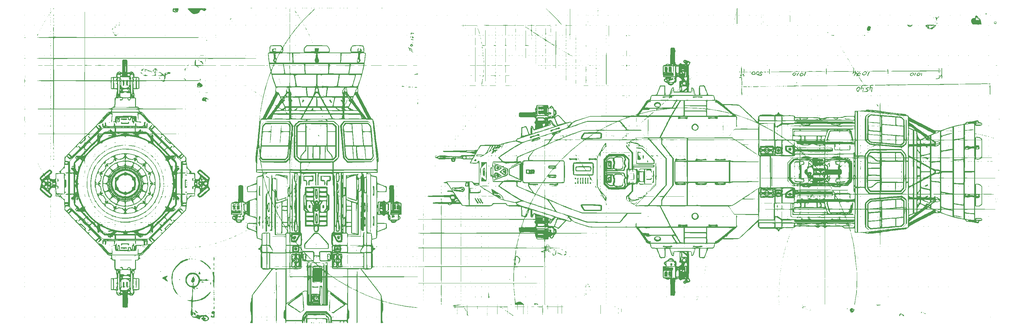
<source format=gbr>
%TF.GenerationSoftware,KiCad,Pcbnew,(7.0.0)*%
%TF.CreationDate,2024-02-03T20:40:06+01:00*%
%TF.ProjectId,the expanse,74686520-6578-4706-916e-73652e6b6963,rev?*%
%TF.SameCoordinates,Original*%
%TF.FileFunction,Legend,Top*%
%TF.FilePolarity,Positive*%
%FSLAX46Y46*%
G04 Gerber Fmt 4.6, Leading zero omitted, Abs format (unit mm)*
G04 Created by KiCad (PCBNEW (7.0.0)) date 2024-02-03 20:40:06*
%MOMM*%
%LPD*%
G01*
G04 APERTURE LIST*
G04 APERTURE END LIST*
%TO.C,G\u002A\u002A\u002A*%
G36*
X99819042Y-96040905D02*
G01*
X99773522Y-96086424D01*
X99728002Y-96040905D01*
X99773522Y-95995385D01*
X99819042Y-96040905D01*
G37*
G36*
X18976031Y-94402195D02*
G01*
X18930511Y-94447715D01*
X18884992Y-94402195D01*
X18930511Y-94356675D01*
X18976031Y-94402195D01*
G37*
G36*
X24529436Y-94402195D02*
G01*
X24483916Y-94447715D01*
X24438397Y-94402195D01*
X24483916Y-94356675D01*
X24529436Y-94402195D01*
G37*
G36*
X30082841Y-94402195D02*
G01*
X30037321Y-94447715D01*
X29991802Y-94402195D01*
X30037321Y-94356675D01*
X30082841Y-94402195D01*
G37*
G36*
X32905063Y-94402195D02*
G01*
X32859543Y-94447715D01*
X32814024Y-94402195D01*
X32859543Y-94356675D01*
X32905063Y-94402195D01*
G37*
G36*
X41280690Y-94402195D02*
G01*
X41235171Y-94447715D01*
X41189651Y-94402195D01*
X41235171Y-94356675D01*
X41280690Y-94402195D01*
G37*
G36*
X46834095Y-94402195D02*
G01*
X46788576Y-94447715D01*
X46743056Y-94402195D01*
X46788576Y-94356675D01*
X46834095Y-94402195D01*
G37*
G36*
X49656318Y-94402195D02*
G01*
X49610798Y-94447715D01*
X49565278Y-94402195D01*
X49610798Y-94356675D01*
X49656318Y-94402195D01*
G37*
G36*
X52387500Y-94402195D02*
G01*
X52341981Y-94447715D01*
X52296461Y-94402195D01*
X52341981Y-94356675D01*
X52387500Y-94402195D01*
G37*
G36*
X55209723Y-94402195D02*
G01*
X55164203Y-94447715D01*
X55118683Y-94402195D01*
X55164203Y-94356675D01*
X55209723Y-94402195D01*
G37*
G36*
X57940905Y-94402195D02*
G01*
X57895386Y-94447715D01*
X57849866Y-94402195D01*
X57895386Y-94356675D01*
X57940905Y-94402195D01*
G37*
G36*
X60763128Y-94402195D02*
G01*
X60717608Y-94447715D01*
X60672088Y-94402195D01*
X60717608Y-94356675D01*
X60763128Y-94402195D01*
G37*
G36*
X63585350Y-94402195D02*
G01*
X63539830Y-94447715D01*
X63494310Y-94402195D01*
X63539830Y-94356675D01*
X63585350Y-94402195D01*
G37*
G36*
X71960977Y-94402195D02*
G01*
X71915457Y-94447715D01*
X71869938Y-94402195D01*
X71915457Y-94356675D01*
X71960977Y-94402195D01*
G37*
G36*
X74692160Y-94402195D02*
G01*
X74646640Y-94447715D01*
X74601121Y-94402195D01*
X74646640Y-94356675D01*
X74692160Y-94402195D01*
G37*
G36*
X77514382Y-94402195D02*
G01*
X77468862Y-94447715D01*
X77423343Y-94402195D01*
X77468862Y-94356675D01*
X77514382Y-94402195D01*
G37*
G36*
X83067787Y-94402195D02*
G01*
X83022267Y-94447715D01*
X82976748Y-94402195D01*
X83022267Y-94356675D01*
X83067787Y-94402195D01*
G37*
G36*
X85890009Y-94402195D02*
G01*
X85844490Y-94447715D01*
X85798970Y-94402195D01*
X85844490Y-94356675D01*
X85890009Y-94402195D01*
G37*
G36*
X94265637Y-94402195D02*
G01*
X94220117Y-94447715D01*
X94174597Y-94402195D01*
X94220117Y-94356675D01*
X94265637Y-94402195D01*
G37*
G36*
X99819042Y-94402195D02*
G01*
X99773522Y-94447715D01*
X99728002Y-94402195D01*
X99773522Y-94356675D01*
X99819042Y-94402195D01*
G37*
G36*
X105372447Y-94402195D02*
G01*
X105326927Y-94447715D01*
X105281407Y-94402195D01*
X105326927Y-94356675D01*
X105372447Y-94402195D01*
G37*
G36*
X108194669Y-94402195D02*
G01*
X108149149Y-94447715D01*
X108103629Y-94402195D01*
X108149149Y-94356675D01*
X108194669Y-94402195D01*
G37*
G36*
X113748074Y-94402195D02*
G01*
X113702554Y-94447715D01*
X113657035Y-94402195D01*
X113702554Y-94356675D01*
X113748074Y-94402195D01*
G37*
G36*
X119301479Y-94402195D02*
G01*
X119255959Y-94447715D01*
X119210440Y-94402195D01*
X119255959Y-94356675D01*
X119301479Y-94402195D01*
G37*
G36*
X122123701Y-94402195D02*
G01*
X122078181Y-94447715D01*
X122032662Y-94402195D01*
X122078181Y-94356675D01*
X122123701Y-94402195D01*
G37*
G36*
X124854884Y-94402195D02*
G01*
X124809364Y-94447715D01*
X124763845Y-94402195D01*
X124809364Y-94356675D01*
X124854884Y-94402195D01*
G37*
G36*
X286631945Y-94402195D02*
G01*
X286586425Y-94447715D01*
X286540905Y-94402195D01*
X286586425Y-94356675D01*
X286631945Y-94402195D01*
G37*
G36*
X86163128Y-94129077D02*
G01*
X86117608Y-94174597D01*
X86072088Y-94129077D01*
X86117608Y-94083557D01*
X86163128Y-94129077D01*
G37*
G36*
X138237680Y-94038037D02*
G01*
X138192160Y-94083557D01*
X138146640Y-94038037D01*
X138192160Y-93992518D01*
X138237680Y-94038037D01*
G37*
G36*
X141606138Y-94038037D02*
G01*
X141560619Y-94083557D01*
X141515099Y-94038037D01*
X141560619Y-93992518D01*
X141606138Y-94038037D01*
G37*
G36*
X158357393Y-94038037D02*
G01*
X158311873Y-94083557D01*
X158266354Y-94038037D01*
X158311873Y-93992518D01*
X158357393Y-94038037D01*
G37*
G36*
X268059902Y-94038037D02*
G01*
X268014382Y-94083557D01*
X267968862Y-94038037D01*
X268014382Y-93992518D01*
X268059902Y-94038037D01*
G37*
G36*
X19158110Y-93946998D02*
G01*
X19112590Y-93992518D01*
X19067070Y-93946998D01*
X19112590Y-93901478D01*
X19158110Y-93946998D01*
G37*
G36*
X102277106Y-93946998D02*
G01*
X102231586Y-93992518D01*
X102186067Y-93946998D01*
X102231586Y-93901478D01*
X102277106Y-93946998D01*
G37*
G36*
X267695744Y-93946998D02*
G01*
X267650224Y-93992518D01*
X267604705Y-93946998D01*
X267650224Y-93901478D01*
X267695744Y-93946998D01*
G37*
G36*
X102823343Y-93855959D02*
G01*
X102777823Y-93901478D01*
X102732303Y-93855959D01*
X102777823Y-93810439D01*
X102823343Y-93855959D01*
G37*
G36*
X152803988Y-93855959D02*
G01*
X152758468Y-93901478D01*
X152712948Y-93855959D01*
X152758468Y-93810439D01*
X152803988Y-93855959D01*
G37*
G36*
X138874956Y-93764919D02*
G01*
X138829436Y-93810439D01*
X138783916Y-93764919D01*
X138829436Y-93719399D01*
X138874956Y-93764919D01*
G37*
G36*
X18976031Y-93673880D02*
G01*
X18930511Y-93719399D01*
X18884992Y-93673880D01*
X18930511Y-93628360D01*
X18976031Y-93673880D01*
G37*
G36*
X68501479Y-93309722D02*
G01*
X68455959Y-93355242D01*
X68410440Y-93309722D01*
X68455959Y-93264202D01*
X68501479Y-93309722D01*
G37*
G36*
X69138755Y-93218683D02*
G01*
X69093235Y-93264202D01*
X69047716Y-93218683D01*
X69093235Y-93173163D01*
X69138755Y-93218683D01*
G37*
G36*
X147159543Y-93218683D02*
G01*
X147114024Y-93264202D01*
X147068504Y-93218683D01*
X147114024Y-93173163D01*
X147159543Y-93218683D01*
G37*
G36*
X138874956Y-93127643D02*
G01*
X138829436Y-93173163D01*
X138783916Y-93127643D01*
X138829436Y-93082123D01*
X138874956Y-93127643D01*
G37*
G36*
X138874956Y-92945564D02*
G01*
X138829436Y-92991084D01*
X138783916Y-92945564D01*
X138829436Y-92900045D01*
X138874956Y-92945564D01*
G37*
G36*
X99819042Y-92581407D02*
G01*
X99773522Y-92626926D01*
X99728002Y-92581407D01*
X99773522Y-92535887D01*
X99819042Y-92581407D01*
G37*
G36*
X177839830Y-92490367D02*
G01*
X177794310Y-92535887D01*
X177748791Y-92490367D01*
X177794310Y-92444847D01*
X177839830Y-92490367D01*
G37*
G36*
X235831945Y-92308288D02*
G01*
X235786425Y-92353808D01*
X235740905Y-92308288D01*
X235786425Y-92262769D01*
X235831945Y-92308288D01*
G37*
G36*
X236651300Y-92217249D02*
G01*
X236605780Y-92262769D01*
X236560260Y-92217249D01*
X236605780Y-92171729D01*
X236651300Y-92217249D01*
G37*
G36*
X158357393Y-92126209D02*
G01*
X158311873Y-92171729D01*
X158266354Y-92126209D01*
X158311873Y-92080690D01*
X158357393Y-92126209D01*
G37*
G36*
X235467787Y-92126209D02*
G01*
X235422267Y-92171729D01*
X235376748Y-92126209D01*
X235422267Y-92080690D01*
X235467787Y-92126209D01*
G37*
G36*
X138874956Y-91853091D02*
G01*
X138829436Y-91898611D01*
X138783916Y-91853091D01*
X138829436Y-91807571D01*
X138874956Y-91853091D01*
G37*
G36*
X147159543Y-91853091D02*
G01*
X147114024Y-91898611D01*
X147068504Y-91853091D01*
X147114024Y-91807571D01*
X147159543Y-91853091D01*
G37*
G36*
X152803988Y-91853091D02*
G01*
X152758468Y-91898611D01*
X152712948Y-91853091D01*
X152758468Y-91807571D01*
X152803988Y-91853091D01*
G37*
G36*
X158357393Y-91853091D02*
G01*
X158311873Y-91898611D01*
X158266354Y-91853091D01*
X158311873Y-91807571D01*
X158357393Y-91853091D01*
G37*
G36*
X18976031Y-91579973D02*
G01*
X18930511Y-91625493D01*
X18884992Y-91579973D01*
X18930511Y-91534453D01*
X18976031Y-91579973D01*
G37*
G36*
X24529436Y-91579973D02*
G01*
X24483916Y-91625493D01*
X24438397Y-91579973D01*
X24483916Y-91534453D01*
X24529436Y-91579973D01*
G37*
G36*
X32905063Y-91579973D02*
G01*
X32859543Y-91625493D01*
X32814024Y-91579973D01*
X32859543Y-91534453D01*
X32905063Y-91579973D01*
G37*
G36*
X38458468Y-91579973D02*
G01*
X38412948Y-91625493D01*
X38367429Y-91579973D01*
X38412948Y-91534453D01*
X38458468Y-91579973D01*
G37*
G36*
X41280690Y-91579973D02*
G01*
X41235171Y-91625493D01*
X41189651Y-91579973D01*
X41235171Y-91534453D01*
X41280690Y-91579973D01*
G37*
G36*
X52387500Y-91579973D02*
G01*
X52341981Y-91625493D01*
X52296461Y-91579973D01*
X52341981Y-91534453D01*
X52387500Y-91579973D01*
G37*
G36*
X55209723Y-91579973D02*
G01*
X55164203Y-91625493D01*
X55118683Y-91579973D01*
X55164203Y-91534453D01*
X55209723Y-91579973D01*
G37*
G36*
X57940905Y-91579973D02*
G01*
X57895386Y-91625493D01*
X57849866Y-91579973D01*
X57895386Y-91534453D01*
X57940905Y-91579973D01*
G37*
G36*
X60763128Y-91579973D02*
G01*
X60717608Y-91625493D01*
X60672088Y-91579973D01*
X60717608Y-91534453D01*
X60763128Y-91579973D01*
G37*
G36*
X63585350Y-91579973D02*
G01*
X63539830Y-91625493D01*
X63494310Y-91579973D01*
X63539830Y-91534453D01*
X63585350Y-91579973D01*
G37*
G36*
X66316533Y-91579973D02*
G01*
X66271013Y-91625493D01*
X66225493Y-91579973D01*
X66271013Y-91534453D01*
X66316533Y-91579973D01*
G37*
G36*
X69138755Y-91579973D02*
G01*
X69093235Y-91625493D01*
X69047716Y-91579973D01*
X69093235Y-91534453D01*
X69138755Y-91579973D01*
G37*
G36*
X77514382Y-91579973D02*
G01*
X77468862Y-91625493D01*
X77423343Y-91579973D01*
X77468862Y-91534453D01*
X77514382Y-91579973D01*
G37*
G36*
X83067787Y-91579973D02*
G01*
X83022267Y-91625493D01*
X82976748Y-91579973D01*
X83022267Y-91534453D01*
X83067787Y-91579973D01*
G37*
G36*
X88257035Y-91579973D02*
G01*
X88211515Y-91625493D01*
X88165995Y-91579973D01*
X88211515Y-91534453D01*
X88257035Y-91579973D01*
G37*
G36*
X96996819Y-91579973D02*
G01*
X96951300Y-91625493D01*
X96905780Y-91579973D01*
X96951300Y-91534453D01*
X96996819Y-91579973D01*
G37*
G36*
X105372447Y-91579973D02*
G01*
X105326927Y-91625493D01*
X105281407Y-91579973D01*
X105326927Y-91534453D01*
X105372447Y-91579973D01*
G37*
G36*
X113748074Y-91579973D02*
G01*
X113702554Y-91625493D01*
X113657035Y-91579973D01*
X113702554Y-91534453D01*
X113748074Y-91579973D01*
G37*
G36*
X119301479Y-91579973D02*
G01*
X119255959Y-91625493D01*
X119210440Y-91579973D01*
X119255959Y-91534453D01*
X119301479Y-91579973D01*
G37*
G36*
X122123701Y-91579973D02*
G01*
X122078181Y-91625493D01*
X122032662Y-91579973D01*
X122078181Y-91534453D01*
X122123701Y-91579973D01*
G37*
G36*
X127677106Y-91579973D02*
G01*
X127631586Y-91625493D01*
X127586067Y-91579973D01*
X127631586Y-91534453D01*
X127677106Y-91579973D01*
G37*
G36*
X169464203Y-91579973D02*
G01*
X169418683Y-91625493D01*
X169373164Y-91579973D01*
X169418683Y-91534453D01*
X169464203Y-91579973D01*
G37*
G36*
X172286425Y-91579973D02*
G01*
X172240905Y-91625493D01*
X172195386Y-91579973D01*
X172240905Y-91534453D01*
X172286425Y-91579973D01*
G37*
G36*
X180662052Y-91579973D02*
G01*
X180616533Y-91625493D01*
X180571013Y-91579973D01*
X180616533Y-91534453D01*
X180662052Y-91579973D01*
G37*
G36*
X183484275Y-91579973D02*
G01*
X183438755Y-91625493D01*
X183393235Y-91579973D01*
X183438755Y-91534453D01*
X183484275Y-91579973D01*
G37*
G36*
X202966712Y-91579973D02*
G01*
X202921192Y-91625493D01*
X202875673Y-91579973D01*
X202921192Y-91534453D01*
X202966712Y-91579973D01*
G37*
G36*
X205788934Y-91579973D02*
G01*
X205743414Y-91625493D01*
X205697895Y-91579973D01*
X205743414Y-91534453D01*
X205788934Y-91579973D01*
G37*
G36*
X211342339Y-91579973D02*
G01*
X211296819Y-91625493D01*
X211251300Y-91579973D01*
X211296819Y-91534453D01*
X211342339Y-91579973D01*
G37*
G36*
X216895744Y-91579973D02*
G01*
X216850224Y-91625493D01*
X216804705Y-91579973D01*
X216850224Y-91534453D01*
X216895744Y-91579973D01*
G37*
G36*
X219717966Y-91579973D02*
G01*
X219672447Y-91625493D01*
X219626927Y-91579973D01*
X219672447Y-91534453D01*
X219717966Y-91579973D01*
G37*
G36*
X225271371Y-91579973D02*
G01*
X225225852Y-91625493D01*
X225180332Y-91579973D01*
X225225852Y-91534453D01*
X225271371Y-91579973D01*
G37*
G36*
X228093594Y-91579973D02*
G01*
X228048074Y-91625493D01*
X228002554Y-91579973D01*
X228048074Y-91534453D01*
X228093594Y-91579973D01*
G37*
G36*
X233646999Y-91579973D02*
G01*
X233601479Y-91625493D01*
X233555959Y-91579973D01*
X233601479Y-91534453D01*
X233646999Y-91579973D01*
G37*
G36*
X236469221Y-91579973D02*
G01*
X236423701Y-91625493D01*
X236378181Y-91579973D01*
X236423701Y-91534453D01*
X236469221Y-91579973D01*
G37*
G36*
X242022626Y-91579973D02*
G01*
X241977106Y-91625493D01*
X241931586Y-91579973D01*
X241977106Y-91534453D01*
X242022626Y-91579973D01*
G37*
G36*
X247576031Y-91579973D02*
G01*
X247530511Y-91625493D01*
X247484992Y-91579973D01*
X247530511Y-91534453D01*
X247576031Y-91579973D01*
G37*
G36*
X255951658Y-91579973D02*
G01*
X255906138Y-91625493D01*
X255860619Y-91579973D01*
X255906138Y-91534453D01*
X255951658Y-91579973D01*
G37*
G36*
X261505063Y-91579973D02*
G01*
X261459543Y-91625493D01*
X261414024Y-91579973D01*
X261459543Y-91534453D01*
X261505063Y-91579973D01*
G37*
G36*
X264327285Y-91579973D02*
G01*
X264281766Y-91625493D01*
X264236246Y-91579973D01*
X264281766Y-91534453D01*
X264327285Y-91579973D01*
G37*
G36*
X269880690Y-91579973D02*
G01*
X269835171Y-91625493D01*
X269789651Y-91579973D01*
X269835171Y-91534453D01*
X269880690Y-91579973D01*
G37*
G36*
X278256318Y-91579973D02*
G01*
X278210798Y-91625493D01*
X278165278Y-91579973D01*
X278210798Y-91534453D01*
X278256318Y-91579973D01*
G37*
G36*
X283809723Y-91579973D02*
G01*
X283764203Y-91625493D01*
X283718683Y-91579973D01*
X283764203Y-91534453D01*
X283809723Y-91579973D01*
G37*
G36*
X286631945Y-91579973D02*
G01*
X286586425Y-91625493D01*
X286540905Y-91579973D01*
X286586425Y-91534453D01*
X286631945Y-91579973D01*
G37*
G36*
X138874956Y-91397894D02*
G01*
X138829436Y-91443414D01*
X138783916Y-91397894D01*
X138829436Y-91352374D01*
X138874956Y-91397894D01*
G37*
G36*
X18976031Y-91306855D02*
G01*
X18930511Y-91352374D01*
X18884992Y-91306855D01*
X18930511Y-91261335D01*
X18976031Y-91306855D01*
G37*
G36*
X158357393Y-91306855D02*
G01*
X158311873Y-91352374D01*
X158266354Y-91306855D01*
X158311873Y-91261335D01*
X158357393Y-91306855D01*
G37*
G36*
X234466354Y-91306855D02*
G01*
X234420834Y-91352374D01*
X234375314Y-91306855D01*
X234420834Y-91261335D01*
X234466354Y-91306855D01*
G37*
G36*
X158357393Y-91124776D02*
G01*
X158311873Y-91170295D01*
X158266354Y-91124776D01*
X158311873Y-91079256D01*
X158357393Y-91124776D01*
G37*
G36*
X140513665Y-91033736D02*
G01*
X140468146Y-91079256D01*
X140422626Y-91033736D01*
X140468146Y-90988217D01*
X140513665Y-91033736D01*
G37*
G36*
X163364561Y-90942697D02*
G01*
X163319042Y-90988217D01*
X163273522Y-90942697D01*
X163319042Y-90897177D01*
X163364561Y-90942697D01*
G37*
G36*
X139876389Y-90669579D02*
G01*
X139830870Y-90715098D01*
X139785350Y-90669579D01*
X139830870Y-90624059D01*
X139876389Y-90669579D01*
G37*
G36*
X227911515Y-89759184D02*
G01*
X227865995Y-89804704D01*
X227820475Y-89759184D01*
X227865995Y-89713665D01*
X227911515Y-89759184D01*
G37*
G36*
X129497895Y-89668145D02*
G01*
X129452375Y-89713665D01*
X129406855Y-89668145D01*
X129452375Y-89622625D01*
X129497895Y-89668145D01*
G37*
G36*
X180115816Y-89668145D02*
G01*
X180070296Y-89713665D01*
X180024776Y-89668145D01*
X180070296Y-89622625D01*
X180115816Y-89668145D01*
G37*
G36*
X129497895Y-89121908D02*
G01*
X129452375Y-89167428D01*
X129406855Y-89121908D01*
X129452375Y-89076389D01*
X129497895Y-89121908D01*
G37*
G36*
X18976031Y-88757751D02*
G01*
X18930511Y-88803270D01*
X18884992Y-88757751D01*
X18930511Y-88712231D01*
X18976031Y-88757751D01*
G37*
G36*
X24529436Y-88757751D02*
G01*
X24483916Y-88803270D01*
X24438397Y-88757751D01*
X24483916Y-88712231D01*
X24529436Y-88757751D01*
G37*
G36*
X30082841Y-88757751D02*
G01*
X30037321Y-88803270D01*
X29991802Y-88757751D01*
X30037321Y-88712231D01*
X30082841Y-88757751D01*
G37*
G36*
X32905063Y-88757751D02*
G01*
X32859543Y-88803270D01*
X32814024Y-88757751D01*
X32859543Y-88712231D01*
X32905063Y-88757751D01*
G37*
G36*
X38458468Y-88757751D02*
G01*
X38412948Y-88803270D01*
X38367429Y-88757751D01*
X38412948Y-88712231D01*
X38458468Y-88757751D01*
G37*
G36*
X41280690Y-88757751D02*
G01*
X41235171Y-88803270D01*
X41189651Y-88757751D01*
X41235171Y-88712231D01*
X41280690Y-88757751D01*
G37*
G36*
X44102913Y-88757751D02*
G01*
X44057393Y-88803270D01*
X44011873Y-88757751D01*
X44057393Y-88712231D01*
X44102913Y-88757751D01*
G37*
G36*
X49656318Y-88757751D02*
G01*
X49610798Y-88803270D01*
X49565278Y-88757751D01*
X49610798Y-88712231D01*
X49656318Y-88757751D01*
G37*
G36*
X52387500Y-88757751D02*
G01*
X52341981Y-88803270D01*
X52296461Y-88757751D01*
X52341981Y-88712231D01*
X52387500Y-88757751D01*
G37*
G36*
X55209723Y-88757751D02*
G01*
X55164203Y-88803270D01*
X55118683Y-88757751D01*
X55164203Y-88712231D01*
X55209723Y-88757751D01*
G37*
G36*
X57940905Y-88757751D02*
G01*
X57895386Y-88803270D01*
X57849866Y-88757751D01*
X57895386Y-88712231D01*
X57940905Y-88757751D01*
G37*
G36*
X60763128Y-88757751D02*
G01*
X60717608Y-88803270D01*
X60672088Y-88757751D01*
X60717608Y-88712231D01*
X60763128Y-88757751D01*
G37*
G36*
X63585350Y-88757751D02*
G01*
X63539830Y-88803270D01*
X63494310Y-88757751D01*
X63539830Y-88712231D01*
X63585350Y-88757751D01*
G37*
G36*
X66316533Y-88757751D02*
G01*
X66271013Y-88803270D01*
X66225493Y-88757751D01*
X66271013Y-88712231D01*
X66316533Y-88757751D01*
G37*
G36*
X71960977Y-88757751D02*
G01*
X71915457Y-88803270D01*
X71869938Y-88757751D01*
X71915457Y-88712231D01*
X71960977Y-88757751D01*
G37*
G36*
X74692160Y-88757751D02*
G01*
X74646640Y-88803270D01*
X74601121Y-88757751D01*
X74646640Y-88712231D01*
X74692160Y-88757751D01*
G37*
G36*
X77514382Y-88757751D02*
G01*
X77468862Y-88803270D01*
X77423343Y-88757751D01*
X77468862Y-88712231D01*
X77514382Y-88757751D01*
G37*
G36*
X80245565Y-88757751D02*
G01*
X80200045Y-88803270D01*
X80154526Y-88757751D01*
X80200045Y-88712231D01*
X80245565Y-88757751D01*
G37*
G36*
X83067787Y-88757751D02*
G01*
X83022267Y-88803270D01*
X82976748Y-88757751D01*
X83022267Y-88712231D01*
X83067787Y-88757751D01*
G37*
G36*
X85890009Y-88757751D02*
G01*
X85844490Y-88803270D01*
X85798970Y-88757751D01*
X85844490Y-88712231D01*
X85890009Y-88757751D01*
G37*
G36*
X87437680Y-88757751D02*
G01*
X87392160Y-88803270D01*
X87346640Y-88757751D01*
X87392160Y-88712231D01*
X87437680Y-88757751D01*
G37*
G36*
X113748074Y-88757751D02*
G01*
X113702554Y-88803270D01*
X113657035Y-88757751D01*
X113702554Y-88712231D01*
X113748074Y-88757751D01*
G37*
G36*
X119301479Y-88757751D02*
G01*
X119255959Y-88803270D01*
X119210440Y-88757751D01*
X119255959Y-88712231D01*
X119301479Y-88757751D01*
G37*
G36*
X122123701Y-88757751D02*
G01*
X122078181Y-88803270D01*
X122032662Y-88757751D01*
X122078181Y-88712231D01*
X122123701Y-88757751D01*
G37*
G36*
X127677106Y-88757751D02*
G01*
X127631586Y-88803270D01*
X127586067Y-88757751D01*
X127631586Y-88712231D01*
X127677106Y-88757751D01*
G37*
G36*
X135506497Y-88757751D02*
G01*
X135460977Y-88803270D01*
X135415457Y-88757751D01*
X135460977Y-88712231D01*
X135506497Y-88757751D01*
G37*
G36*
X146704346Y-88757751D02*
G01*
X146658827Y-88803270D01*
X146613307Y-88757751D01*
X146658827Y-88712231D01*
X146704346Y-88757751D01*
G37*
G36*
X152257751Y-88757751D02*
G01*
X152212232Y-88803270D01*
X152166712Y-88757751D01*
X152212232Y-88712231D01*
X152257751Y-88757751D01*
G37*
G36*
X155079974Y-88757751D02*
G01*
X155034454Y-88803270D01*
X154988934Y-88757751D01*
X155034454Y-88712231D01*
X155079974Y-88757751D01*
G37*
G36*
X163364561Y-88757751D02*
G01*
X163319042Y-88803270D01*
X163273522Y-88757751D01*
X163319042Y-88712231D01*
X163364561Y-88757751D01*
G37*
G36*
X169009006Y-88757751D02*
G01*
X168963486Y-88803270D01*
X168917966Y-88757751D01*
X168963486Y-88712231D01*
X169009006Y-88757751D01*
G37*
G36*
X174562411Y-88757751D02*
G01*
X174516891Y-88803270D01*
X174471371Y-88757751D01*
X174516891Y-88712231D01*
X174562411Y-88757751D01*
G37*
G36*
X177384633Y-88757751D02*
G01*
X177339113Y-88803270D01*
X177293594Y-88757751D01*
X177339113Y-88712231D01*
X177384633Y-88757751D01*
G37*
G36*
X191313665Y-88757751D02*
G01*
X191268146Y-88803270D01*
X191222626Y-88757751D01*
X191268146Y-88712231D01*
X191313665Y-88757751D01*
G37*
G36*
X199689293Y-88757751D02*
G01*
X199643773Y-88803270D01*
X199598253Y-88757751D01*
X199643773Y-88712231D01*
X199689293Y-88757751D01*
G37*
G36*
X213618325Y-88757751D02*
G01*
X213572805Y-88803270D01*
X213527285Y-88757751D01*
X213572805Y-88712231D01*
X213618325Y-88757751D01*
G37*
G36*
X216440547Y-88757751D02*
G01*
X216395027Y-88803270D01*
X216349508Y-88757751D01*
X216395027Y-88712231D01*
X216440547Y-88757751D01*
G37*
G36*
X238745207Y-88757751D02*
G01*
X238699687Y-88803270D01*
X238654167Y-88757751D01*
X238699687Y-88712231D01*
X238745207Y-88757751D01*
G37*
G36*
X241476389Y-88757751D02*
G01*
X241430870Y-88803270D01*
X241385350Y-88757751D01*
X241430870Y-88712231D01*
X241476389Y-88757751D01*
G37*
G36*
X252674239Y-88757751D02*
G01*
X252628719Y-88803270D01*
X252583199Y-88757751D01*
X252628719Y-88712231D01*
X252674239Y-88757751D01*
G37*
G36*
X261049866Y-88757751D02*
G01*
X261004346Y-88803270D01*
X260958827Y-88757751D01*
X261004346Y-88712231D01*
X261049866Y-88757751D01*
G37*
G36*
X272156676Y-88757751D02*
G01*
X272111156Y-88803270D01*
X272065637Y-88757751D01*
X272111156Y-88712231D01*
X272156676Y-88757751D01*
G37*
G36*
X61855601Y-88484632D02*
G01*
X61810081Y-88530152D01*
X61764561Y-88484632D01*
X61810081Y-88439113D01*
X61855601Y-88484632D01*
G37*
G36*
X103278540Y-88484632D02*
G01*
X103233020Y-88530152D01*
X103187500Y-88484632D01*
X103233020Y-88439113D01*
X103278540Y-88484632D01*
G37*
G36*
X71414741Y-88393593D02*
G01*
X71369221Y-88439113D01*
X71323701Y-88393593D01*
X71369221Y-88348073D01*
X71414741Y-88393593D01*
G37*
G36*
X180115816Y-88302554D02*
G01*
X180070296Y-88348073D01*
X180024776Y-88302554D01*
X180070296Y-88257034D01*
X180115816Y-88302554D01*
G37*
G36*
X160633379Y-88211514D02*
G01*
X160587859Y-88257034D01*
X160542339Y-88211514D01*
X160587859Y-88165994D01*
X160633379Y-88211514D01*
G37*
G36*
X129497895Y-88120475D02*
G01*
X129452375Y-88165994D01*
X129406855Y-88120475D01*
X129452375Y-88074955D01*
X129497895Y-88120475D01*
G37*
G36*
X129497895Y-87574238D02*
G01*
X129452375Y-87619758D01*
X129406855Y-87574238D01*
X129452375Y-87528718D01*
X129497895Y-87574238D01*
G37*
G36*
X88257035Y-87028002D02*
G01*
X88211515Y-87073521D01*
X88165995Y-87028002D01*
X88211515Y-86982482D01*
X88257035Y-87028002D01*
G37*
G36*
X174562411Y-86936962D02*
G01*
X174516891Y-86982482D01*
X174471371Y-86936962D01*
X174516891Y-86891442D01*
X174562411Y-86936962D01*
G37*
G36*
X180115816Y-86936962D02*
G01*
X180070296Y-86982482D01*
X180024776Y-86936962D01*
X180070296Y-86891442D01*
X180115816Y-86936962D01*
G37*
G36*
X175745923Y-86663844D02*
G01*
X175700404Y-86709364D01*
X175654884Y-86663844D01*
X175700404Y-86618324D01*
X175745923Y-86663844D01*
G37*
G36*
X129497895Y-86299686D02*
G01*
X129452375Y-86345206D01*
X129406855Y-86299686D01*
X129452375Y-86254166D01*
X129497895Y-86299686D01*
G37*
G36*
X139876389Y-86299686D02*
G01*
X139830870Y-86345206D01*
X139785350Y-86299686D01*
X139830870Y-86254166D01*
X139876389Y-86299686D01*
G37*
G36*
X154533737Y-86299686D02*
G01*
X154488217Y-86345206D01*
X154442698Y-86299686D01*
X154488217Y-86254166D01*
X154533737Y-86299686D01*
G37*
G36*
X180115816Y-86208647D02*
G01*
X180070296Y-86254166D01*
X180024776Y-86208647D01*
X180070296Y-86163127D01*
X180115816Y-86208647D01*
G37*
G36*
X24529436Y-86026568D02*
G01*
X24483916Y-86072088D01*
X24438397Y-86026568D01*
X24483916Y-85981048D01*
X24529436Y-86026568D01*
G37*
G36*
X30082841Y-86026568D02*
G01*
X30037321Y-86072088D01*
X29991802Y-86026568D01*
X30037321Y-85981048D01*
X30082841Y-86026568D01*
G37*
G36*
X32905063Y-86026568D02*
G01*
X32859543Y-86072088D01*
X32814024Y-86026568D01*
X32859543Y-85981048D01*
X32905063Y-86026568D01*
G37*
G36*
X41280690Y-86026568D02*
G01*
X41235171Y-86072088D01*
X41189651Y-86026568D01*
X41235171Y-85981048D01*
X41280690Y-86026568D01*
G37*
G36*
X44011873Y-86026568D02*
G01*
X43966354Y-86072088D01*
X43920834Y-86026568D01*
X43966354Y-85981048D01*
X44011873Y-86026568D01*
G37*
G36*
X52387500Y-86026568D02*
G01*
X52341981Y-86072088D01*
X52296461Y-86026568D01*
X52341981Y-85981048D01*
X52387500Y-86026568D01*
G37*
G36*
X55209723Y-86026568D02*
G01*
X55164203Y-86072088D01*
X55118683Y-86026568D01*
X55164203Y-85981048D01*
X55209723Y-86026568D01*
G37*
G36*
X57940905Y-86026568D02*
G01*
X57895386Y-86072088D01*
X57849866Y-86026568D01*
X57895386Y-85981048D01*
X57940905Y-86026568D01*
G37*
G36*
X63585350Y-86026568D02*
G01*
X63539830Y-86072088D01*
X63494310Y-86026568D01*
X63539830Y-85981048D01*
X63585350Y-86026568D01*
G37*
G36*
X69138755Y-86026568D02*
G01*
X69093235Y-86072088D01*
X69047716Y-86026568D01*
X69093235Y-85981048D01*
X69138755Y-86026568D01*
G37*
G36*
X71960977Y-86026568D02*
G01*
X71915457Y-86072088D01*
X71869938Y-86026568D01*
X71915457Y-85981048D01*
X71960977Y-86026568D01*
G37*
G36*
X74692160Y-86026568D02*
G01*
X74646640Y-86072088D01*
X74601121Y-86026568D01*
X74646640Y-85981048D01*
X74692160Y-86026568D01*
G37*
G36*
X77514382Y-86026568D02*
G01*
X77468862Y-86072088D01*
X77423343Y-86026568D01*
X77468862Y-85981048D01*
X77514382Y-86026568D01*
G37*
G36*
X83067787Y-86026568D02*
G01*
X83022267Y-86072088D01*
X82976748Y-86026568D01*
X83022267Y-85981048D01*
X83067787Y-86026568D01*
G37*
G36*
X85890009Y-86026568D02*
G01*
X85844490Y-86072088D01*
X85798970Y-86026568D01*
X85844490Y-85981048D01*
X85890009Y-86026568D01*
G37*
G36*
X88257035Y-86026568D02*
G01*
X88211515Y-86072088D01*
X88165995Y-86026568D01*
X88211515Y-85981048D01*
X88257035Y-86026568D01*
G37*
G36*
X95540189Y-86026568D02*
G01*
X95494669Y-86072088D01*
X95449149Y-86026568D01*
X95494669Y-85981048D01*
X95540189Y-86026568D01*
G37*
G36*
X96996819Y-86026568D02*
G01*
X96951300Y-86072088D01*
X96905780Y-86026568D01*
X96951300Y-85981048D01*
X96996819Y-86026568D01*
G37*
G36*
X105372447Y-86026568D02*
G01*
X105326927Y-86072088D01*
X105281407Y-86026568D01*
X105326927Y-85981048D01*
X105372447Y-86026568D01*
G37*
G36*
X108194669Y-86026568D02*
G01*
X108149149Y-86072088D01*
X108103629Y-86026568D01*
X108149149Y-85981048D01*
X108194669Y-86026568D01*
G37*
G36*
X116570296Y-86026568D02*
G01*
X116524776Y-86072088D01*
X116479257Y-86026568D01*
X116524776Y-85981048D01*
X116570296Y-86026568D01*
G37*
G36*
X119301479Y-86026568D02*
G01*
X119255959Y-86072088D01*
X119210440Y-86026568D01*
X119255959Y-85981048D01*
X119301479Y-86026568D01*
G37*
G36*
X122123701Y-86026568D02*
G01*
X122078181Y-86072088D01*
X122032662Y-86026568D01*
X122078181Y-85981048D01*
X122123701Y-86026568D01*
G37*
G36*
X127677106Y-86026568D02*
G01*
X127631586Y-86072088D01*
X127586067Y-86026568D01*
X127631586Y-85981048D01*
X127677106Y-86026568D01*
G37*
G36*
X129953092Y-86026568D02*
G01*
X129907572Y-86072088D01*
X129862052Y-86026568D01*
X129907572Y-85981048D01*
X129953092Y-86026568D01*
G37*
G36*
X135506497Y-86026568D02*
G01*
X135460977Y-86072088D01*
X135415457Y-86026568D01*
X135460977Y-85981048D01*
X135506497Y-86026568D01*
G37*
G36*
X138328719Y-86026568D02*
G01*
X138283199Y-86072088D01*
X138237680Y-86026568D01*
X138283199Y-85981048D01*
X138328719Y-86026568D01*
G37*
G36*
X142880690Y-86026568D02*
G01*
X142835171Y-86072088D01*
X142789651Y-86026568D01*
X142835171Y-85981048D01*
X142880690Y-86026568D01*
G37*
G36*
X146704346Y-86026568D02*
G01*
X146658827Y-86072088D01*
X146613307Y-86026568D01*
X146658827Y-85981048D01*
X146704346Y-86026568D01*
G37*
G36*
X152257751Y-86026568D02*
G01*
X152212232Y-86072088D01*
X152166712Y-86026568D01*
X152212232Y-85981048D01*
X152257751Y-86026568D01*
G37*
G36*
X157811156Y-86026568D02*
G01*
X157765637Y-86072088D01*
X157720117Y-86026568D01*
X157765637Y-85981048D01*
X157811156Y-86026568D01*
G37*
G36*
X159085708Y-86026568D02*
G01*
X159040189Y-86072088D01*
X158994669Y-86026568D01*
X159040189Y-85981048D01*
X159085708Y-86026568D01*
G37*
G36*
X159722984Y-86026568D02*
G01*
X159677465Y-86072088D01*
X159631945Y-86026568D01*
X159677465Y-85981048D01*
X159722984Y-86026568D01*
G37*
G36*
X160633379Y-86026568D02*
G01*
X160587859Y-86072088D01*
X160542339Y-86026568D01*
X160587859Y-85981048D01*
X160633379Y-86026568D01*
G37*
G36*
X163364561Y-86026568D02*
G01*
X163319042Y-86072088D01*
X163273522Y-86026568D01*
X163319042Y-85981048D01*
X163364561Y-86026568D01*
G37*
G36*
X169009006Y-86026568D02*
G01*
X168963486Y-86072088D01*
X168917966Y-86026568D01*
X168963486Y-85981048D01*
X169009006Y-86026568D01*
G37*
G36*
X171740189Y-86026568D02*
G01*
X171694669Y-86072088D01*
X171649149Y-86026568D01*
X171694669Y-85981048D01*
X171740189Y-86026568D01*
G37*
G36*
X175108647Y-86026568D02*
G01*
X175063128Y-86072088D01*
X175017608Y-86026568D01*
X175063128Y-85981048D01*
X175108647Y-86026568D01*
G37*
G36*
X177384633Y-86026568D02*
G01*
X177339113Y-86072088D01*
X177293594Y-86026568D01*
X177339113Y-85981048D01*
X177384633Y-86026568D01*
G37*
G36*
X182938038Y-86026568D02*
G01*
X182892518Y-86072088D01*
X182846999Y-86026568D01*
X182892518Y-85981048D01*
X182938038Y-86026568D01*
G37*
G36*
X185760260Y-86026568D02*
G01*
X185714741Y-86072088D01*
X185669221Y-86026568D01*
X185714741Y-85981048D01*
X185760260Y-86026568D01*
G37*
G36*
X189583916Y-86026568D02*
G01*
X189538397Y-86072088D01*
X189492877Y-86026568D01*
X189538397Y-85981048D01*
X189583916Y-86026568D01*
G37*
G36*
X191313665Y-86026568D02*
G01*
X191268146Y-86072088D01*
X191222626Y-86026568D01*
X191268146Y-85981048D01*
X191313665Y-86026568D01*
G37*
G36*
X199689293Y-86026568D02*
G01*
X199643773Y-86072088D01*
X199598253Y-86026568D01*
X199643773Y-85981048D01*
X199689293Y-86026568D01*
G37*
G36*
X202511515Y-86026568D02*
G01*
X202465995Y-86072088D01*
X202420475Y-86026568D01*
X202465995Y-85981048D01*
X202511515Y-86026568D01*
G37*
G36*
X205242698Y-86026568D02*
G01*
X205197178Y-86072088D01*
X205151658Y-86026568D01*
X205197178Y-85981048D01*
X205242698Y-86026568D01*
G37*
G36*
X210796103Y-86026568D02*
G01*
X210750583Y-86072088D01*
X210705063Y-86026568D01*
X210750583Y-85981048D01*
X210796103Y-86026568D01*
G37*
G36*
X213618325Y-86026568D02*
G01*
X213572805Y-86072088D01*
X213527285Y-86026568D01*
X213572805Y-85981048D01*
X213618325Y-86026568D01*
G37*
G36*
X219171730Y-86026568D02*
G01*
X219126210Y-86072088D01*
X219080690Y-86026568D01*
X219126210Y-85981048D01*
X219171730Y-86026568D01*
G37*
G36*
X221993952Y-86026568D02*
G01*
X221948432Y-86072088D01*
X221902913Y-86026568D01*
X221948432Y-85981048D01*
X221993952Y-86026568D01*
G37*
G36*
X227547357Y-86026568D02*
G01*
X227501837Y-86072088D01*
X227456318Y-86026568D01*
X227501837Y-85981048D01*
X227547357Y-86026568D01*
G37*
G36*
X230369579Y-86026568D02*
G01*
X230324060Y-86072088D01*
X230278540Y-86026568D01*
X230324060Y-85981048D01*
X230369579Y-86026568D01*
G37*
G36*
X238745207Y-86026568D02*
G01*
X238699687Y-86072088D01*
X238654167Y-86026568D01*
X238699687Y-85981048D01*
X238745207Y-86026568D01*
G37*
G36*
X244298612Y-86026568D02*
G01*
X244253092Y-86072088D01*
X244207572Y-86026568D01*
X244253092Y-85981048D01*
X244298612Y-86026568D01*
G37*
G36*
X249852017Y-86026568D02*
G01*
X249806497Y-86072088D01*
X249760977Y-86026568D01*
X249806497Y-85981048D01*
X249852017Y-86026568D01*
G37*
G36*
X252674239Y-86026568D02*
G01*
X252628719Y-86072088D01*
X252583199Y-86026568D01*
X252628719Y-85981048D01*
X252674239Y-86026568D01*
G37*
G36*
X255405422Y-86026568D02*
G01*
X255359902Y-86072088D01*
X255314382Y-86026568D01*
X255359902Y-85981048D01*
X255405422Y-86026568D01*
G37*
G36*
X261049866Y-86026568D02*
G01*
X261004346Y-86072088D01*
X260958827Y-86026568D01*
X261004346Y-85981048D01*
X261049866Y-86026568D01*
G37*
G36*
X263781049Y-86026568D02*
G01*
X263735529Y-86072088D01*
X263690009Y-86026568D01*
X263735529Y-85981048D01*
X263781049Y-86026568D01*
G37*
G36*
X266603271Y-86026568D02*
G01*
X266557751Y-86072088D01*
X266512232Y-86026568D01*
X266557751Y-85981048D01*
X266603271Y-86026568D01*
G37*
G36*
X272156676Y-86026568D02*
G01*
X272111156Y-86072088D01*
X272065637Y-86026568D01*
X272111156Y-85981048D01*
X272156676Y-86026568D01*
G37*
G36*
X89622626Y-85753450D02*
G01*
X89577106Y-85798969D01*
X89531586Y-85753450D01*
X89577106Y-85707930D01*
X89622626Y-85753450D01*
G37*
G36*
X99819042Y-85753450D02*
G01*
X99773522Y-85798969D01*
X99728002Y-85753450D01*
X99773522Y-85707930D01*
X99819042Y-85753450D01*
G37*
G36*
X18976031Y-85116174D02*
G01*
X18930511Y-85161693D01*
X18884992Y-85116174D01*
X18930511Y-85070654D01*
X18976031Y-85116174D01*
G37*
G36*
X161543773Y-85025134D02*
G01*
X161498253Y-85070654D01*
X161452733Y-85025134D01*
X161498253Y-84979614D01*
X161543773Y-85025134D01*
G37*
G36*
X163364561Y-85025134D02*
G01*
X163319042Y-85070654D01*
X163273522Y-85025134D01*
X163319042Y-84979614D01*
X163364561Y-85025134D01*
G37*
G36*
X18976031Y-84843055D02*
G01*
X18930511Y-84888575D01*
X18884992Y-84843055D01*
X18930511Y-84797536D01*
X18976031Y-84843055D01*
G37*
G36*
X228093594Y-84660976D02*
G01*
X228048074Y-84706496D01*
X228002554Y-84660976D01*
X228048074Y-84615457D01*
X228093594Y-84660976D01*
G37*
G36*
X180115816Y-83750582D02*
G01*
X180070296Y-83796102D01*
X180024776Y-83750582D01*
X180070296Y-83705062D01*
X180115816Y-83750582D01*
G37*
G36*
X228184633Y-83568503D02*
G01*
X228139113Y-83614023D01*
X228093594Y-83568503D01*
X228139113Y-83522984D01*
X228184633Y-83568503D01*
G37*
G36*
X24529436Y-83204346D02*
G01*
X24483916Y-83249865D01*
X24438397Y-83204346D01*
X24483916Y-83158826D01*
X24529436Y-83204346D01*
G37*
G36*
X30082841Y-83204346D02*
G01*
X30037321Y-83249865D01*
X29991802Y-83204346D01*
X30037321Y-83158826D01*
X30082841Y-83204346D01*
G37*
G36*
X32905063Y-83204346D02*
G01*
X32859543Y-83249865D01*
X32814024Y-83204346D01*
X32859543Y-83158826D01*
X32905063Y-83204346D01*
G37*
G36*
X38458468Y-83204346D02*
G01*
X38412948Y-83249865D01*
X38367429Y-83204346D01*
X38412948Y-83158826D01*
X38458468Y-83204346D01*
G37*
G36*
X41280690Y-83204346D02*
G01*
X41235171Y-83249865D01*
X41189651Y-83204346D01*
X41235171Y-83158826D01*
X41280690Y-83204346D01*
G37*
G36*
X46834095Y-83204346D02*
G01*
X46788576Y-83249865D01*
X46743056Y-83204346D01*
X46788576Y-83158826D01*
X46834095Y-83204346D01*
G37*
G36*
X52387500Y-83204346D02*
G01*
X52341981Y-83249865D01*
X52296461Y-83204346D01*
X52341981Y-83158826D01*
X52387500Y-83204346D01*
G37*
G36*
X55209723Y-83204346D02*
G01*
X55164203Y-83249865D01*
X55118683Y-83204346D01*
X55164203Y-83158826D01*
X55209723Y-83204346D01*
G37*
G36*
X60763128Y-83204346D02*
G01*
X60717608Y-83249865D01*
X60672088Y-83204346D01*
X60717608Y-83158826D01*
X60763128Y-83204346D01*
G37*
G36*
X63585350Y-83204346D02*
G01*
X63539830Y-83249865D01*
X63494310Y-83204346D01*
X63539830Y-83158826D01*
X63585350Y-83204346D01*
G37*
G36*
X69138755Y-83204346D02*
G01*
X69093235Y-83249865D01*
X69047716Y-83204346D01*
X69093235Y-83158826D01*
X69138755Y-83204346D01*
G37*
G36*
X71960977Y-83204346D02*
G01*
X71915457Y-83249865D01*
X71869938Y-83204346D01*
X71915457Y-83158826D01*
X71960977Y-83204346D01*
G37*
G36*
X74692160Y-83204346D02*
G01*
X74646640Y-83249865D01*
X74601121Y-83204346D01*
X74646640Y-83158826D01*
X74692160Y-83204346D01*
G37*
G36*
X77514382Y-83204346D02*
G01*
X77468862Y-83249865D01*
X77423343Y-83204346D01*
X77468862Y-83158826D01*
X77514382Y-83204346D01*
G37*
G36*
X83067787Y-83204346D02*
G01*
X83022267Y-83249865D01*
X82976748Y-83204346D01*
X83022267Y-83158826D01*
X83067787Y-83204346D01*
G37*
G36*
X88257035Y-83204346D02*
G01*
X88211515Y-83249865D01*
X88165995Y-83204346D01*
X88211515Y-83158826D01*
X88257035Y-83204346D01*
G37*
G36*
X143882124Y-83204346D02*
G01*
X143836604Y-83249865D01*
X143791085Y-83204346D01*
X143836604Y-83158826D01*
X143882124Y-83204346D01*
G37*
G36*
X152257751Y-83204346D02*
G01*
X152212232Y-83249865D01*
X152166712Y-83204346D01*
X152212232Y-83158826D01*
X152257751Y-83204346D01*
G37*
G36*
X166186784Y-83204346D02*
G01*
X166141264Y-83249865D01*
X166095744Y-83204346D01*
X166141264Y-83158826D01*
X166186784Y-83204346D01*
G37*
G36*
X174562411Y-83204346D02*
G01*
X174516891Y-83249865D01*
X174471371Y-83204346D01*
X174516891Y-83158826D01*
X174562411Y-83204346D01*
G37*
G36*
X179205422Y-83204346D02*
G01*
X179159902Y-83249865D01*
X179114382Y-83204346D01*
X179159902Y-83158826D01*
X179205422Y-83204346D01*
G37*
G36*
X185760260Y-83204346D02*
G01*
X185714741Y-83249865D01*
X185669221Y-83204346D01*
X185714741Y-83158826D01*
X185760260Y-83204346D01*
G37*
G36*
X191768862Y-83204346D02*
G01*
X191723343Y-83249865D01*
X191677823Y-83204346D01*
X191723343Y-83158826D01*
X191768862Y-83204346D01*
G37*
G36*
X203421909Y-83204346D02*
G01*
X203376389Y-83249865D01*
X203330870Y-83204346D01*
X203376389Y-83158826D01*
X203421909Y-83204346D01*
G37*
G36*
X208064920Y-83204346D02*
G01*
X208019400Y-83249865D01*
X207973880Y-83204346D01*
X208019400Y-83158826D01*
X208064920Y-83204346D01*
G37*
G36*
X213618325Y-83204346D02*
G01*
X213572805Y-83249865D01*
X213527285Y-83204346D01*
X213572805Y-83158826D01*
X213618325Y-83204346D01*
G37*
G36*
X227547357Y-83204346D02*
G01*
X227501837Y-83249865D01*
X227456318Y-83204346D01*
X227501837Y-83158826D01*
X227547357Y-83204346D01*
G37*
G36*
X235922984Y-83204346D02*
G01*
X235877465Y-83249865D01*
X235831945Y-83204346D01*
X235877465Y-83158826D01*
X235922984Y-83204346D01*
G37*
G36*
X236196103Y-83204346D02*
G01*
X236150583Y-83249865D01*
X236105063Y-83204346D01*
X236150583Y-83158826D01*
X236196103Y-83204346D01*
G37*
G36*
X238745207Y-83204346D02*
G01*
X238699687Y-83249865D01*
X238654167Y-83204346D01*
X238699687Y-83158826D01*
X238745207Y-83204346D01*
G37*
G36*
X249852017Y-83204346D02*
G01*
X249806497Y-83249865D01*
X249760977Y-83204346D01*
X249806497Y-83158826D01*
X249852017Y-83204346D01*
G37*
G36*
X258227644Y-83204346D02*
G01*
X258182124Y-83249865D01*
X258136604Y-83204346D01*
X258182124Y-83158826D01*
X258227644Y-83204346D01*
G37*
G36*
X266603271Y-83204346D02*
G01*
X266557751Y-83249865D01*
X266512232Y-83204346D01*
X266557751Y-83158826D01*
X266603271Y-83204346D01*
G37*
G36*
X272156676Y-83204346D02*
G01*
X272111156Y-83249865D01*
X272065637Y-83204346D01*
X272111156Y-83158826D01*
X272156676Y-83204346D01*
G37*
G36*
X228275673Y-83022267D02*
G01*
X228230153Y-83067787D01*
X228184633Y-83022267D01*
X228230153Y-82976747D01*
X228275673Y-83022267D01*
G37*
G36*
X228275673Y-82658109D02*
G01*
X228230153Y-82703629D01*
X228184633Y-82658109D01*
X228230153Y-82612589D01*
X228275673Y-82658109D01*
G37*
G36*
X92809006Y-82476030D02*
G01*
X92763486Y-82521550D01*
X92717966Y-82476030D01*
X92763486Y-82430511D01*
X92809006Y-82476030D01*
G37*
G36*
X93082124Y-82293951D02*
G01*
X93036604Y-82339471D01*
X92991085Y-82293951D01*
X93036604Y-82248432D01*
X93082124Y-82293951D01*
G37*
G36*
X207336604Y-82293951D02*
G01*
X207291085Y-82339471D01*
X207245565Y-82293951D01*
X207291085Y-82248432D01*
X207336604Y-82293951D01*
G37*
G36*
X145611873Y-81383557D02*
G01*
X145566354Y-81429077D01*
X145520834Y-81383557D01*
X145566354Y-81338037D01*
X145611873Y-81383557D01*
G37*
G36*
X180115816Y-81383557D02*
G01*
X180070296Y-81429077D01*
X180024776Y-81383557D01*
X180070296Y-81338037D01*
X180115816Y-81383557D01*
G37*
G36*
X252674239Y-81383557D02*
G01*
X252628719Y-81429077D01*
X252583199Y-81383557D01*
X252628719Y-81338037D01*
X252674239Y-81383557D01*
G37*
G36*
X55209723Y-80473163D02*
G01*
X55164203Y-80518683D01*
X55118683Y-80473163D01*
X55164203Y-80427643D01*
X55209723Y-80473163D01*
G37*
G36*
X69138755Y-80473163D02*
G01*
X69093235Y-80518683D01*
X69047716Y-80473163D01*
X69093235Y-80427643D01*
X69138755Y-80473163D01*
G37*
G36*
X74692160Y-80473163D02*
G01*
X74646640Y-80518683D01*
X74601121Y-80473163D01*
X74646640Y-80427643D01*
X74692160Y-80473163D01*
G37*
G36*
X80245565Y-80473163D02*
G01*
X80200045Y-80518683D01*
X80154526Y-80473163D01*
X80200045Y-80427643D01*
X80245565Y-80473163D01*
G37*
G36*
X113383916Y-80473163D02*
G01*
X113338397Y-80518683D01*
X113292877Y-80473163D01*
X113338397Y-80427643D01*
X113383916Y-80473163D01*
G37*
G36*
X117025493Y-80473163D02*
G01*
X116979974Y-80518683D01*
X116934454Y-80473163D01*
X116979974Y-80427643D01*
X117025493Y-80473163D01*
G37*
G36*
X117207572Y-80473163D02*
G01*
X117162052Y-80518683D01*
X117116533Y-80473163D01*
X117162052Y-80427643D01*
X117207572Y-80473163D01*
G37*
G36*
X125128002Y-80473163D02*
G01*
X125082483Y-80518683D01*
X125036963Y-80473163D01*
X125082483Y-80427643D01*
X125128002Y-80473163D01*
G37*
G36*
X85890009Y-80382123D02*
G01*
X85844490Y-80427643D01*
X85798970Y-80382123D01*
X85844490Y-80336604D01*
X85890009Y-80382123D01*
G37*
G36*
X169009006Y-80382123D02*
G01*
X168963486Y-80427643D01*
X168917966Y-80382123D01*
X168963486Y-80336604D01*
X169009006Y-80382123D01*
G37*
G36*
X171740189Y-80382123D02*
G01*
X171694669Y-80427643D01*
X171649149Y-80382123D01*
X171694669Y-80336604D01*
X171740189Y-80382123D01*
G37*
G36*
X177384633Y-80382123D02*
G01*
X177339113Y-80427643D01*
X177293594Y-80382123D01*
X177339113Y-80336604D01*
X177384633Y-80382123D01*
G37*
G36*
X182938038Y-80382123D02*
G01*
X182892518Y-80427643D01*
X182846999Y-80382123D01*
X182892518Y-80336604D01*
X182938038Y-80382123D01*
G37*
G36*
X188582483Y-80382123D02*
G01*
X188536963Y-80427643D01*
X188491443Y-80382123D01*
X188536963Y-80336604D01*
X188582483Y-80382123D01*
G37*
G36*
X191313665Y-80382123D02*
G01*
X191268146Y-80427643D01*
X191222626Y-80382123D01*
X191268146Y-80336604D01*
X191313665Y-80382123D01*
G37*
G36*
X210796103Y-80382123D02*
G01*
X210750583Y-80427643D01*
X210705063Y-80382123D01*
X210750583Y-80336604D01*
X210796103Y-80382123D01*
G37*
G36*
X213618325Y-80382123D02*
G01*
X213572805Y-80427643D01*
X213527285Y-80382123D01*
X213572805Y-80336604D01*
X213618325Y-80382123D01*
G37*
G36*
X216440547Y-80382123D02*
G01*
X216395027Y-80427643D01*
X216349508Y-80382123D01*
X216395027Y-80336604D01*
X216440547Y-80382123D01*
G37*
G36*
X221993952Y-80382123D02*
G01*
X221948432Y-80427643D01*
X221902913Y-80382123D01*
X221948432Y-80336604D01*
X221993952Y-80382123D01*
G37*
G36*
X228639830Y-80382123D02*
G01*
X228594310Y-80427643D01*
X228548791Y-80382123D01*
X228594310Y-80336604D01*
X228639830Y-80382123D01*
G37*
G36*
X230369579Y-80382123D02*
G01*
X230324060Y-80427643D01*
X230278540Y-80382123D01*
X230324060Y-80336604D01*
X230369579Y-80382123D01*
G37*
G36*
X238745207Y-80382123D02*
G01*
X238699687Y-80427643D01*
X238654167Y-80382123D01*
X238699687Y-80336604D01*
X238745207Y-80382123D01*
G37*
G36*
X244298612Y-80382123D02*
G01*
X244253092Y-80427643D01*
X244207572Y-80382123D01*
X244253092Y-80336604D01*
X244298612Y-80382123D01*
G37*
G36*
X251763845Y-80382123D02*
G01*
X251718325Y-80427643D01*
X251672805Y-80382123D01*
X251718325Y-80336604D01*
X251763845Y-80382123D01*
G37*
G36*
X255405422Y-80382123D02*
G01*
X255359902Y-80427643D01*
X255314382Y-80382123D01*
X255359902Y-80336604D01*
X255405422Y-80382123D01*
G37*
G36*
X266603271Y-80382123D02*
G01*
X266557751Y-80427643D01*
X266512232Y-80382123D01*
X266557751Y-80336604D01*
X266603271Y-80382123D01*
G37*
G36*
X269425493Y-80382123D02*
G01*
X269379974Y-80427643D01*
X269334454Y-80382123D01*
X269379974Y-80336604D01*
X269425493Y-80382123D01*
G37*
G36*
X272156676Y-80382123D02*
G01*
X272111156Y-80427643D01*
X272065637Y-80382123D01*
X272111156Y-80336604D01*
X272156676Y-80382123D01*
G37*
G36*
X228730870Y-80109005D02*
G01*
X228685350Y-80154525D01*
X228639830Y-80109005D01*
X228685350Y-80063485D01*
X228730870Y-80109005D01*
G37*
G36*
X100729436Y-79562769D02*
G01*
X100683916Y-79608288D01*
X100638397Y-79562769D01*
X100683916Y-79517249D01*
X100729436Y-79562769D01*
G37*
G36*
X180115816Y-79471729D02*
G01*
X180070296Y-79517249D01*
X180024776Y-79471729D01*
X180070296Y-79426209D01*
X180115816Y-79471729D01*
G37*
G36*
X155535171Y-79380690D02*
G01*
X155489651Y-79426209D01*
X155444131Y-79380690D01*
X155489651Y-79335170D01*
X155535171Y-79380690D01*
G37*
G36*
X66316533Y-79198611D02*
G01*
X66271013Y-79244131D01*
X66225493Y-79198611D01*
X66271013Y-79153091D01*
X66316533Y-79198611D01*
G37*
G36*
X155353092Y-79198611D02*
G01*
X155307572Y-79244131D01*
X155262052Y-79198611D01*
X155307572Y-79153091D01*
X155353092Y-79198611D01*
G37*
G36*
X228912948Y-78834453D02*
G01*
X228867429Y-78879973D01*
X228821909Y-78834453D01*
X228867429Y-78788933D01*
X228912948Y-78834453D01*
G37*
G36*
X141606138Y-78470295D02*
G01*
X141560619Y-78515815D01*
X141515099Y-78470295D01*
X141560619Y-78424776D01*
X141606138Y-78470295D01*
G37*
G36*
X171284992Y-78288217D02*
G01*
X171239472Y-78333736D01*
X171193952Y-78288217D01*
X171239472Y-78242697D01*
X171284992Y-78288217D01*
G37*
G36*
X44102913Y-78197177D02*
G01*
X44057393Y-78242697D01*
X44011873Y-78197177D01*
X44057393Y-78151657D01*
X44102913Y-78197177D01*
G37*
G36*
X44102913Y-78015098D02*
G01*
X44057393Y-78060618D01*
X44011873Y-78015098D01*
X44057393Y-77969579D01*
X44102913Y-78015098D01*
G37*
G36*
X18976031Y-77650941D02*
G01*
X18930511Y-77696460D01*
X18884992Y-77650941D01*
X18930511Y-77605421D01*
X18976031Y-77650941D01*
G37*
G36*
X24529436Y-77650941D02*
G01*
X24483916Y-77696460D01*
X24438397Y-77650941D01*
X24483916Y-77605421D01*
X24529436Y-77650941D01*
G37*
G36*
X32905063Y-77650941D02*
G01*
X32859543Y-77696460D01*
X32814024Y-77650941D01*
X32859543Y-77605421D01*
X32905063Y-77650941D01*
G37*
G36*
X41280690Y-77650941D02*
G01*
X41235171Y-77696460D01*
X41189651Y-77650941D01*
X41235171Y-77605421D01*
X41280690Y-77650941D01*
G37*
G36*
X46834095Y-77650941D02*
G01*
X46788576Y-77696460D01*
X46743056Y-77650941D01*
X46788576Y-77605421D01*
X46834095Y-77650941D01*
G37*
G36*
X52387500Y-77650941D02*
G01*
X52341981Y-77696460D01*
X52296461Y-77650941D01*
X52341981Y-77605421D01*
X52387500Y-77650941D01*
G37*
G36*
X55209723Y-77650941D02*
G01*
X55164203Y-77696460D01*
X55118683Y-77650941D01*
X55164203Y-77605421D01*
X55209723Y-77650941D01*
G37*
G36*
X57940905Y-77650941D02*
G01*
X57895386Y-77696460D01*
X57849866Y-77650941D01*
X57895386Y-77605421D01*
X57940905Y-77650941D01*
G37*
G36*
X60763128Y-77650941D02*
G01*
X60717608Y-77696460D01*
X60672088Y-77650941D01*
X60717608Y-77605421D01*
X60763128Y-77650941D01*
G37*
G36*
X63585350Y-77650941D02*
G01*
X63539830Y-77696460D01*
X63494310Y-77650941D01*
X63539830Y-77605421D01*
X63585350Y-77650941D01*
G37*
G36*
X66316533Y-77650941D02*
G01*
X66271013Y-77696460D01*
X66225493Y-77650941D01*
X66271013Y-77605421D01*
X66316533Y-77650941D01*
G37*
G36*
X69138755Y-77650941D02*
G01*
X69093235Y-77696460D01*
X69047716Y-77650941D01*
X69093235Y-77605421D01*
X69138755Y-77650941D01*
G37*
G36*
X71960977Y-77650941D02*
G01*
X71915457Y-77696460D01*
X71869938Y-77650941D01*
X71915457Y-77605421D01*
X71960977Y-77650941D01*
G37*
G36*
X74692160Y-77650941D02*
G01*
X74646640Y-77696460D01*
X74601121Y-77650941D01*
X74646640Y-77605421D01*
X74692160Y-77650941D01*
G37*
G36*
X77514382Y-77650941D02*
G01*
X77468862Y-77696460D01*
X77423343Y-77650941D01*
X77468862Y-77605421D01*
X77514382Y-77650941D01*
G37*
G36*
X80245565Y-77650941D02*
G01*
X80200045Y-77696460D01*
X80154526Y-77650941D01*
X80200045Y-77605421D01*
X80245565Y-77650941D01*
G37*
G36*
X83067787Y-77650941D02*
G01*
X83022267Y-77696460D01*
X82976748Y-77650941D01*
X83022267Y-77605421D01*
X83067787Y-77650941D01*
G37*
G36*
X85890009Y-77650941D02*
G01*
X85844490Y-77696460D01*
X85798970Y-77650941D01*
X85844490Y-77605421D01*
X85890009Y-77650941D01*
G37*
G36*
X88621192Y-77650941D02*
G01*
X88575673Y-77696460D01*
X88530153Y-77650941D01*
X88575673Y-77605421D01*
X88621192Y-77650941D01*
G37*
G36*
X102550224Y-77650941D02*
G01*
X102504705Y-77696460D01*
X102459185Y-77650941D01*
X102504705Y-77605421D01*
X102550224Y-77650941D01*
G37*
G36*
X108194669Y-77650941D02*
G01*
X108149149Y-77696460D01*
X108103629Y-77650941D01*
X108149149Y-77605421D01*
X108194669Y-77650941D01*
G37*
G36*
X110925852Y-77650941D02*
G01*
X110880332Y-77696460D01*
X110834812Y-77650941D01*
X110880332Y-77605421D01*
X110925852Y-77650941D01*
G37*
G36*
X119301479Y-77650941D02*
G01*
X119255959Y-77696460D01*
X119210440Y-77650941D01*
X119255959Y-77605421D01*
X119301479Y-77650941D01*
G37*
G36*
X122123701Y-77650941D02*
G01*
X122078181Y-77696460D01*
X122032662Y-77650941D01*
X122078181Y-77605421D01*
X122123701Y-77650941D01*
G37*
G36*
X124854884Y-77650941D02*
G01*
X124809364Y-77696460D01*
X124763845Y-77650941D01*
X124809364Y-77605421D01*
X124854884Y-77650941D01*
G37*
G36*
X127677106Y-77650941D02*
G01*
X127631586Y-77696460D01*
X127586067Y-77650941D01*
X127631586Y-77605421D01*
X127677106Y-77650941D01*
G37*
G36*
X129953092Y-77650941D02*
G01*
X129907572Y-77696460D01*
X129862052Y-77650941D01*
X129907572Y-77605421D01*
X129953092Y-77650941D01*
G37*
G36*
X135506497Y-77650941D02*
G01*
X135460977Y-77696460D01*
X135415457Y-77650941D01*
X135460977Y-77605421D01*
X135506497Y-77650941D01*
G37*
G36*
X138328719Y-77650941D02*
G01*
X138283199Y-77696460D01*
X138237680Y-77650941D01*
X138283199Y-77605421D01*
X138328719Y-77650941D01*
G37*
G36*
X143882124Y-77650941D02*
G01*
X143836604Y-77696460D01*
X143791085Y-77650941D01*
X143836604Y-77605421D01*
X143882124Y-77650941D01*
G37*
G36*
X146704346Y-77650941D02*
G01*
X146658827Y-77696460D01*
X146613307Y-77650941D01*
X146658827Y-77605421D01*
X146704346Y-77650941D01*
G37*
G36*
X152257751Y-77650941D02*
G01*
X152212232Y-77696460D01*
X152166712Y-77650941D01*
X152212232Y-77605421D01*
X152257751Y-77650941D01*
G37*
G36*
X156536604Y-77650941D02*
G01*
X156491085Y-77696460D01*
X156445565Y-77650941D01*
X156491085Y-77605421D01*
X156536604Y-77650941D01*
G37*
G36*
X157811156Y-77650941D02*
G01*
X157765637Y-77696460D01*
X157720117Y-77650941D01*
X157765637Y-77605421D01*
X157811156Y-77650941D01*
G37*
G36*
X160633379Y-77650941D02*
G01*
X160587859Y-77696460D01*
X160542339Y-77650941D01*
X160587859Y-77605421D01*
X160633379Y-77650941D01*
G37*
G36*
X166186784Y-77650941D02*
G01*
X166141264Y-77696460D01*
X166095744Y-77650941D01*
X166141264Y-77605421D01*
X166186784Y-77650941D01*
G37*
G36*
X169009006Y-77650941D02*
G01*
X168963486Y-77696460D01*
X168917966Y-77650941D01*
X168963486Y-77605421D01*
X169009006Y-77650941D01*
G37*
G36*
X174562411Y-77650941D02*
G01*
X174516891Y-77696460D01*
X174471371Y-77650941D01*
X174516891Y-77605421D01*
X174562411Y-77650941D01*
G37*
G36*
X182938038Y-77650941D02*
G01*
X182892518Y-77696460D01*
X182846999Y-77650941D01*
X182892518Y-77605421D01*
X182938038Y-77650941D01*
G37*
G36*
X185760260Y-77650941D02*
G01*
X185714741Y-77696460D01*
X185669221Y-77650941D01*
X185714741Y-77605421D01*
X185760260Y-77650941D01*
G37*
G36*
X189583916Y-77650941D02*
G01*
X189538397Y-77696460D01*
X189492877Y-77650941D01*
X189538397Y-77605421D01*
X189583916Y-77650941D01*
G37*
G36*
X191313665Y-77650941D02*
G01*
X191268146Y-77696460D01*
X191222626Y-77650941D01*
X191268146Y-77605421D01*
X191313665Y-77650941D01*
G37*
G36*
X193043414Y-77650941D02*
G01*
X192997895Y-77696460D01*
X192952375Y-77650941D01*
X192997895Y-77605421D01*
X193043414Y-77650941D01*
G37*
G36*
X199689293Y-77650941D02*
G01*
X199643773Y-77696460D01*
X199598253Y-77650941D01*
X199643773Y-77605421D01*
X199689293Y-77650941D01*
G37*
G36*
X205242698Y-77650941D02*
G01*
X205197178Y-77696460D01*
X205151658Y-77650941D01*
X205197178Y-77605421D01*
X205242698Y-77650941D01*
G37*
G36*
X207063486Y-77650941D02*
G01*
X207017966Y-77696460D01*
X206972447Y-77650941D01*
X207017966Y-77605421D01*
X207063486Y-77650941D01*
G37*
G36*
X213618325Y-77650941D02*
G01*
X213572805Y-77696460D01*
X213527285Y-77650941D01*
X213572805Y-77605421D01*
X213618325Y-77650941D01*
G37*
G36*
X219171730Y-77650941D02*
G01*
X219126210Y-77696460D01*
X219080690Y-77650941D01*
X219126210Y-77605421D01*
X219171730Y-77650941D01*
G37*
G36*
X221993952Y-77650941D02*
G01*
X221948432Y-77696460D01*
X221902913Y-77650941D01*
X221948432Y-77605421D01*
X221993952Y-77650941D01*
G37*
G36*
X227547357Y-77650941D02*
G01*
X227501837Y-77696460D01*
X227456318Y-77650941D01*
X227501837Y-77605421D01*
X227547357Y-77650941D01*
G37*
G36*
X230369579Y-77650941D02*
G01*
X230324060Y-77696460D01*
X230278540Y-77650941D01*
X230324060Y-77605421D01*
X230369579Y-77650941D01*
G37*
G36*
X235922984Y-77650941D02*
G01*
X235877465Y-77696460D01*
X235831945Y-77650941D01*
X235877465Y-77605421D01*
X235922984Y-77650941D01*
G37*
G36*
X238745207Y-77650941D02*
G01*
X238699687Y-77696460D01*
X238654167Y-77650941D01*
X238699687Y-77605421D01*
X238745207Y-77650941D01*
G37*
G36*
X244298612Y-77650941D02*
G01*
X244253092Y-77696460D01*
X244207572Y-77650941D01*
X244253092Y-77605421D01*
X244298612Y-77650941D01*
G37*
G36*
X249852017Y-77650941D02*
G01*
X249806497Y-77696460D01*
X249760977Y-77650941D01*
X249806497Y-77605421D01*
X249852017Y-77650941D01*
G37*
G36*
X252674239Y-77650941D02*
G01*
X252628719Y-77696460D01*
X252583199Y-77650941D01*
X252628719Y-77605421D01*
X252674239Y-77650941D01*
G37*
G36*
X256042698Y-77650941D02*
G01*
X255997178Y-77696460D01*
X255951658Y-77650941D01*
X255997178Y-77605421D01*
X256042698Y-77650941D01*
G37*
G36*
X258227644Y-77650941D02*
G01*
X258182124Y-77696460D01*
X258136604Y-77650941D01*
X258182124Y-77605421D01*
X258227644Y-77650941D01*
G37*
G36*
X266603271Y-77650941D02*
G01*
X266557751Y-77696460D01*
X266512232Y-77650941D01*
X266557751Y-77605421D01*
X266603271Y-77650941D01*
G37*
G36*
X272156676Y-77650941D02*
G01*
X272111156Y-77696460D01*
X272065637Y-77650941D01*
X272111156Y-77605421D01*
X272156676Y-77650941D01*
G37*
G36*
X101457751Y-77104704D02*
G01*
X101412232Y-77150224D01*
X101366712Y-77104704D01*
X101412232Y-77059184D01*
X101457751Y-77104704D01*
G37*
G36*
X63585350Y-76922625D02*
G01*
X63539830Y-76968145D01*
X63494310Y-76922625D01*
X63539830Y-76877106D01*
X63585350Y-76922625D01*
G37*
G36*
X145611873Y-76740546D02*
G01*
X145566354Y-76786066D01*
X145520834Y-76740546D01*
X145566354Y-76695027D01*
X145611873Y-76740546D01*
G37*
G36*
X180115816Y-76740546D02*
G01*
X180070296Y-76786066D01*
X180024776Y-76740546D01*
X180070296Y-76695027D01*
X180115816Y-76740546D01*
G37*
G36*
X204150224Y-76467428D02*
G01*
X204104705Y-76512948D01*
X204059185Y-76467428D01*
X204104705Y-76421908D01*
X204150224Y-76467428D01*
G37*
G36*
X167461336Y-75830152D02*
G01*
X167415816Y-75875672D01*
X167370296Y-75830152D01*
X167415816Y-75784632D01*
X167461336Y-75830152D01*
G37*
G36*
X121304346Y-75739113D02*
G01*
X121258827Y-75784632D01*
X121213307Y-75739113D01*
X121258827Y-75693593D01*
X121304346Y-75739113D01*
G37*
G36*
X204332303Y-75739113D02*
G01*
X204286784Y-75784632D01*
X204241264Y-75739113D01*
X204286784Y-75693593D01*
X204332303Y-75739113D01*
G37*
G36*
X56120117Y-75557034D02*
G01*
X56074597Y-75602554D01*
X56029078Y-75557034D01*
X56074597Y-75511514D01*
X56120117Y-75557034D01*
G37*
G36*
X61764561Y-75557034D02*
G01*
X61719042Y-75602554D01*
X61673522Y-75557034D01*
X61719042Y-75511514D01*
X61764561Y-75557034D01*
G37*
G36*
X163637680Y-75557034D02*
G01*
X163592160Y-75602554D01*
X163546640Y-75557034D01*
X163592160Y-75511514D01*
X163637680Y-75557034D01*
G37*
G36*
X198141622Y-75557034D02*
G01*
X198096103Y-75602554D01*
X198050583Y-75557034D01*
X198096103Y-75511514D01*
X198141622Y-75557034D01*
G37*
G36*
X199689293Y-75557034D02*
G01*
X199643773Y-75602554D01*
X199598253Y-75557034D01*
X199643773Y-75511514D01*
X199689293Y-75557034D01*
G37*
G36*
X201783199Y-75557034D02*
G01*
X201737680Y-75602554D01*
X201692160Y-75557034D01*
X201737680Y-75511514D01*
X201783199Y-75557034D01*
G37*
G36*
X204423343Y-75557034D02*
G01*
X204377823Y-75602554D01*
X204332303Y-75557034D01*
X204377823Y-75511514D01*
X204423343Y-75557034D01*
G37*
G36*
X107011156Y-75374955D02*
G01*
X106965637Y-75420475D01*
X106920117Y-75374955D01*
X106965637Y-75329435D01*
X107011156Y-75374955D01*
G37*
G36*
X60763128Y-75283916D02*
G01*
X60717608Y-75329435D01*
X60672088Y-75283916D01*
X60717608Y-75238396D01*
X60763128Y-75283916D01*
G37*
G36*
X119301479Y-75283916D02*
G01*
X119255959Y-75329435D01*
X119210440Y-75283916D01*
X119255959Y-75238396D01*
X119301479Y-75283916D01*
G37*
G36*
X169009006Y-75283916D02*
G01*
X168963486Y-75329435D01*
X168917966Y-75283916D01*
X168963486Y-75238396D01*
X169009006Y-75283916D01*
G37*
G36*
X18976031Y-74828718D02*
G01*
X18930511Y-74874238D01*
X18884992Y-74828718D01*
X18930511Y-74783199D01*
X18976031Y-74828718D01*
G37*
G36*
X24529436Y-74828718D02*
G01*
X24483916Y-74874238D01*
X24438397Y-74828718D01*
X24483916Y-74783199D01*
X24529436Y-74828718D01*
G37*
G36*
X27351658Y-74828718D02*
G01*
X27306138Y-74874238D01*
X27260619Y-74828718D01*
X27306138Y-74783199D01*
X27351658Y-74828718D01*
G37*
G36*
X30082841Y-74828718D02*
G01*
X30037321Y-74874238D01*
X29991802Y-74828718D01*
X30037321Y-74783199D01*
X30082841Y-74828718D01*
G37*
G36*
X32905063Y-74828718D02*
G01*
X32859543Y-74874238D01*
X32814024Y-74828718D01*
X32859543Y-74783199D01*
X32905063Y-74828718D01*
G37*
G36*
X41280690Y-74828718D02*
G01*
X41235171Y-74874238D01*
X41189651Y-74828718D01*
X41235171Y-74783199D01*
X41280690Y-74828718D01*
G37*
G36*
X43465637Y-74828718D02*
G01*
X43420117Y-74874238D01*
X43374597Y-74828718D01*
X43420117Y-74783199D01*
X43465637Y-74828718D01*
G37*
G36*
X46834095Y-74828718D02*
G01*
X46788576Y-74874238D01*
X46743056Y-74828718D01*
X46788576Y-74783199D01*
X46834095Y-74828718D01*
G37*
G36*
X55209723Y-74828718D02*
G01*
X55164203Y-74874238D01*
X55118683Y-74828718D01*
X55164203Y-74783199D01*
X55209723Y-74828718D01*
G37*
G36*
X57940905Y-74828718D02*
G01*
X57895386Y-74874238D01*
X57849866Y-74828718D01*
X57895386Y-74783199D01*
X57940905Y-74828718D01*
G37*
G36*
X60763128Y-74828718D02*
G01*
X60717608Y-74874238D01*
X60672088Y-74828718D01*
X60717608Y-74783199D01*
X60763128Y-74828718D01*
G37*
G36*
X63585350Y-74828718D02*
G01*
X63539830Y-74874238D01*
X63494310Y-74828718D01*
X63539830Y-74783199D01*
X63585350Y-74828718D01*
G37*
G36*
X66316533Y-74828718D02*
G01*
X66271013Y-74874238D01*
X66225493Y-74828718D01*
X66271013Y-74783199D01*
X66316533Y-74828718D01*
G37*
G36*
X71960977Y-74828718D02*
G01*
X71915457Y-74874238D01*
X71869938Y-74828718D01*
X71915457Y-74783199D01*
X71960977Y-74828718D01*
G37*
G36*
X74692160Y-74828718D02*
G01*
X74646640Y-74874238D01*
X74601121Y-74828718D01*
X74646640Y-74783199D01*
X74692160Y-74828718D01*
G37*
G36*
X77514382Y-74828718D02*
G01*
X77468862Y-74874238D01*
X77423343Y-74828718D01*
X77468862Y-74783199D01*
X77514382Y-74828718D01*
G37*
G36*
X83067787Y-74828718D02*
G01*
X83022267Y-74874238D01*
X82976748Y-74828718D01*
X83022267Y-74783199D01*
X83067787Y-74828718D01*
G37*
G36*
X85890009Y-74828718D02*
G01*
X85844490Y-74874238D01*
X85798970Y-74828718D01*
X85844490Y-74783199D01*
X85890009Y-74828718D01*
G37*
G36*
X88621192Y-74828718D02*
G01*
X88575673Y-74874238D01*
X88530153Y-74828718D01*
X88575673Y-74783199D01*
X88621192Y-74828718D01*
G37*
G36*
X96996819Y-74828718D02*
G01*
X96951300Y-74874238D01*
X96905780Y-74828718D01*
X96951300Y-74783199D01*
X96996819Y-74828718D01*
G37*
G36*
X110743773Y-74828718D02*
G01*
X110698253Y-74874238D01*
X110652733Y-74828718D01*
X110698253Y-74783199D01*
X110743773Y-74828718D01*
G37*
G36*
X114294310Y-74828718D02*
G01*
X114248791Y-74874238D01*
X114203271Y-74828718D01*
X114248791Y-74783199D01*
X114294310Y-74828718D01*
G37*
G36*
X119301479Y-74828718D02*
G01*
X119255959Y-74874238D01*
X119210440Y-74828718D01*
X119255959Y-74783199D01*
X119301479Y-74828718D01*
G37*
G36*
X122123701Y-74828718D02*
G01*
X122078181Y-74874238D01*
X122032662Y-74828718D01*
X122078181Y-74783199D01*
X122123701Y-74828718D01*
G37*
G36*
X124854884Y-74828718D02*
G01*
X124809364Y-74874238D01*
X124763845Y-74828718D01*
X124809364Y-74783199D01*
X124854884Y-74828718D01*
G37*
G36*
X127677106Y-74828718D02*
G01*
X127631586Y-74874238D01*
X127586067Y-74828718D01*
X127631586Y-74783199D01*
X127677106Y-74828718D01*
G37*
G36*
X129953092Y-74828718D02*
G01*
X129907572Y-74874238D01*
X129862052Y-74828718D01*
X129907572Y-74783199D01*
X129953092Y-74828718D01*
G37*
G36*
X135506497Y-74828718D02*
G01*
X135460977Y-74874238D01*
X135415457Y-74828718D01*
X135460977Y-74783199D01*
X135506497Y-74828718D01*
G37*
G36*
X138328719Y-74828718D02*
G01*
X138283199Y-74874238D01*
X138237680Y-74828718D01*
X138283199Y-74783199D01*
X138328719Y-74828718D01*
G37*
G36*
X143882124Y-74828718D02*
G01*
X143836604Y-74874238D01*
X143791085Y-74828718D01*
X143836604Y-74783199D01*
X143882124Y-74828718D01*
G37*
G36*
X146704346Y-74828718D02*
G01*
X146658827Y-74874238D01*
X146613307Y-74828718D01*
X146658827Y-74783199D01*
X146704346Y-74828718D01*
G37*
G36*
X152257751Y-74828718D02*
G01*
X152212232Y-74874238D01*
X152166712Y-74828718D01*
X152212232Y-74783199D01*
X152257751Y-74828718D01*
G37*
G36*
X156536604Y-74828718D02*
G01*
X156491085Y-74874238D01*
X156445565Y-74828718D01*
X156491085Y-74783199D01*
X156536604Y-74828718D01*
G37*
G36*
X157811156Y-74828718D02*
G01*
X157765637Y-74874238D01*
X157720117Y-74828718D01*
X157765637Y-74783199D01*
X157811156Y-74828718D01*
G37*
G36*
X160633379Y-74828718D02*
G01*
X160587859Y-74874238D01*
X160542339Y-74828718D01*
X160587859Y-74783199D01*
X160633379Y-74828718D01*
G37*
G36*
X166186784Y-74828718D02*
G01*
X166141264Y-74874238D01*
X166095744Y-74828718D01*
X166141264Y-74783199D01*
X166186784Y-74828718D01*
G37*
G36*
X169009006Y-74828718D02*
G01*
X168963486Y-74874238D01*
X168917966Y-74828718D01*
X168963486Y-74783199D01*
X169009006Y-74828718D01*
G37*
G36*
X171740189Y-74828718D02*
G01*
X171694669Y-74874238D01*
X171649149Y-74828718D01*
X171694669Y-74783199D01*
X171740189Y-74828718D01*
G37*
G36*
X174562411Y-74828718D02*
G01*
X174516891Y-74874238D01*
X174471371Y-74828718D01*
X174516891Y-74783199D01*
X174562411Y-74828718D01*
G37*
G36*
X177384633Y-74828718D02*
G01*
X177339113Y-74874238D01*
X177293594Y-74828718D01*
X177339113Y-74783199D01*
X177384633Y-74828718D01*
G37*
G36*
X182938038Y-74828718D02*
G01*
X182892518Y-74874238D01*
X182846999Y-74828718D01*
X182892518Y-74783199D01*
X182938038Y-74828718D01*
G37*
G36*
X185760260Y-74828718D02*
G01*
X185714741Y-74874238D01*
X185669221Y-74828718D01*
X185714741Y-74783199D01*
X185760260Y-74828718D01*
G37*
G36*
X189583916Y-74828718D02*
G01*
X189538397Y-74874238D01*
X189492877Y-74828718D01*
X189538397Y-74783199D01*
X189583916Y-74828718D01*
G37*
G36*
X191313665Y-74828718D02*
G01*
X191268146Y-74874238D01*
X191222626Y-74828718D01*
X191268146Y-74783199D01*
X191313665Y-74828718D01*
G37*
G36*
X192952375Y-74828718D02*
G01*
X192906855Y-74874238D01*
X192861336Y-74828718D01*
X192906855Y-74783199D01*
X192952375Y-74828718D01*
G37*
G36*
X199689293Y-74828718D02*
G01*
X199643773Y-74874238D01*
X199598253Y-74828718D01*
X199643773Y-74783199D01*
X199689293Y-74828718D01*
G37*
G36*
X202511515Y-74828718D02*
G01*
X202465995Y-74874238D01*
X202420475Y-74828718D01*
X202465995Y-74783199D01*
X202511515Y-74828718D01*
G37*
G36*
X207882841Y-74828718D02*
G01*
X207837321Y-74874238D01*
X207791802Y-74828718D01*
X207837321Y-74783199D01*
X207882841Y-74828718D01*
G37*
G36*
X208064920Y-74828718D02*
G01*
X208019400Y-74874238D01*
X207973880Y-74828718D01*
X208019400Y-74783199D01*
X208064920Y-74828718D01*
G37*
G36*
X210796103Y-74828718D02*
G01*
X210750583Y-74874238D01*
X210705063Y-74828718D01*
X210750583Y-74783199D01*
X210796103Y-74828718D01*
G37*
G36*
X213618325Y-74828718D02*
G01*
X213572805Y-74874238D01*
X213527285Y-74828718D01*
X213572805Y-74783199D01*
X213618325Y-74828718D01*
G37*
G36*
X219171730Y-74828718D02*
G01*
X219126210Y-74874238D01*
X219080690Y-74828718D01*
X219126210Y-74783199D01*
X219171730Y-74828718D01*
G37*
G36*
X221993952Y-74828718D02*
G01*
X221948432Y-74874238D01*
X221902913Y-74828718D01*
X221948432Y-74783199D01*
X221993952Y-74828718D01*
G37*
G36*
X227547357Y-74828718D02*
G01*
X227501837Y-74874238D01*
X227456318Y-74828718D01*
X227501837Y-74783199D01*
X227547357Y-74828718D01*
G37*
G36*
X229914382Y-74828718D02*
G01*
X229868862Y-74874238D01*
X229823343Y-74828718D01*
X229868862Y-74783199D01*
X229914382Y-74828718D01*
G37*
G36*
X230369579Y-74828718D02*
G01*
X230324060Y-74874238D01*
X230278540Y-74828718D01*
X230324060Y-74783199D01*
X230369579Y-74828718D01*
G37*
G36*
X235922984Y-74828718D02*
G01*
X235877465Y-74874238D01*
X235831945Y-74828718D01*
X235877465Y-74783199D01*
X235922984Y-74828718D01*
G37*
G36*
X238745207Y-74828718D02*
G01*
X238699687Y-74874238D01*
X238654167Y-74828718D01*
X238699687Y-74783199D01*
X238745207Y-74828718D01*
G37*
G36*
X244298612Y-74828718D02*
G01*
X244253092Y-74874238D01*
X244207572Y-74828718D01*
X244253092Y-74783199D01*
X244298612Y-74828718D01*
G37*
G36*
X249852017Y-74828718D02*
G01*
X249806497Y-74874238D01*
X249760977Y-74828718D01*
X249806497Y-74783199D01*
X249852017Y-74828718D01*
G37*
G36*
X252674239Y-74828718D02*
G01*
X252628719Y-74874238D01*
X252583199Y-74828718D01*
X252628719Y-74783199D01*
X252674239Y-74828718D01*
G37*
G36*
X255405422Y-74828718D02*
G01*
X255359902Y-74874238D01*
X255314382Y-74828718D01*
X255359902Y-74783199D01*
X255405422Y-74828718D01*
G37*
G36*
X261049866Y-74828718D02*
G01*
X261004346Y-74874238D01*
X260958827Y-74828718D01*
X261004346Y-74783199D01*
X261049866Y-74828718D01*
G37*
G36*
X263781049Y-74828718D02*
G01*
X263735529Y-74874238D01*
X263690009Y-74828718D01*
X263735529Y-74783199D01*
X263781049Y-74828718D01*
G37*
G36*
X266603271Y-74828718D02*
G01*
X266557751Y-74874238D01*
X266512232Y-74828718D01*
X266557751Y-74783199D01*
X266603271Y-74828718D01*
G37*
G36*
X272156676Y-74828718D02*
G01*
X272111156Y-74874238D01*
X272065637Y-74828718D01*
X272111156Y-74783199D01*
X272156676Y-74828718D01*
G37*
G36*
X277710081Y-74828718D02*
G01*
X277664561Y-74874238D01*
X277619042Y-74828718D01*
X277664561Y-74783199D01*
X277710081Y-74828718D01*
G37*
G36*
X280532303Y-74828718D02*
G01*
X280486784Y-74874238D01*
X280441264Y-74828718D01*
X280486784Y-74783199D01*
X280532303Y-74828718D01*
G37*
G36*
X283354526Y-74828718D02*
G01*
X283309006Y-74874238D01*
X283263486Y-74828718D01*
X283309006Y-74783199D01*
X283354526Y-74828718D01*
G37*
G36*
X286085708Y-74828718D02*
G01*
X286040189Y-74874238D01*
X285994669Y-74828718D01*
X286040189Y-74783199D01*
X286085708Y-74828718D01*
G37*
G36*
X47198253Y-74555600D02*
G01*
X47152733Y-74601120D01*
X47107214Y-74555600D01*
X47152733Y-74510080D01*
X47198253Y-74555600D01*
G37*
G36*
X88621192Y-74555600D02*
G01*
X88575673Y-74601120D01*
X88530153Y-74555600D01*
X88575673Y-74510080D01*
X88621192Y-74555600D01*
G37*
G36*
X49565278Y-74282482D02*
G01*
X49519759Y-74328002D01*
X49474239Y-74282482D01*
X49519759Y-74236962D01*
X49565278Y-74282482D01*
G37*
G36*
X96996819Y-74282482D02*
G01*
X96951300Y-74328002D01*
X96905780Y-74282482D01*
X96951300Y-74236962D01*
X96996819Y-74282482D01*
G37*
G36*
X101639830Y-74282482D02*
G01*
X101594310Y-74328002D01*
X101548791Y-74282482D01*
X101594310Y-74236962D01*
X101639830Y-74282482D01*
G37*
G36*
X102095027Y-74282482D02*
G01*
X102049508Y-74328002D01*
X102003988Y-74282482D01*
X102049508Y-74236962D01*
X102095027Y-74282482D01*
G37*
G36*
X48836963Y-74100403D02*
G01*
X48791443Y-74145923D01*
X48745923Y-74100403D01*
X48791443Y-74054883D01*
X48836963Y-74100403D01*
G37*
G36*
X48017608Y-73827285D02*
G01*
X47972088Y-73872804D01*
X47926569Y-73827285D01*
X47972088Y-73781765D01*
X48017608Y-73827285D01*
G37*
G36*
X47653450Y-73736245D02*
G01*
X47607931Y-73781765D01*
X47562411Y-73736245D01*
X47607931Y-73690726D01*
X47653450Y-73736245D01*
G37*
G36*
X207700762Y-73281048D02*
G01*
X207655242Y-73326568D01*
X207609723Y-73281048D01*
X207655242Y-73235528D01*
X207700762Y-73281048D01*
G37*
G36*
X145611873Y-73007930D02*
G01*
X145566354Y-73053450D01*
X145520834Y-73007930D01*
X145566354Y-72962410D01*
X145611873Y-73007930D01*
G37*
G36*
X76421909Y-72370654D02*
G01*
X76376389Y-72416174D01*
X76330870Y-72370654D01*
X76376389Y-72325134D01*
X76421909Y-72370654D01*
G37*
G36*
X76603988Y-72279614D02*
G01*
X76558468Y-72325134D01*
X76512948Y-72279614D01*
X76558468Y-72234095D01*
X76603988Y-72279614D01*
G37*
G36*
X83067787Y-72279614D02*
G01*
X83022267Y-72325134D01*
X82976748Y-72279614D01*
X83022267Y-72234095D01*
X83067787Y-72279614D01*
G37*
G36*
X18976031Y-72097536D02*
G01*
X18930511Y-72143055D01*
X18884992Y-72097536D01*
X18930511Y-72052016D01*
X18976031Y-72097536D01*
G37*
G36*
X24529436Y-72097536D02*
G01*
X24483916Y-72143055D01*
X24438397Y-72097536D01*
X24483916Y-72052016D01*
X24529436Y-72097536D01*
G37*
G36*
X30082841Y-72097536D02*
G01*
X30037321Y-72143055D01*
X29991802Y-72097536D01*
X30037321Y-72052016D01*
X30082841Y-72097536D01*
G37*
G36*
X32905063Y-72097536D02*
G01*
X32859543Y-72143055D01*
X32814024Y-72097536D01*
X32859543Y-72052016D01*
X32905063Y-72097536D01*
G37*
G36*
X38458468Y-72097536D02*
G01*
X38412948Y-72143055D01*
X38367429Y-72097536D01*
X38412948Y-72052016D01*
X38458468Y-72097536D01*
G37*
G36*
X41280690Y-72097536D02*
G01*
X41235171Y-72143055D01*
X41189651Y-72097536D01*
X41235171Y-72052016D01*
X41280690Y-72097536D01*
G37*
G36*
X46834095Y-72097536D02*
G01*
X46788576Y-72143055D01*
X46743056Y-72097536D01*
X46788576Y-72052016D01*
X46834095Y-72097536D01*
G37*
G36*
X52387500Y-72097536D02*
G01*
X52341981Y-72143055D01*
X52296461Y-72097536D01*
X52341981Y-72052016D01*
X52387500Y-72097536D01*
G37*
G36*
X55209723Y-72097536D02*
G01*
X55164203Y-72143055D01*
X55118683Y-72097536D01*
X55164203Y-72052016D01*
X55209723Y-72097536D01*
G37*
G36*
X57940905Y-72097536D02*
G01*
X57895386Y-72143055D01*
X57849866Y-72097536D01*
X57895386Y-72052016D01*
X57940905Y-72097536D01*
G37*
G36*
X60763128Y-72097536D02*
G01*
X60717608Y-72143055D01*
X60672088Y-72097536D01*
X60717608Y-72052016D01*
X60763128Y-72097536D01*
G37*
G36*
X63585350Y-72097536D02*
G01*
X63539830Y-72143055D01*
X63494310Y-72097536D01*
X63539830Y-72052016D01*
X63585350Y-72097536D01*
G37*
G36*
X66316533Y-72097536D02*
G01*
X66271013Y-72143055D01*
X66225493Y-72097536D01*
X66271013Y-72052016D01*
X66316533Y-72097536D01*
G37*
G36*
X69138755Y-72097536D02*
G01*
X69093235Y-72143055D01*
X69047716Y-72097536D01*
X69093235Y-72052016D01*
X69138755Y-72097536D01*
G37*
G36*
X71960977Y-72097536D02*
G01*
X71915457Y-72143055D01*
X71869938Y-72097536D01*
X71915457Y-72052016D01*
X71960977Y-72097536D01*
G37*
G36*
X74692160Y-72097536D02*
G01*
X74646640Y-72143055D01*
X74601121Y-72097536D01*
X74646640Y-72052016D01*
X74692160Y-72097536D01*
G37*
G36*
X80245565Y-72097536D02*
G01*
X80200045Y-72143055D01*
X80154526Y-72097536D01*
X80200045Y-72052016D01*
X80245565Y-72097536D01*
G37*
G36*
X83067787Y-72097536D02*
G01*
X83022267Y-72143055D01*
X82976748Y-72097536D01*
X83022267Y-72052016D01*
X83067787Y-72097536D01*
G37*
G36*
X85890009Y-72097536D02*
G01*
X85844490Y-72143055D01*
X85798970Y-72097536D01*
X85844490Y-72052016D01*
X85890009Y-72097536D01*
G37*
G36*
X96996819Y-72097536D02*
G01*
X96951300Y-72143055D01*
X96905780Y-72097536D01*
X96951300Y-72052016D01*
X96996819Y-72097536D01*
G37*
G36*
X99819042Y-72097536D02*
G01*
X99773522Y-72143055D01*
X99728002Y-72097536D01*
X99773522Y-72052016D01*
X99819042Y-72097536D01*
G37*
G36*
X102550224Y-72097536D02*
G01*
X102504705Y-72143055D01*
X102459185Y-72097536D01*
X102504705Y-72052016D01*
X102550224Y-72097536D01*
G37*
G36*
X108194669Y-72097536D02*
G01*
X108149149Y-72143055D01*
X108103629Y-72097536D01*
X108149149Y-72052016D01*
X108194669Y-72097536D01*
G37*
G36*
X119301479Y-72097536D02*
G01*
X119255959Y-72143055D01*
X119210440Y-72097536D01*
X119255959Y-72052016D01*
X119301479Y-72097536D01*
G37*
G36*
X122123701Y-72097536D02*
G01*
X122078181Y-72143055D01*
X122032662Y-72097536D01*
X122078181Y-72052016D01*
X122123701Y-72097536D01*
G37*
G36*
X124854884Y-72097536D02*
G01*
X124809364Y-72143055D01*
X124763845Y-72097536D01*
X124809364Y-72052016D01*
X124854884Y-72097536D01*
G37*
G36*
X127677106Y-72097536D02*
G01*
X127631586Y-72143055D01*
X127586067Y-72097536D01*
X127631586Y-72052016D01*
X127677106Y-72097536D01*
G37*
G36*
X129953092Y-72097536D02*
G01*
X129907572Y-72143055D01*
X129862052Y-72097536D01*
X129907572Y-72052016D01*
X129953092Y-72097536D01*
G37*
G36*
X135506497Y-72097536D02*
G01*
X135460977Y-72143055D01*
X135415457Y-72097536D01*
X135460977Y-72052016D01*
X135506497Y-72097536D01*
G37*
G36*
X138328719Y-72097536D02*
G01*
X138283199Y-72143055D01*
X138237680Y-72097536D01*
X138283199Y-72052016D01*
X138328719Y-72097536D01*
G37*
G36*
X146704346Y-72097536D02*
G01*
X146658827Y-72143055D01*
X146613307Y-72097536D01*
X146658827Y-72052016D01*
X146704346Y-72097536D01*
G37*
G36*
X149435529Y-72097536D02*
G01*
X149390009Y-72143055D01*
X149344490Y-72097536D01*
X149390009Y-72052016D01*
X149435529Y-72097536D01*
G37*
G36*
X152257751Y-72097536D02*
G01*
X152212232Y-72143055D01*
X152166712Y-72097536D01*
X152212232Y-72052016D01*
X152257751Y-72097536D01*
G37*
G36*
X155079974Y-72097536D02*
G01*
X155034454Y-72143055D01*
X154988934Y-72097536D01*
X155034454Y-72052016D01*
X155079974Y-72097536D01*
G37*
G36*
X157811156Y-72097536D02*
G01*
X157765637Y-72143055D01*
X157720117Y-72097536D01*
X157765637Y-72052016D01*
X157811156Y-72097536D01*
G37*
G36*
X165003271Y-72097536D02*
G01*
X164957751Y-72143055D01*
X164912232Y-72097536D01*
X164957751Y-72052016D01*
X165003271Y-72097536D01*
G37*
G36*
X166186784Y-72097536D02*
G01*
X166141264Y-72143055D01*
X166095744Y-72097536D01*
X166141264Y-72052016D01*
X166186784Y-72097536D01*
G37*
G36*
X177384633Y-72097536D02*
G01*
X177339113Y-72143055D01*
X177293594Y-72097536D01*
X177339113Y-72052016D01*
X177384633Y-72097536D01*
G37*
G36*
X182938038Y-72097536D02*
G01*
X182892518Y-72143055D01*
X182846999Y-72097536D01*
X182892518Y-72052016D01*
X182938038Y-72097536D01*
G37*
G36*
X196867070Y-72097536D02*
G01*
X196821551Y-72143055D01*
X196776031Y-72097536D01*
X196821551Y-72052016D01*
X196867070Y-72097536D01*
G37*
G36*
X205242698Y-72097536D02*
G01*
X205197178Y-72143055D01*
X205151658Y-72097536D01*
X205197178Y-72052016D01*
X205242698Y-72097536D01*
G37*
G36*
X221993952Y-72097536D02*
G01*
X221948432Y-72143055D01*
X221902913Y-72097536D01*
X221948432Y-72052016D01*
X221993952Y-72097536D01*
G37*
G36*
X233100762Y-72097536D02*
G01*
X233055242Y-72143055D01*
X233009723Y-72097536D01*
X233055242Y-72052016D01*
X233100762Y-72097536D01*
G37*
G36*
X241476389Y-72097536D02*
G01*
X241430870Y-72143055D01*
X241385350Y-72097536D01*
X241430870Y-72052016D01*
X241476389Y-72097536D01*
G37*
G36*
X244298612Y-72097536D02*
G01*
X244253092Y-72143055D01*
X244207572Y-72097536D01*
X244253092Y-72052016D01*
X244298612Y-72097536D01*
G37*
G36*
X252674239Y-72097536D02*
G01*
X252628719Y-72143055D01*
X252583199Y-72097536D01*
X252628719Y-72052016D01*
X252674239Y-72097536D01*
G37*
G36*
X255405422Y-72097536D02*
G01*
X255359902Y-72143055D01*
X255314382Y-72097536D01*
X255359902Y-72052016D01*
X255405422Y-72097536D01*
G37*
G36*
X261049866Y-72097536D02*
G01*
X261004346Y-72143055D01*
X260958827Y-72097536D01*
X261004346Y-72052016D01*
X261049866Y-72097536D01*
G37*
G36*
X263781049Y-72097536D02*
G01*
X263735529Y-72143055D01*
X263690009Y-72097536D01*
X263735529Y-72052016D01*
X263781049Y-72097536D01*
G37*
G36*
X266603271Y-72097536D02*
G01*
X266557751Y-72143055D01*
X266512232Y-72097536D01*
X266557751Y-72052016D01*
X266603271Y-72097536D01*
G37*
G36*
X277710081Y-72097536D02*
G01*
X277664561Y-72143055D01*
X277619042Y-72097536D01*
X277664561Y-72052016D01*
X277710081Y-72097536D01*
G37*
G36*
X280532303Y-72097536D02*
G01*
X280486784Y-72143055D01*
X280441264Y-72097536D01*
X280486784Y-72052016D01*
X280532303Y-72097536D01*
G37*
G36*
X283354526Y-72097536D02*
G01*
X283309006Y-72143055D01*
X283263486Y-72097536D01*
X283309006Y-72052016D01*
X283354526Y-72097536D01*
G37*
G36*
X236196103Y-71824417D02*
G01*
X236150583Y-71869937D01*
X236105063Y-71824417D01*
X236150583Y-71778898D01*
X236196103Y-71824417D01*
G37*
G36*
X231006855Y-71551299D02*
G01*
X230961336Y-71596819D01*
X230915816Y-71551299D01*
X230961336Y-71505779D01*
X231006855Y-71551299D01*
G37*
G36*
X78424776Y-71460260D02*
G01*
X78379257Y-71505779D01*
X78333737Y-71460260D01*
X78379257Y-71414740D01*
X78424776Y-71460260D01*
G37*
G36*
X78971013Y-71187141D02*
G01*
X78925493Y-71232661D01*
X78879974Y-71187141D01*
X78925493Y-71141622D01*
X78971013Y-71187141D01*
G37*
G36*
X109105063Y-71187141D02*
G01*
X109059543Y-71232661D01*
X109014024Y-71187141D01*
X109059543Y-71141622D01*
X109105063Y-71187141D01*
G37*
G36*
X231188934Y-71096102D02*
G01*
X231143414Y-71141622D01*
X231097895Y-71096102D01*
X231143414Y-71050582D01*
X231188934Y-71096102D01*
G37*
G36*
X79881407Y-70731944D02*
G01*
X79835888Y-70777464D01*
X79790368Y-70731944D01*
X79835888Y-70686424D01*
X79881407Y-70731944D01*
G37*
G36*
X142061336Y-70640905D02*
G01*
X142015816Y-70686424D01*
X141970296Y-70640905D01*
X142015816Y-70595385D01*
X142061336Y-70640905D01*
G37*
G36*
X180115816Y-70549865D02*
G01*
X180070296Y-70595385D01*
X180024776Y-70549865D01*
X180070296Y-70504346D01*
X180115816Y-70549865D01*
G37*
G36*
X38458468Y-70094668D02*
G01*
X38412948Y-70140188D01*
X38367429Y-70094668D01*
X38412948Y-70049149D01*
X38458468Y-70094668D01*
G37*
G36*
X256862052Y-70094668D02*
G01*
X256816533Y-70140188D01*
X256771013Y-70094668D01*
X256816533Y-70049149D01*
X256862052Y-70094668D01*
G37*
G36*
X257317250Y-70094668D02*
G01*
X257271730Y-70140188D01*
X257226210Y-70094668D01*
X257271730Y-70049149D01*
X257317250Y-70094668D01*
G37*
G36*
X236196103Y-70003629D02*
G01*
X236150583Y-70049149D01*
X236105063Y-70003629D01*
X236150583Y-69958109D01*
X236196103Y-70003629D01*
G37*
G36*
X44011873Y-69912589D02*
G01*
X43966354Y-69958109D01*
X43920834Y-69912589D01*
X43966354Y-69867070D01*
X44011873Y-69912589D01*
G37*
G36*
X180115816Y-69821550D02*
G01*
X180070296Y-69867070D01*
X180024776Y-69821550D01*
X180070296Y-69776030D01*
X180115816Y-69821550D01*
G37*
G36*
X261960260Y-69548432D02*
G01*
X261914741Y-69593951D01*
X261869221Y-69548432D01*
X261914741Y-69502912D01*
X261960260Y-69548432D01*
G37*
G36*
X18976031Y-69275313D02*
G01*
X18930511Y-69320833D01*
X18884992Y-69275313D01*
X18930511Y-69229794D01*
X18976031Y-69275313D01*
G37*
G36*
X24529436Y-69275313D02*
G01*
X24483916Y-69320833D01*
X24438397Y-69275313D01*
X24483916Y-69229794D01*
X24529436Y-69275313D01*
G37*
G36*
X30082841Y-69275313D02*
G01*
X30037321Y-69320833D01*
X29991802Y-69275313D01*
X30037321Y-69229794D01*
X30082841Y-69275313D01*
G37*
G36*
X32905063Y-69275313D02*
G01*
X32859543Y-69320833D01*
X32814024Y-69275313D01*
X32859543Y-69229794D01*
X32905063Y-69275313D01*
G37*
G36*
X35727285Y-69275313D02*
G01*
X35681766Y-69320833D01*
X35636246Y-69275313D01*
X35681766Y-69229794D01*
X35727285Y-69275313D01*
G37*
G36*
X44011873Y-69275313D02*
G01*
X43966354Y-69320833D01*
X43920834Y-69275313D01*
X43966354Y-69229794D01*
X44011873Y-69275313D01*
G37*
G36*
X49656318Y-69275313D02*
G01*
X49610798Y-69320833D01*
X49565278Y-69275313D01*
X49610798Y-69229794D01*
X49656318Y-69275313D01*
G37*
G36*
X57940905Y-69275313D02*
G01*
X57895386Y-69320833D01*
X57849866Y-69275313D01*
X57895386Y-69229794D01*
X57940905Y-69275313D01*
G37*
G36*
X60763128Y-69275313D02*
G01*
X60717608Y-69320833D01*
X60672088Y-69275313D01*
X60717608Y-69229794D01*
X60763128Y-69275313D01*
G37*
G36*
X63585350Y-69275313D02*
G01*
X63539830Y-69320833D01*
X63494310Y-69275313D01*
X63539830Y-69229794D01*
X63585350Y-69275313D01*
G37*
G36*
X66316533Y-69275313D02*
G01*
X66271013Y-69320833D01*
X66225493Y-69275313D01*
X66271013Y-69229794D01*
X66316533Y-69275313D01*
G37*
G36*
X69138755Y-69275313D02*
G01*
X69093235Y-69320833D01*
X69047716Y-69275313D01*
X69093235Y-69229794D01*
X69138755Y-69275313D01*
G37*
G36*
X71960977Y-69275313D02*
G01*
X71915457Y-69320833D01*
X71869938Y-69275313D01*
X71915457Y-69229794D01*
X71960977Y-69275313D01*
G37*
G36*
X74692160Y-69275313D02*
G01*
X74646640Y-69320833D01*
X74601121Y-69275313D01*
X74646640Y-69229794D01*
X74692160Y-69275313D01*
G37*
G36*
X77514382Y-69275313D02*
G01*
X77468862Y-69320833D01*
X77423343Y-69275313D01*
X77468862Y-69229794D01*
X77514382Y-69275313D01*
G37*
G36*
X80245565Y-69275313D02*
G01*
X80200045Y-69320833D01*
X80154526Y-69275313D01*
X80200045Y-69229794D01*
X80245565Y-69275313D01*
G37*
G36*
X94174597Y-69275313D02*
G01*
X94129078Y-69320833D01*
X94083558Y-69275313D01*
X94129078Y-69229794D01*
X94174597Y-69275313D01*
G37*
G36*
X122123701Y-69275313D02*
G01*
X122078181Y-69320833D01*
X122032662Y-69275313D01*
X122078181Y-69229794D01*
X122123701Y-69275313D01*
G37*
G36*
X127677106Y-69275313D02*
G01*
X127631586Y-69320833D01*
X127586067Y-69275313D01*
X127631586Y-69229794D01*
X127677106Y-69275313D01*
G37*
G36*
X129953092Y-69275313D02*
G01*
X129907572Y-69320833D01*
X129862052Y-69275313D01*
X129907572Y-69229794D01*
X129953092Y-69275313D01*
G37*
G36*
X135506497Y-69275313D02*
G01*
X135460977Y-69320833D01*
X135415457Y-69275313D01*
X135460977Y-69229794D01*
X135506497Y-69275313D01*
G37*
G36*
X138328719Y-69275313D02*
G01*
X138283199Y-69320833D01*
X138237680Y-69275313D01*
X138283199Y-69229794D01*
X138328719Y-69275313D01*
G37*
G36*
X142334454Y-69275313D02*
G01*
X142288934Y-69320833D01*
X142243414Y-69275313D01*
X142288934Y-69229794D01*
X142334454Y-69275313D01*
G37*
G36*
X143882124Y-69275313D02*
G01*
X143836604Y-69320833D01*
X143791085Y-69275313D01*
X143836604Y-69229794D01*
X143882124Y-69275313D01*
G37*
G36*
X146704346Y-69275313D02*
G01*
X146658827Y-69320833D01*
X146613307Y-69275313D01*
X146658827Y-69229794D01*
X146704346Y-69275313D01*
G37*
G36*
X152257751Y-69275313D02*
G01*
X152212232Y-69320833D01*
X152166712Y-69275313D01*
X152212232Y-69229794D01*
X152257751Y-69275313D01*
G37*
G36*
X169009006Y-69275313D02*
G01*
X168963486Y-69320833D01*
X168917966Y-69275313D01*
X168963486Y-69229794D01*
X169009006Y-69275313D01*
G37*
G36*
X171740189Y-69275313D02*
G01*
X171694669Y-69320833D01*
X171649149Y-69275313D01*
X171694669Y-69229794D01*
X171740189Y-69275313D01*
G37*
G36*
X219171730Y-69275313D02*
G01*
X219126210Y-69320833D01*
X219080690Y-69275313D01*
X219126210Y-69229794D01*
X219171730Y-69275313D01*
G37*
G36*
X221993952Y-69275313D02*
G01*
X221948432Y-69320833D01*
X221902913Y-69275313D01*
X221948432Y-69229794D01*
X221993952Y-69275313D01*
G37*
G36*
X224725135Y-69275313D02*
G01*
X224679615Y-69320833D01*
X224634095Y-69275313D01*
X224679615Y-69229794D01*
X224725135Y-69275313D01*
G37*
G36*
X227547357Y-69275313D02*
G01*
X227501837Y-69320833D01*
X227456318Y-69275313D01*
X227501837Y-69229794D01*
X227547357Y-69275313D01*
G37*
G36*
X230369579Y-69275313D02*
G01*
X230324060Y-69320833D01*
X230278540Y-69275313D01*
X230324060Y-69229794D01*
X230369579Y-69275313D01*
G37*
G36*
X255405422Y-69275313D02*
G01*
X255359902Y-69320833D01*
X255314382Y-69275313D01*
X255359902Y-69229794D01*
X255405422Y-69275313D01*
G37*
G36*
X266603271Y-69275313D02*
G01*
X266557751Y-69320833D01*
X266512232Y-69275313D01*
X266557751Y-69229794D01*
X266603271Y-69275313D01*
G37*
G36*
X272156676Y-69275313D02*
G01*
X272111156Y-69320833D01*
X272065637Y-69275313D01*
X272111156Y-69229794D01*
X272156676Y-69275313D01*
G37*
G36*
X274978898Y-69275313D02*
G01*
X274933379Y-69320833D01*
X274887859Y-69275313D01*
X274933379Y-69229794D01*
X274978898Y-69275313D01*
G37*
G36*
X277710081Y-69275313D02*
G01*
X277664561Y-69320833D01*
X277619042Y-69275313D01*
X277664561Y-69229794D01*
X277710081Y-69275313D01*
G37*
G36*
X280532303Y-69275313D02*
G01*
X280486784Y-69320833D01*
X280441264Y-69275313D01*
X280486784Y-69229794D01*
X280532303Y-69275313D01*
G37*
G36*
X286085708Y-69275313D02*
G01*
X286040189Y-69320833D01*
X285994669Y-69275313D01*
X286040189Y-69229794D01*
X286085708Y-69275313D01*
G37*
G36*
X244844848Y-68638037D02*
G01*
X244799328Y-68683557D01*
X244753809Y-68638037D01*
X244799328Y-68592518D01*
X244844848Y-68638037D01*
G37*
G36*
X261960260Y-68638037D02*
G01*
X261914741Y-68683557D01*
X261869221Y-68638037D01*
X261914741Y-68592518D01*
X261960260Y-68638037D01*
G37*
G36*
X43101479Y-68455959D02*
G01*
X43055959Y-68501478D01*
X43010440Y-68455959D01*
X43055959Y-68410439D01*
X43101479Y-68455959D01*
G37*
G36*
X55209723Y-68455959D02*
G01*
X55164203Y-68501478D01*
X55118683Y-68455959D01*
X55164203Y-68410439D01*
X55209723Y-68455959D01*
G37*
G36*
X26987500Y-68182840D02*
G01*
X26941981Y-68228360D01*
X26896461Y-68182840D01*
X26941981Y-68137321D01*
X26987500Y-68182840D01*
G37*
G36*
X27351658Y-68182840D02*
G01*
X27306138Y-68228360D01*
X27260619Y-68182840D01*
X27306138Y-68137321D01*
X27351658Y-68182840D01*
G37*
G36*
X29900762Y-68182840D02*
G01*
X29855242Y-68228360D01*
X29809723Y-68182840D01*
X29855242Y-68137321D01*
X29900762Y-68182840D01*
G37*
G36*
X30993235Y-68182840D02*
G01*
X30947716Y-68228360D01*
X30902196Y-68182840D01*
X30947716Y-68137321D01*
X30993235Y-68182840D01*
G37*
G36*
X31630511Y-68182840D02*
G01*
X31584992Y-68228360D01*
X31539472Y-68182840D01*
X31584992Y-68137321D01*
X31630511Y-68182840D01*
G37*
G36*
X31903629Y-68182840D02*
G01*
X31858110Y-68228360D01*
X31812590Y-68182840D01*
X31858110Y-68137321D01*
X31903629Y-68182840D01*
G37*
G36*
X36910798Y-68182840D02*
G01*
X36865278Y-68228360D01*
X36819759Y-68182840D01*
X36865278Y-68137321D01*
X36910798Y-68182840D01*
G37*
G36*
X40825493Y-68182840D02*
G01*
X40779974Y-68228360D01*
X40734454Y-68182840D01*
X40779974Y-68137321D01*
X40825493Y-68182840D01*
G37*
G36*
X49019042Y-68182840D02*
G01*
X48973522Y-68228360D01*
X48928002Y-68182840D01*
X48973522Y-68137321D01*
X49019042Y-68182840D01*
G37*
G36*
X50293594Y-68182840D02*
G01*
X50248074Y-68228360D01*
X50202554Y-68182840D01*
X50248074Y-68137321D01*
X50293594Y-68182840D01*
G37*
G36*
X50475673Y-68182840D02*
G01*
X50430153Y-68228360D01*
X50384633Y-68182840D01*
X50430153Y-68137321D01*
X50475673Y-68182840D01*
G37*
G36*
X61946640Y-68182840D02*
G01*
X61901121Y-68228360D01*
X61855601Y-68182840D01*
X61901121Y-68137321D01*
X61946640Y-68182840D01*
G37*
G36*
X62583916Y-68182840D02*
G01*
X62538397Y-68228360D01*
X62492877Y-68182840D01*
X62538397Y-68137321D01*
X62583916Y-68182840D01*
G37*
G36*
X64222626Y-68182840D02*
G01*
X64177106Y-68228360D01*
X64131586Y-68182840D01*
X64177106Y-68137321D01*
X64222626Y-68182840D01*
G37*
G36*
X65315099Y-68182840D02*
G01*
X65269579Y-68228360D01*
X65224060Y-68182840D01*
X65269579Y-68137321D01*
X65315099Y-68182840D01*
G37*
G36*
X75147357Y-68182840D02*
G01*
X75101837Y-68228360D01*
X75056318Y-68182840D01*
X75101837Y-68137321D01*
X75147357Y-68182840D01*
G37*
G36*
X77514382Y-68182840D02*
G01*
X77468862Y-68228360D01*
X77423343Y-68182840D01*
X77468862Y-68137321D01*
X77514382Y-68182840D01*
G37*
G36*
X81520117Y-68182840D02*
G01*
X81474597Y-68228360D01*
X81429078Y-68182840D01*
X81474597Y-68137321D01*
X81520117Y-68182840D01*
G37*
G36*
X88074956Y-68182840D02*
G01*
X88029436Y-68228360D01*
X87983916Y-68182840D01*
X88029436Y-68137321D01*
X88074956Y-68182840D01*
G37*
G36*
X89895744Y-68182840D02*
G01*
X89850224Y-68228360D01*
X89804705Y-68182840D01*
X89850224Y-68137321D01*
X89895744Y-68182840D01*
G37*
G36*
X36000404Y-67818683D02*
G01*
X35954884Y-67864202D01*
X35909364Y-67818683D01*
X35954884Y-67773163D01*
X36000404Y-67818683D01*
G37*
G36*
X92809006Y-67818683D02*
G01*
X92763486Y-67864202D01*
X92717966Y-67818683D01*
X92763486Y-67773163D01*
X92809006Y-67818683D01*
G37*
G36*
X129497895Y-67818683D02*
G01*
X129452375Y-67864202D01*
X129406855Y-67818683D01*
X129452375Y-67773163D01*
X129497895Y-67818683D01*
G37*
G36*
X129497895Y-67636604D02*
G01*
X129452375Y-67682123D01*
X129406855Y-67636604D01*
X129452375Y-67591084D01*
X129497895Y-67636604D01*
G37*
G36*
X92809006Y-67454525D02*
G01*
X92763486Y-67500045D01*
X92717966Y-67454525D01*
X92763486Y-67409005D01*
X92809006Y-67454525D01*
G37*
G36*
X40825493Y-67363485D02*
G01*
X40779974Y-67409005D01*
X40734454Y-67363485D01*
X40779974Y-67317966D01*
X40825493Y-67363485D01*
G37*
G36*
X85252733Y-67363485D02*
G01*
X85207214Y-67409005D01*
X85161694Y-67363485D01*
X85207214Y-67317966D01*
X85252733Y-67363485D01*
G37*
G36*
X165913665Y-67363485D02*
G01*
X165868146Y-67409005D01*
X165822626Y-67363485D01*
X165868146Y-67317966D01*
X165913665Y-67363485D01*
G37*
G36*
X233829078Y-67181407D02*
G01*
X233783558Y-67226926D01*
X233738038Y-67181407D01*
X233783558Y-67135887D01*
X233829078Y-67181407D01*
G37*
G36*
X129497895Y-67090367D02*
G01*
X129452375Y-67135887D01*
X129406855Y-67090367D01*
X129452375Y-67044847D01*
X129497895Y-67090367D01*
G37*
G36*
X129497895Y-66908288D02*
G01*
X129452375Y-66953808D01*
X129406855Y-66908288D01*
X129452375Y-66862769D01*
X129497895Y-66908288D01*
G37*
G36*
X88985350Y-66817249D02*
G01*
X88939830Y-66862769D01*
X88894310Y-66817249D01*
X88939830Y-66771729D01*
X88985350Y-66817249D01*
G37*
G36*
X129497895Y-66726209D02*
G01*
X129452375Y-66771729D01*
X129406855Y-66726209D01*
X129452375Y-66680690D01*
X129497895Y-66726209D01*
G37*
G36*
X139876389Y-66726209D02*
G01*
X139830870Y-66771729D01*
X139785350Y-66726209D01*
X139830870Y-66680690D01*
X139876389Y-66726209D01*
G37*
G36*
X180115816Y-66726209D02*
G01*
X180070296Y-66771729D01*
X180024776Y-66726209D01*
X180070296Y-66680690D01*
X180115816Y-66726209D01*
G37*
G36*
X129953092Y-66544131D02*
G01*
X129907572Y-66589650D01*
X129862052Y-66544131D01*
X129907572Y-66498611D01*
X129953092Y-66544131D01*
G37*
G36*
X155079974Y-66544131D02*
G01*
X155034454Y-66589650D01*
X154988934Y-66544131D01*
X155034454Y-66498611D01*
X155079974Y-66544131D01*
G37*
G36*
X165003271Y-66544131D02*
G01*
X164957751Y-66589650D01*
X164912232Y-66544131D01*
X164957751Y-66498611D01*
X165003271Y-66544131D01*
G37*
G36*
X177384633Y-66544131D02*
G01*
X177339113Y-66589650D01*
X177293594Y-66544131D01*
X177339113Y-66498611D01*
X177384633Y-66544131D01*
G37*
G36*
X224816174Y-66544131D02*
G01*
X224770655Y-66589650D01*
X224725135Y-66544131D01*
X224770655Y-66498611D01*
X224816174Y-66544131D01*
G37*
G36*
X228093594Y-66544131D02*
G01*
X228048074Y-66589650D01*
X228002554Y-66544131D01*
X228048074Y-66498611D01*
X228093594Y-66544131D01*
G37*
G36*
X255405422Y-66544131D02*
G01*
X255359902Y-66589650D01*
X255314382Y-66544131D01*
X255359902Y-66498611D01*
X255405422Y-66544131D01*
G37*
G36*
X283354526Y-66544131D02*
G01*
X283309006Y-66589650D01*
X283263486Y-66544131D01*
X283309006Y-66498611D01*
X283354526Y-66544131D01*
G37*
G36*
X24529436Y-66453091D02*
G01*
X24483916Y-66498611D01*
X24438397Y-66453091D01*
X24483916Y-66407571D01*
X24529436Y-66453091D01*
G37*
G36*
X27351658Y-66453091D02*
G01*
X27306138Y-66498611D01*
X27260619Y-66453091D01*
X27306138Y-66407571D01*
X27351658Y-66453091D01*
G37*
G36*
X55209723Y-66453091D02*
G01*
X55164203Y-66498611D01*
X55118683Y-66453091D01*
X55164203Y-66407571D01*
X55209723Y-66453091D01*
G37*
G36*
X63585350Y-66453091D02*
G01*
X63539830Y-66498611D01*
X63494310Y-66453091D01*
X63539830Y-66407571D01*
X63585350Y-66453091D01*
G37*
G36*
X66316533Y-66453091D02*
G01*
X66271013Y-66498611D01*
X66225493Y-66453091D01*
X66271013Y-66407571D01*
X66316533Y-66453091D01*
G37*
G36*
X69138755Y-66453091D02*
G01*
X69093235Y-66498611D01*
X69047716Y-66453091D01*
X69093235Y-66407571D01*
X69138755Y-66453091D01*
G37*
G36*
X74692160Y-66453091D02*
G01*
X74646640Y-66498611D01*
X74601121Y-66453091D01*
X74646640Y-66407571D01*
X74692160Y-66453091D01*
G37*
G36*
X80245565Y-66453091D02*
G01*
X80200045Y-66498611D01*
X80154526Y-66453091D01*
X80200045Y-66407571D01*
X80245565Y-66453091D01*
G37*
G36*
X93537321Y-66453091D02*
G01*
X93491802Y-66498611D01*
X93446282Y-66453091D01*
X93491802Y-66407571D01*
X93537321Y-66453091D01*
G37*
G36*
X119301479Y-66453091D02*
G01*
X119255959Y-66498611D01*
X119210440Y-66453091D01*
X119255959Y-66407571D01*
X119301479Y-66453091D01*
G37*
G36*
X127677106Y-66453091D02*
G01*
X127631586Y-66498611D01*
X127586067Y-66453091D01*
X127631586Y-66407571D01*
X127677106Y-66453091D01*
G37*
G36*
X143062769Y-66453091D02*
G01*
X143017250Y-66498611D01*
X142971730Y-66453091D01*
X143017250Y-66407571D01*
X143062769Y-66453091D01*
G37*
G36*
X164730153Y-66453091D02*
G01*
X164684633Y-66498611D01*
X164639113Y-66453091D01*
X164684633Y-66407571D01*
X164730153Y-66453091D01*
G37*
G36*
X238745207Y-66453091D02*
G01*
X238699687Y-66498611D01*
X238654167Y-66453091D01*
X238699687Y-66407571D01*
X238745207Y-66453091D01*
G37*
G36*
X41007572Y-66271012D02*
G01*
X40962052Y-66316532D01*
X40916533Y-66271012D01*
X40962052Y-66225493D01*
X41007572Y-66271012D01*
G37*
G36*
X83067787Y-66271012D02*
G01*
X83022267Y-66316532D01*
X82976748Y-66271012D01*
X83022267Y-66225493D01*
X83067787Y-66271012D01*
G37*
G36*
X88894310Y-66179973D02*
G01*
X88848791Y-66225493D01*
X88803271Y-66179973D01*
X88848791Y-66134453D01*
X88894310Y-66179973D01*
G37*
G36*
X81611156Y-66088933D02*
G01*
X81565637Y-66134453D01*
X81520117Y-66088933D01*
X81565637Y-66043414D01*
X81611156Y-66088933D01*
G37*
G36*
X40370296Y-65815815D02*
G01*
X40324776Y-65861335D01*
X40279257Y-65815815D01*
X40324776Y-65770295D01*
X40370296Y-65815815D01*
G37*
G36*
X26168146Y-65724776D02*
G01*
X26122626Y-65770295D01*
X26077106Y-65724776D01*
X26122626Y-65679256D01*
X26168146Y-65724776D01*
G37*
G36*
X26168146Y-65542697D02*
G01*
X26122626Y-65588217D01*
X26077106Y-65542697D01*
X26122626Y-65497177D01*
X26168146Y-65542697D01*
G37*
G36*
X91443414Y-65542697D02*
G01*
X91397895Y-65588217D01*
X91352375Y-65542697D01*
X91397895Y-65497177D01*
X91443414Y-65542697D01*
G37*
G36*
X92809006Y-65542697D02*
G01*
X92763486Y-65588217D01*
X92717966Y-65542697D01*
X92763486Y-65497177D01*
X92809006Y-65542697D01*
G37*
G36*
X261960260Y-65542697D02*
G01*
X261914741Y-65588217D01*
X261869221Y-65542697D01*
X261914741Y-65497177D01*
X261960260Y-65542697D01*
G37*
G36*
X83067787Y-65178539D02*
G01*
X83022267Y-65224059D01*
X82976748Y-65178539D01*
X83022267Y-65133019D01*
X83067787Y-65178539D01*
G37*
G36*
X92809006Y-65178539D02*
G01*
X92763486Y-65224059D01*
X92717966Y-65178539D01*
X92763486Y-65133019D01*
X92809006Y-65178539D01*
G37*
G36*
X233829078Y-65178539D02*
G01*
X233783558Y-65224059D01*
X233738038Y-65178539D01*
X233783558Y-65133019D01*
X233829078Y-65178539D01*
G37*
G36*
X244844848Y-65178539D02*
G01*
X244799328Y-65224059D01*
X244753809Y-65178539D01*
X244799328Y-65133019D01*
X244844848Y-65178539D01*
G37*
G36*
X129497895Y-64905421D02*
G01*
X129452375Y-64950941D01*
X129406855Y-64905421D01*
X129452375Y-64859901D01*
X129497895Y-64905421D01*
G37*
G36*
X180115816Y-64905421D02*
G01*
X180070296Y-64950941D01*
X180024776Y-64905421D01*
X180070296Y-64859901D01*
X180115816Y-64905421D01*
G37*
G36*
X233829078Y-64905421D02*
G01*
X233783558Y-64950941D01*
X233738038Y-64905421D01*
X233783558Y-64859901D01*
X233829078Y-64905421D01*
G37*
G36*
X143609006Y-64723342D02*
G01*
X143563486Y-64768862D01*
X143517966Y-64723342D01*
X143563486Y-64677822D01*
X143609006Y-64723342D01*
G37*
G36*
X32905063Y-64632303D02*
G01*
X32859543Y-64677822D01*
X32814024Y-64632303D01*
X32859543Y-64586783D01*
X32905063Y-64632303D01*
G37*
G36*
X180115816Y-64632303D02*
G01*
X180070296Y-64677822D01*
X180024776Y-64632303D01*
X180070296Y-64586783D01*
X180115816Y-64632303D01*
G37*
G36*
X181026210Y-64632303D02*
G01*
X180980690Y-64677822D01*
X180935171Y-64632303D01*
X180980690Y-64586783D01*
X181026210Y-64632303D01*
G37*
G36*
X223814741Y-64541263D02*
G01*
X223769221Y-64586783D01*
X223723701Y-64541263D01*
X223769221Y-64495743D01*
X223814741Y-64541263D01*
G37*
G36*
X38913665Y-64359184D02*
G01*
X38868146Y-64404704D01*
X38822626Y-64359184D01*
X38868146Y-64313665D01*
X38913665Y-64359184D01*
G37*
G36*
X250580332Y-64268145D02*
G01*
X250534812Y-64313665D01*
X250489293Y-64268145D01*
X250534812Y-64222625D01*
X250580332Y-64268145D01*
G37*
G36*
X83067787Y-63903987D02*
G01*
X83022267Y-63949507D01*
X82976748Y-63903987D01*
X83022267Y-63858468D01*
X83067787Y-63903987D01*
G37*
G36*
X18976031Y-63721908D02*
G01*
X18930511Y-63767428D01*
X18884992Y-63721908D01*
X18930511Y-63676389D01*
X18976031Y-63721908D01*
G37*
G36*
X24529436Y-63721908D02*
G01*
X24483916Y-63767428D01*
X24438397Y-63721908D01*
X24483916Y-63676389D01*
X24529436Y-63721908D01*
G37*
G36*
X34634812Y-63721908D02*
G01*
X34589293Y-63767428D01*
X34543773Y-63721908D01*
X34589293Y-63676389D01*
X34634812Y-63721908D01*
G37*
G36*
X48836963Y-63721908D02*
G01*
X48791443Y-63767428D01*
X48745923Y-63721908D01*
X48791443Y-63676389D01*
X48836963Y-63721908D01*
G37*
G36*
X59852733Y-63721908D02*
G01*
X59807214Y-63767428D01*
X59761694Y-63721908D01*
X59807214Y-63676389D01*
X59852733Y-63721908D01*
G37*
G36*
X66316533Y-63721908D02*
G01*
X66271013Y-63767428D01*
X66225493Y-63721908D01*
X66271013Y-63676389D01*
X66316533Y-63721908D01*
G37*
G36*
X69138755Y-63721908D02*
G01*
X69093235Y-63767428D01*
X69047716Y-63721908D01*
X69093235Y-63676389D01*
X69138755Y-63721908D01*
G37*
G36*
X74692160Y-63721908D02*
G01*
X74646640Y-63767428D01*
X74601121Y-63721908D01*
X74646640Y-63676389D01*
X74692160Y-63721908D01*
G37*
G36*
X80245565Y-63721908D02*
G01*
X80200045Y-63767428D01*
X80154526Y-63721908D01*
X80200045Y-63676389D01*
X80245565Y-63721908D01*
G37*
G36*
X106373880Y-63721908D02*
G01*
X106328361Y-63767428D01*
X106282841Y-63721908D01*
X106328361Y-63676389D01*
X106373880Y-63721908D01*
G37*
G36*
X119301479Y-63721908D02*
G01*
X119255959Y-63767428D01*
X119210440Y-63721908D01*
X119255959Y-63676389D01*
X119301479Y-63721908D01*
G37*
G36*
X120120834Y-63721908D02*
G01*
X120075314Y-63767428D01*
X120029794Y-63721908D01*
X120075314Y-63676389D01*
X120120834Y-63721908D01*
G37*
G36*
X127677106Y-63721908D02*
G01*
X127631586Y-63767428D01*
X127586067Y-63721908D01*
X127631586Y-63676389D01*
X127677106Y-63721908D01*
G37*
G36*
X129953092Y-63721908D02*
G01*
X129907572Y-63767428D01*
X129862052Y-63721908D01*
X129907572Y-63676389D01*
X129953092Y-63721908D01*
G37*
G36*
X138328719Y-63721908D02*
G01*
X138283199Y-63767428D01*
X138237680Y-63721908D01*
X138283199Y-63676389D01*
X138328719Y-63721908D01*
G37*
G36*
X152257751Y-63721908D02*
G01*
X152212232Y-63767428D01*
X152166712Y-63721908D01*
X152212232Y-63676389D01*
X152257751Y-63721908D01*
G37*
G36*
X157811156Y-63721908D02*
G01*
X157765637Y-63767428D01*
X157720117Y-63721908D01*
X157765637Y-63676389D01*
X157811156Y-63721908D01*
G37*
G36*
X160633379Y-63721908D02*
G01*
X160587859Y-63767428D01*
X160542339Y-63721908D01*
X160587859Y-63676389D01*
X160633379Y-63721908D01*
G37*
G36*
X166186784Y-63721908D02*
G01*
X166141264Y-63767428D01*
X166095744Y-63721908D01*
X166141264Y-63676389D01*
X166186784Y-63721908D01*
G37*
G36*
X172741622Y-63721908D02*
G01*
X172696103Y-63767428D01*
X172650583Y-63721908D01*
X172696103Y-63676389D01*
X172741622Y-63721908D01*
G37*
G36*
X174562411Y-63721908D02*
G01*
X174516891Y-63767428D01*
X174471371Y-63721908D01*
X174516891Y-63676389D01*
X174562411Y-63721908D01*
G37*
G36*
X182938038Y-63721908D02*
G01*
X182892518Y-63767428D01*
X182846999Y-63721908D01*
X182892518Y-63676389D01*
X182938038Y-63721908D01*
G37*
G36*
X185760260Y-63721908D02*
G01*
X185714741Y-63767428D01*
X185669221Y-63721908D01*
X185714741Y-63676389D01*
X185760260Y-63721908D01*
G37*
G36*
X219171730Y-63721908D02*
G01*
X219126210Y-63767428D01*
X219080690Y-63721908D01*
X219126210Y-63676389D01*
X219171730Y-63721908D01*
G37*
G36*
X221993952Y-63721908D02*
G01*
X221948432Y-63767428D01*
X221902913Y-63721908D01*
X221948432Y-63676389D01*
X221993952Y-63721908D01*
G37*
G36*
X227911515Y-63721908D02*
G01*
X227865995Y-63767428D01*
X227820475Y-63721908D01*
X227865995Y-63676389D01*
X227911515Y-63721908D01*
G37*
G36*
X230369579Y-63721908D02*
G01*
X230324060Y-63767428D01*
X230278540Y-63721908D01*
X230324060Y-63676389D01*
X230369579Y-63721908D01*
G37*
G36*
X235922984Y-63721908D02*
G01*
X235877465Y-63767428D01*
X235831945Y-63721908D01*
X235877465Y-63676389D01*
X235922984Y-63721908D01*
G37*
G36*
X236196103Y-63721908D02*
G01*
X236150583Y-63767428D01*
X236105063Y-63721908D01*
X236150583Y-63676389D01*
X236196103Y-63721908D01*
G37*
G36*
X244298612Y-63721908D02*
G01*
X244253092Y-63767428D01*
X244207572Y-63721908D01*
X244253092Y-63676389D01*
X244298612Y-63721908D01*
G37*
G36*
X255405422Y-63721908D02*
G01*
X255359902Y-63767428D01*
X255314382Y-63721908D01*
X255359902Y-63676389D01*
X255405422Y-63721908D01*
G37*
G36*
X258227644Y-63721908D02*
G01*
X258182124Y-63767428D01*
X258136604Y-63721908D01*
X258182124Y-63676389D01*
X258227644Y-63721908D01*
G37*
G36*
X261049866Y-63721908D02*
G01*
X261004346Y-63767428D01*
X260958827Y-63721908D01*
X261004346Y-63676389D01*
X261049866Y-63721908D01*
G37*
G36*
X272156676Y-63721908D02*
G01*
X272111156Y-63767428D01*
X272065637Y-63721908D01*
X272111156Y-63676389D01*
X272156676Y-63721908D01*
G37*
G36*
X280532303Y-63721908D02*
G01*
X280486784Y-63767428D01*
X280441264Y-63721908D01*
X280486784Y-63676389D01*
X280532303Y-63721908D01*
G37*
G36*
X286085708Y-63721908D02*
G01*
X286040189Y-63767428D01*
X285994669Y-63721908D01*
X286040189Y-63676389D01*
X286085708Y-63721908D01*
G37*
G36*
X35636246Y-63448790D02*
G01*
X35590726Y-63494310D01*
X35545207Y-63448790D01*
X35590726Y-63403270D01*
X35636246Y-63448790D01*
G37*
G36*
X55664920Y-63448790D02*
G01*
X55619400Y-63494310D01*
X55573880Y-63448790D01*
X55619400Y-63403270D01*
X55664920Y-63448790D01*
G37*
G36*
X38094310Y-63357751D02*
G01*
X38048791Y-63403270D01*
X38003271Y-63357751D01*
X38048791Y-63312231D01*
X38094310Y-63357751D01*
G37*
G36*
X250580332Y-63357751D02*
G01*
X250534812Y-63403270D01*
X250489293Y-63357751D01*
X250534812Y-63312231D01*
X250580332Y-63357751D01*
G37*
G36*
X112109364Y-63175672D02*
G01*
X112063845Y-63221192D01*
X112018325Y-63175672D01*
X112063845Y-63130152D01*
X112109364Y-63175672D01*
G37*
G36*
X144246282Y-63175672D02*
G01*
X144200762Y-63221192D01*
X144155242Y-63175672D01*
X144200762Y-63130152D01*
X144246282Y-63175672D01*
G37*
G36*
X250580332Y-63175672D02*
G01*
X250534812Y-63221192D01*
X250489293Y-63175672D01*
X250534812Y-63130152D01*
X250580332Y-63175672D01*
G37*
G36*
X37912232Y-63084632D02*
G01*
X37866712Y-63130152D01*
X37821192Y-63084632D01*
X37866712Y-63039113D01*
X37912232Y-63084632D01*
G37*
G36*
X248122267Y-62902554D02*
G01*
X248076748Y-62948073D01*
X248031228Y-62902554D01*
X248076748Y-62857034D01*
X248122267Y-62902554D01*
G37*
G36*
X223177465Y-62811514D02*
G01*
X223131945Y-62857034D01*
X223086425Y-62811514D01*
X223131945Y-62765994D01*
X223177465Y-62811514D01*
G37*
G36*
X268150941Y-62811514D02*
G01*
X268105422Y-62857034D01*
X268059902Y-62811514D01*
X268105422Y-62765994D01*
X268150941Y-62811514D01*
G37*
G36*
X44011873Y-62720475D02*
G01*
X43966354Y-62765994D01*
X43920834Y-62720475D01*
X43966354Y-62674955D01*
X44011873Y-62720475D01*
G37*
G36*
X91443414Y-62720475D02*
G01*
X91397895Y-62765994D01*
X91352375Y-62720475D01*
X91397895Y-62674955D01*
X91443414Y-62720475D01*
G37*
G36*
X112109364Y-62720475D02*
G01*
X112063845Y-62765994D01*
X112018325Y-62720475D01*
X112063845Y-62674955D01*
X112109364Y-62720475D01*
G37*
G36*
X91443414Y-62538396D02*
G01*
X91397895Y-62583916D01*
X91352375Y-62538396D01*
X91397895Y-62492876D01*
X91443414Y-62538396D01*
G37*
G36*
X268150941Y-62538396D02*
G01*
X268105422Y-62583916D01*
X268059902Y-62538396D01*
X268105422Y-62492876D01*
X268150941Y-62538396D01*
G37*
G36*
X163364561Y-62265278D02*
G01*
X163319042Y-62310797D01*
X163273522Y-62265278D01*
X163319042Y-62219758D01*
X163364561Y-62265278D01*
G37*
G36*
X92809006Y-62174238D02*
G01*
X92763486Y-62219758D01*
X92717966Y-62174238D01*
X92763486Y-62128718D01*
X92809006Y-62174238D01*
G37*
G36*
X185760260Y-62174238D02*
G01*
X185714741Y-62219758D01*
X185669221Y-62174238D01*
X185714741Y-62128718D01*
X185760260Y-62174238D01*
G37*
G36*
X204696461Y-62174238D02*
G01*
X204650941Y-62219758D01*
X204605422Y-62174238D01*
X204650941Y-62128718D01*
X204696461Y-62174238D01*
G37*
G36*
X51568146Y-62083199D02*
G01*
X51522626Y-62128718D01*
X51477106Y-62083199D01*
X51522626Y-62037679D01*
X51568146Y-62083199D01*
G37*
G36*
X112109364Y-61901120D02*
G01*
X112063845Y-61946640D01*
X112018325Y-61901120D01*
X112063845Y-61855600D01*
X112109364Y-61901120D01*
G37*
G36*
X166186784Y-61810080D02*
G01*
X166141264Y-61855600D01*
X166095744Y-61810080D01*
X166141264Y-61764561D01*
X166186784Y-61810080D01*
G37*
G36*
X169009006Y-61810080D02*
G01*
X168963486Y-61855600D01*
X168917966Y-61810080D01*
X168963486Y-61764561D01*
X169009006Y-61810080D01*
G37*
G36*
X174562411Y-61810080D02*
G01*
X174516891Y-61855600D01*
X174471371Y-61810080D01*
X174516891Y-61764561D01*
X174562411Y-61810080D01*
G37*
G36*
X182938038Y-61810080D02*
G01*
X182892518Y-61855600D01*
X182846999Y-61810080D01*
X182892518Y-61764561D01*
X182938038Y-61810080D01*
G37*
G36*
X185578181Y-61810080D02*
G01*
X185532662Y-61855600D01*
X185487142Y-61810080D01*
X185532662Y-61764561D01*
X185578181Y-61810080D01*
G37*
G36*
X288543773Y-61628002D02*
G01*
X288498253Y-61673521D01*
X288452733Y-61628002D01*
X288498253Y-61582482D01*
X288543773Y-61628002D01*
G37*
G36*
X235012590Y-61536962D02*
G01*
X234967070Y-61582482D01*
X234921551Y-61536962D01*
X234967070Y-61491442D01*
X235012590Y-61536962D01*
G37*
G36*
X232645565Y-61172804D02*
G01*
X232600045Y-61218324D01*
X232554526Y-61172804D01*
X232600045Y-61127285D01*
X232645565Y-61172804D01*
G37*
G36*
X234102196Y-61081765D02*
G01*
X234056676Y-61127285D01*
X234011156Y-61081765D01*
X234056676Y-61036245D01*
X234102196Y-61081765D01*
G37*
G36*
X235012590Y-61081765D02*
G01*
X234967070Y-61127285D01*
X234921551Y-61081765D01*
X234967070Y-61036245D01*
X235012590Y-61081765D01*
G37*
G36*
X238472088Y-61081765D02*
G01*
X238426569Y-61127285D01*
X238381049Y-61081765D01*
X238426569Y-61036245D01*
X238472088Y-61081765D01*
G37*
G36*
X239655601Y-61081765D02*
G01*
X239610081Y-61127285D01*
X239564561Y-61081765D01*
X239610081Y-61036245D01*
X239655601Y-61081765D01*
G37*
G36*
X242113665Y-61081765D02*
G01*
X242068146Y-61127285D01*
X242022626Y-61081765D01*
X242068146Y-61036245D01*
X242113665Y-61081765D01*
G37*
G36*
X201965278Y-60990726D02*
G01*
X201919759Y-61036245D01*
X201874239Y-60990726D01*
X201919759Y-60945206D01*
X201965278Y-60990726D01*
G37*
G36*
X18976031Y-60899686D02*
G01*
X18930511Y-60945206D01*
X18884992Y-60899686D01*
X18930511Y-60854166D01*
X18976031Y-60899686D01*
G37*
G36*
X24529436Y-60899686D02*
G01*
X24483916Y-60945206D01*
X24438397Y-60899686D01*
X24483916Y-60854166D01*
X24529436Y-60899686D01*
G37*
G36*
X30355959Y-60899686D02*
G01*
X30310440Y-60945206D01*
X30264920Y-60899686D01*
X30310440Y-60854166D01*
X30355959Y-60899686D01*
G37*
G36*
X38458468Y-60899686D02*
G01*
X38412948Y-60945206D01*
X38367429Y-60899686D01*
X38412948Y-60854166D01*
X38458468Y-60899686D01*
G37*
G36*
X41280690Y-60899686D02*
G01*
X41235171Y-60945206D01*
X41189651Y-60899686D01*
X41235171Y-60854166D01*
X41280690Y-60899686D01*
G37*
G36*
X55209723Y-60899686D02*
G01*
X55164203Y-60945206D01*
X55118683Y-60899686D01*
X55164203Y-60854166D01*
X55209723Y-60899686D01*
G37*
G36*
X63585350Y-60899686D02*
G01*
X63539830Y-60945206D01*
X63494310Y-60899686D01*
X63539830Y-60854166D01*
X63585350Y-60899686D01*
G37*
G36*
X64404705Y-60899686D02*
G01*
X64359185Y-60945206D01*
X64313665Y-60899686D01*
X64359185Y-60854166D01*
X64404705Y-60899686D01*
G37*
G36*
X66316533Y-60899686D02*
G01*
X66271013Y-60945206D01*
X66225493Y-60899686D01*
X66271013Y-60854166D01*
X66316533Y-60899686D01*
G37*
G36*
X69138755Y-60899686D02*
G01*
X69093235Y-60945206D01*
X69047716Y-60899686D01*
X69093235Y-60854166D01*
X69138755Y-60899686D01*
G37*
G36*
X77514382Y-60899686D02*
G01*
X77468862Y-60945206D01*
X77423343Y-60899686D01*
X77468862Y-60854166D01*
X77514382Y-60899686D01*
G37*
G36*
X83067787Y-60899686D02*
G01*
X83022267Y-60945206D01*
X82976748Y-60899686D01*
X83022267Y-60854166D01*
X83067787Y-60899686D01*
G37*
G36*
X91443414Y-60899686D02*
G01*
X91397895Y-60945206D01*
X91352375Y-60899686D01*
X91397895Y-60854166D01*
X91443414Y-60899686D01*
G37*
G36*
X114112232Y-60899686D02*
G01*
X114066712Y-60945206D01*
X114021192Y-60899686D01*
X114066712Y-60854166D01*
X114112232Y-60899686D01*
G37*
G36*
X119301479Y-60899686D02*
G01*
X119255959Y-60945206D01*
X119210440Y-60899686D01*
X119255959Y-60854166D01*
X119301479Y-60899686D01*
G37*
G36*
X127677106Y-60899686D02*
G01*
X127631586Y-60945206D01*
X127586067Y-60899686D01*
X127631586Y-60854166D01*
X127677106Y-60899686D01*
G37*
G36*
X129953092Y-60899686D02*
G01*
X129907572Y-60945206D01*
X129862052Y-60899686D01*
X129907572Y-60854166D01*
X129953092Y-60899686D01*
G37*
G36*
X139876389Y-60899686D02*
G01*
X139830870Y-60945206D01*
X139785350Y-60899686D01*
X139830870Y-60854166D01*
X139876389Y-60899686D01*
G37*
G36*
X143882124Y-60899686D02*
G01*
X143836604Y-60945206D01*
X143791085Y-60899686D01*
X143836604Y-60854166D01*
X143882124Y-60899686D01*
G37*
G36*
X145065637Y-60899686D02*
G01*
X145020117Y-60945206D01*
X144974597Y-60899686D01*
X145020117Y-60854166D01*
X145065637Y-60899686D01*
G37*
G36*
X148980332Y-60899686D02*
G01*
X148934812Y-60945206D01*
X148889293Y-60899686D01*
X148934812Y-60854166D01*
X148980332Y-60899686D01*
G37*
G36*
X152257751Y-60899686D02*
G01*
X152212232Y-60945206D01*
X152166712Y-60899686D01*
X152212232Y-60854166D01*
X152257751Y-60899686D01*
G37*
G36*
X157811156Y-60899686D02*
G01*
X157765637Y-60945206D01*
X157720117Y-60899686D01*
X157765637Y-60854166D01*
X157811156Y-60899686D01*
G37*
G36*
X160633379Y-60899686D02*
G01*
X160587859Y-60945206D01*
X160542339Y-60899686D01*
X160587859Y-60854166D01*
X160633379Y-60899686D01*
G37*
G36*
X163364561Y-60899686D02*
G01*
X163319042Y-60945206D01*
X163273522Y-60899686D01*
X163319042Y-60854166D01*
X163364561Y-60899686D01*
G37*
G36*
X165276389Y-60899686D02*
G01*
X165230870Y-60945206D01*
X165185350Y-60899686D01*
X165230870Y-60854166D01*
X165276389Y-60899686D01*
G37*
G36*
X165458468Y-60899686D02*
G01*
X165412948Y-60945206D01*
X165367429Y-60899686D01*
X165412948Y-60854166D01*
X165458468Y-60899686D01*
G37*
G36*
X166186784Y-60899686D02*
G01*
X166141264Y-60945206D01*
X166095744Y-60899686D01*
X166141264Y-60854166D01*
X166186784Y-60899686D01*
G37*
G36*
X169009006Y-60899686D02*
G01*
X168963486Y-60945206D01*
X168917966Y-60899686D01*
X168963486Y-60854166D01*
X169009006Y-60899686D01*
G37*
G36*
X171740189Y-60899686D02*
G01*
X171694669Y-60945206D01*
X171649149Y-60899686D01*
X171694669Y-60854166D01*
X171740189Y-60899686D01*
G37*
G36*
X174562411Y-60899686D02*
G01*
X174516891Y-60945206D01*
X174471371Y-60899686D01*
X174516891Y-60854166D01*
X174562411Y-60899686D01*
G37*
G36*
X177384633Y-60899686D02*
G01*
X177339113Y-60945206D01*
X177293594Y-60899686D01*
X177339113Y-60854166D01*
X177384633Y-60899686D01*
G37*
G36*
X182938038Y-60899686D02*
G01*
X182892518Y-60945206D01*
X182846999Y-60899686D01*
X182892518Y-60854166D01*
X182938038Y-60899686D01*
G37*
G36*
X184212590Y-60899686D02*
G01*
X184167070Y-60945206D01*
X184121551Y-60899686D01*
X184167070Y-60854166D01*
X184212590Y-60899686D01*
G37*
G36*
X196684992Y-60899686D02*
G01*
X196639472Y-60945206D01*
X196593952Y-60899686D01*
X196639472Y-60854166D01*
X196684992Y-60899686D01*
G37*
G36*
X205242698Y-60899686D02*
G01*
X205197178Y-60945206D01*
X205151658Y-60899686D01*
X205197178Y-60854166D01*
X205242698Y-60899686D01*
G37*
G36*
X208064920Y-60899686D02*
G01*
X208019400Y-60945206D01*
X207973880Y-60899686D01*
X208019400Y-60854166D01*
X208064920Y-60899686D01*
G37*
G36*
X213618325Y-60899686D02*
G01*
X213572805Y-60945206D01*
X213527285Y-60899686D01*
X213572805Y-60854166D01*
X213618325Y-60899686D01*
G37*
G36*
X221993952Y-60899686D02*
G01*
X221948432Y-60945206D01*
X221902913Y-60899686D01*
X221948432Y-60854166D01*
X221993952Y-60899686D01*
G37*
G36*
X244298612Y-60899686D02*
G01*
X244253092Y-60945206D01*
X244207572Y-60899686D01*
X244253092Y-60854166D01*
X244298612Y-60899686D01*
G37*
G36*
X247120834Y-60899686D02*
G01*
X247075314Y-60945206D01*
X247029794Y-60899686D01*
X247075314Y-60854166D01*
X247120834Y-60899686D01*
G37*
G36*
X252674239Y-60899686D02*
G01*
X252628719Y-60945206D01*
X252583199Y-60899686D01*
X252628719Y-60854166D01*
X252674239Y-60899686D01*
G37*
G36*
X272156676Y-60899686D02*
G01*
X272111156Y-60945206D01*
X272065637Y-60899686D01*
X272111156Y-60854166D01*
X272156676Y-60899686D01*
G37*
G36*
X277710081Y-60899686D02*
G01*
X277664561Y-60945206D01*
X277619042Y-60899686D01*
X277664561Y-60854166D01*
X277710081Y-60899686D01*
G37*
G36*
X286085708Y-60899686D02*
G01*
X286040189Y-60945206D01*
X285994669Y-60899686D01*
X286040189Y-60854166D01*
X286085708Y-60899686D01*
G37*
G36*
X145520834Y-60626568D02*
G01*
X145475314Y-60672088D01*
X145429794Y-60626568D01*
X145475314Y-60581048D01*
X145520834Y-60626568D01*
G37*
G36*
X166186784Y-60444489D02*
G01*
X166141264Y-60490009D01*
X166095744Y-60444489D01*
X166141264Y-60398969D01*
X166186784Y-60444489D01*
G37*
G36*
X48745923Y-60080331D02*
G01*
X48700404Y-60125851D01*
X48654884Y-60080331D01*
X48700404Y-60034812D01*
X48745923Y-60080331D01*
G37*
G36*
X250580332Y-59716174D02*
G01*
X250534812Y-59761693D01*
X250489293Y-59716174D01*
X250534812Y-59670654D01*
X250580332Y-59716174D01*
G37*
G36*
X203330870Y-59534095D02*
G01*
X203285350Y-59579614D01*
X203239830Y-59534095D01*
X203285350Y-59488575D01*
X203330870Y-59534095D01*
G37*
G36*
X26168146Y-59260976D02*
G01*
X26122626Y-59306496D01*
X26077106Y-59260976D01*
X26122626Y-59215457D01*
X26168146Y-59260976D01*
G37*
G36*
X106100762Y-59078898D02*
G01*
X106055242Y-59124417D01*
X106009723Y-59078898D01*
X106055242Y-59033378D01*
X106100762Y-59078898D01*
G37*
G36*
X185760260Y-58896819D02*
G01*
X185714741Y-58942338D01*
X185669221Y-58896819D01*
X185714741Y-58851299D01*
X185760260Y-58896819D01*
G37*
G36*
X250580332Y-58805779D02*
G01*
X250534812Y-58851299D01*
X250489293Y-58805779D01*
X250534812Y-58760260D01*
X250580332Y-58805779D01*
G37*
G36*
X227547357Y-58350582D02*
G01*
X227501837Y-58396102D01*
X227456318Y-58350582D01*
X227501837Y-58305062D01*
X227547357Y-58350582D01*
G37*
G36*
X52387500Y-58168503D02*
G01*
X52341981Y-58214023D01*
X52296461Y-58168503D01*
X52341981Y-58122984D01*
X52387500Y-58168503D01*
G37*
G36*
X129953092Y-58168503D02*
G01*
X129907572Y-58214023D01*
X129862052Y-58168503D01*
X129907572Y-58122984D01*
X129953092Y-58168503D01*
G37*
G36*
X155079974Y-58168503D02*
G01*
X155034454Y-58214023D01*
X154988934Y-58168503D01*
X155034454Y-58122984D01*
X155079974Y-58168503D01*
G37*
G36*
X191313665Y-58168503D02*
G01*
X191268146Y-58214023D01*
X191222626Y-58168503D01*
X191268146Y-58122984D01*
X191313665Y-58168503D01*
G37*
G36*
X194135888Y-58168503D02*
G01*
X194090368Y-58214023D01*
X194044848Y-58168503D01*
X194090368Y-58122984D01*
X194135888Y-58168503D01*
G37*
G36*
X196867070Y-58168503D02*
G01*
X196821551Y-58214023D01*
X196776031Y-58168503D01*
X196821551Y-58122984D01*
X196867070Y-58168503D01*
G37*
G36*
X199689293Y-58168503D02*
G01*
X199643773Y-58214023D01*
X199598253Y-58168503D01*
X199643773Y-58122984D01*
X199689293Y-58168503D01*
G37*
G36*
X213618325Y-58168503D02*
G01*
X213572805Y-58214023D01*
X213527285Y-58168503D01*
X213572805Y-58122984D01*
X213618325Y-58168503D01*
G37*
G36*
X219171730Y-58168503D02*
G01*
X219126210Y-58214023D01*
X219080690Y-58168503D01*
X219126210Y-58122984D01*
X219171730Y-58168503D01*
G37*
G36*
X221993952Y-58168503D02*
G01*
X221948432Y-58214023D01*
X221902913Y-58168503D01*
X221948432Y-58122984D01*
X221993952Y-58168503D01*
G37*
G36*
X223814741Y-58168503D02*
G01*
X223769221Y-58214023D01*
X223723701Y-58168503D01*
X223769221Y-58122984D01*
X223814741Y-58168503D01*
G37*
G36*
X228457751Y-58168503D02*
G01*
X228412232Y-58214023D01*
X228366712Y-58168503D01*
X228412232Y-58122984D01*
X228457751Y-58168503D01*
G37*
G36*
X255405422Y-58168503D02*
G01*
X255359902Y-58214023D01*
X255314382Y-58168503D01*
X255359902Y-58122984D01*
X255405422Y-58168503D01*
G37*
G36*
X269425493Y-58168503D02*
G01*
X269379974Y-58214023D01*
X269334454Y-58168503D01*
X269379974Y-58122984D01*
X269425493Y-58168503D01*
G37*
G36*
X274978898Y-58168503D02*
G01*
X274933379Y-58214023D01*
X274887859Y-58168503D01*
X274933379Y-58122984D01*
X274978898Y-58168503D01*
G37*
G36*
X35636246Y-58077464D02*
G01*
X35590726Y-58122984D01*
X35545207Y-58077464D01*
X35590726Y-58031944D01*
X35636246Y-58077464D01*
G37*
G36*
X59761694Y-58077464D02*
G01*
X59716174Y-58122984D01*
X59670655Y-58077464D01*
X59716174Y-58031944D01*
X59761694Y-58077464D01*
G37*
G36*
X77514382Y-58077464D02*
G01*
X77468862Y-58122984D01*
X77423343Y-58077464D01*
X77468862Y-58031944D01*
X77514382Y-58077464D01*
G37*
G36*
X80245565Y-58077464D02*
G01*
X80200045Y-58122984D01*
X80154526Y-58077464D01*
X80200045Y-58031944D01*
X80245565Y-58077464D01*
G37*
G36*
X96996819Y-58077464D02*
G01*
X96951300Y-58122984D01*
X96905780Y-58077464D01*
X96951300Y-58031944D01*
X96996819Y-58077464D01*
G37*
G36*
X99819042Y-58077464D02*
G01*
X99773522Y-58122984D01*
X99728002Y-58077464D01*
X99773522Y-58031944D01*
X99819042Y-58077464D01*
G37*
G36*
X102550224Y-58077464D02*
G01*
X102504705Y-58122984D01*
X102459185Y-58077464D01*
X102504705Y-58031944D01*
X102550224Y-58077464D01*
G37*
G36*
X106100762Y-58077464D02*
G01*
X106055242Y-58122984D01*
X106009723Y-58077464D01*
X106055242Y-58031944D01*
X106100762Y-58077464D01*
G37*
G36*
X119301479Y-58077464D02*
G01*
X119255959Y-58122984D01*
X119210440Y-58077464D01*
X119255959Y-58031944D01*
X119301479Y-58077464D01*
G37*
G36*
X164730153Y-58077464D02*
G01*
X164684633Y-58122984D01*
X164639113Y-58077464D01*
X164684633Y-58031944D01*
X164730153Y-58077464D01*
G37*
G36*
X288907931Y-57895385D02*
G01*
X288862411Y-57940905D01*
X288816891Y-57895385D01*
X288862411Y-57849865D01*
X288907931Y-57895385D01*
G37*
G36*
X261960260Y-57804346D02*
G01*
X261914741Y-57849865D01*
X261869221Y-57804346D01*
X261914741Y-57758826D01*
X261960260Y-57804346D01*
G37*
G36*
X69138755Y-57622267D02*
G01*
X69093235Y-57667787D01*
X69047716Y-57622267D01*
X69093235Y-57576747D01*
X69138755Y-57622267D01*
G37*
G36*
X101184633Y-57440188D02*
G01*
X101139113Y-57485708D01*
X101093594Y-57440188D01*
X101139113Y-57394668D01*
X101184633Y-57440188D01*
G37*
G36*
X268150941Y-57167070D02*
G01*
X268105422Y-57212589D01*
X268059902Y-57167070D01*
X268105422Y-57121550D01*
X268150941Y-57167070D01*
G37*
G36*
X147614741Y-56802912D02*
G01*
X147569221Y-56848432D01*
X147523701Y-56802912D01*
X147569221Y-56757392D01*
X147614741Y-56802912D01*
G37*
G36*
X187034812Y-56802912D02*
G01*
X186989293Y-56848432D01*
X186943773Y-56802912D01*
X186989293Y-56757392D01*
X187034812Y-56802912D01*
G37*
G36*
X148252017Y-56347715D02*
G01*
X148206497Y-56393235D01*
X148160977Y-56347715D01*
X148206497Y-56302195D01*
X148252017Y-56347715D01*
G37*
G36*
X35272088Y-56256675D02*
G01*
X35226569Y-56302195D01*
X35181049Y-56256675D01*
X35226569Y-56211156D01*
X35272088Y-56256675D01*
G37*
G36*
X233646999Y-56256675D02*
G01*
X233601479Y-56302195D01*
X233555959Y-56256675D01*
X233601479Y-56211156D01*
X233646999Y-56256675D01*
G37*
G36*
X63949508Y-56165636D02*
G01*
X63903988Y-56211156D01*
X63858468Y-56165636D01*
X63903988Y-56120116D01*
X63949508Y-56165636D01*
G37*
G36*
X153259185Y-56074597D02*
G01*
X153213665Y-56120116D01*
X153168146Y-56074597D01*
X153213665Y-56029077D01*
X153259185Y-56074597D01*
G37*
G36*
X219171730Y-55892518D02*
G01*
X219126210Y-55938037D01*
X219080690Y-55892518D01*
X219126210Y-55846998D01*
X219171730Y-55892518D01*
G37*
G36*
X153805422Y-55801478D02*
G01*
X153759902Y-55846998D01*
X153714382Y-55801478D01*
X153759902Y-55755959D01*
X153805422Y-55801478D01*
G37*
G36*
X154078540Y-55801478D02*
G01*
X154033020Y-55846998D01*
X153987500Y-55801478D01*
X154033020Y-55755959D01*
X154078540Y-55801478D01*
G37*
G36*
X178477106Y-55801478D02*
G01*
X178431586Y-55846998D01*
X178386067Y-55801478D01*
X178431586Y-55755959D01*
X178477106Y-55801478D01*
G37*
G36*
X49838397Y-55710439D02*
G01*
X49792877Y-55755959D01*
X49747357Y-55710439D01*
X49792877Y-55664919D01*
X49838397Y-55710439D01*
G37*
G36*
X250580332Y-55619399D02*
G01*
X250534812Y-55664919D01*
X250489293Y-55619399D01*
X250534812Y-55573880D01*
X250580332Y-55619399D01*
G37*
G36*
X268150941Y-55619399D02*
G01*
X268105422Y-55664919D01*
X268059902Y-55619399D01*
X268105422Y-55573880D01*
X268150941Y-55619399D01*
G37*
G36*
X238745207Y-55528360D02*
G01*
X238699687Y-55573880D01*
X238654167Y-55528360D01*
X238699687Y-55482840D01*
X238745207Y-55528360D01*
G37*
G36*
X18976031Y-55346281D02*
G01*
X18930511Y-55391801D01*
X18884992Y-55346281D01*
X18930511Y-55300761D01*
X18976031Y-55346281D01*
G37*
G36*
X35727285Y-55346281D02*
G01*
X35681766Y-55391801D01*
X35636246Y-55346281D01*
X35681766Y-55300761D01*
X35727285Y-55346281D01*
G37*
G36*
X38458468Y-55346281D02*
G01*
X38412948Y-55391801D01*
X38367429Y-55346281D01*
X38412948Y-55300761D01*
X38458468Y-55346281D01*
G37*
G36*
X41280690Y-55346281D02*
G01*
X41235171Y-55391801D01*
X41189651Y-55346281D01*
X41235171Y-55300761D01*
X41280690Y-55346281D01*
G37*
G36*
X46834095Y-55346281D02*
G01*
X46788576Y-55391801D01*
X46743056Y-55346281D01*
X46788576Y-55300761D01*
X46834095Y-55346281D01*
G37*
G36*
X57940905Y-55346281D02*
G01*
X57895386Y-55391801D01*
X57849866Y-55346281D01*
X57895386Y-55300761D01*
X57940905Y-55346281D01*
G37*
G36*
X59579615Y-55346281D02*
G01*
X59534095Y-55391801D01*
X59488576Y-55346281D01*
X59534095Y-55300761D01*
X59579615Y-55346281D01*
G37*
G36*
X70322267Y-55346281D02*
G01*
X70276748Y-55391801D01*
X70231228Y-55346281D01*
X70276748Y-55300761D01*
X70322267Y-55346281D01*
G37*
G36*
X71960977Y-55346281D02*
G01*
X71915457Y-55391801D01*
X71869938Y-55346281D01*
X71915457Y-55300761D01*
X71960977Y-55346281D01*
G37*
G36*
X74692160Y-55346281D02*
G01*
X74646640Y-55391801D01*
X74601121Y-55346281D01*
X74646640Y-55300761D01*
X74692160Y-55346281D01*
G37*
G36*
X77514382Y-55346281D02*
G01*
X77468862Y-55391801D01*
X77423343Y-55346281D01*
X77468862Y-55300761D01*
X77514382Y-55346281D01*
G37*
G36*
X80245565Y-55346281D02*
G01*
X80200045Y-55391801D01*
X80154526Y-55346281D01*
X80200045Y-55300761D01*
X80245565Y-55346281D01*
G37*
G36*
X83067787Y-55346281D02*
G01*
X83022267Y-55391801D01*
X82976748Y-55346281D01*
X83022267Y-55300761D01*
X83067787Y-55346281D01*
G37*
G36*
X119301479Y-55346281D02*
G01*
X119255959Y-55391801D01*
X119210440Y-55346281D01*
X119255959Y-55300761D01*
X119301479Y-55346281D01*
G37*
G36*
X122123701Y-55346281D02*
G01*
X122078181Y-55391801D01*
X122032662Y-55346281D01*
X122078181Y-55300761D01*
X122123701Y-55346281D01*
G37*
G36*
X124854884Y-55346281D02*
G01*
X124809364Y-55391801D01*
X124763845Y-55346281D01*
X124809364Y-55300761D01*
X124854884Y-55346281D01*
G37*
G36*
X127677106Y-55346281D02*
G01*
X127631586Y-55391801D01*
X127586067Y-55346281D01*
X127631586Y-55300761D01*
X127677106Y-55346281D01*
G37*
G36*
X129953092Y-55346281D02*
G01*
X129907572Y-55391801D01*
X129862052Y-55346281D01*
X129907572Y-55300761D01*
X129953092Y-55346281D01*
G37*
G36*
X135506497Y-55346281D02*
G01*
X135460977Y-55391801D01*
X135415457Y-55346281D01*
X135460977Y-55300761D01*
X135506497Y-55346281D01*
G37*
G36*
X138328719Y-55346281D02*
G01*
X138283199Y-55391801D01*
X138237680Y-55346281D01*
X138283199Y-55300761D01*
X138328719Y-55346281D01*
G37*
G36*
X143882124Y-55346281D02*
G01*
X143836604Y-55391801D01*
X143791085Y-55346281D01*
X143836604Y-55300761D01*
X143882124Y-55346281D01*
G37*
G36*
X157811156Y-55346281D02*
G01*
X157765637Y-55391801D01*
X157720117Y-55346281D01*
X157765637Y-55300761D01*
X157811156Y-55346281D01*
G37*
G36*
X160633379Y-55346281D02*
G01*
X160587859Y-55391801D01*
X160542339Y-55346281D01*
X160587859Y-55300761D01*
X160633379Y-55346281D01*
G37*
G36*
X169009006Y-55346281D02*
G01*
X168963486Y-55391801D01*
X168917966Y-55346281D01*
X168963486Y-55300761D01*
X169009006Y-55346281D01*
G37*
G36*
X171740189Y-55346281D02*
G01*
X171694669Y-55391801D01*
X171649149Y-55346281D01*
X171694669Y-55300761D01*
X171740189Y-55346281D01*
G37*
G36*
X174562411Y-55346281D02*
G01*
X174516891Y-55391801D01*
X174471371Y-55346281D01*
X174516891Y-55300761D01*
X174562411Y-55346281D01*
G37*
G36*
X182938038Y-55346281D02*
G01*
X182892518Y-55391801D01*
X182846999Y-55346281D01*
X182892518Y-55300761D01*
X182938038Y-55346281D01*
G37*
G36*
X199689293Y-55346281D02*
G01*
X199643773Y-55391801D01*
X199598253Y-55346281D01*
X199643773Y-55300761D01*
X199689293Y-55346281D01*
G37*
G36*
X205242698Y-55346281D02*
G01*
X205197178Y-55391801D01*
X205151658Y-55346281D01*
X205197178Y-55300761D01*
X205242698Y-55346281D01*
G37*
G36*
X208064920Y-55346281D02*
G01*
X208019400Y-55391801D01*
X207973880Y-55346281D01*
X208019400Y-55300761D01*
X208064920Y-55346281D01*
G37*
G36*
X213618325Y-55346281D02*
G01*
X213572805Y-55391801D01*
X213527285Y-55346281D01*
X213572805Y-55300761D01*
X213618325Y-55346281D01*
G37*
G36*
X216440547Y-55346281D02*
G01*
X216395027Y-55391801D01*
X216349508Y-55346281D01*
X216395027Y-55300761D01*
X216440547Y-55346281D01*
G37*
G36*
X219171730Y-55346281D02*
G01*
X219126210Y-55391801D01*
X219080690Y-55346281D01*
X219126210Y-55300761D01*
X219171730Y-55346281D01*
G37*
G36*
X226363845Y-55346281D02*
G01*
X226318325Y-55391801D01*
X226272805Y-55346281D01*
X226318325Y-55300761D01*
X226363845Y-55346281D01*
G37*
G36*
X226910081Y-55346281D02*
G01*
X226864561Y-55391801D01*
X226819042Y-55346281D01*
X226864561Y-55300761D01*
X226910081Y-55346281D01*
G37*
G36*
X227547357Y-55346281D02*
G01*
X227501837Y-55391801D01*
X227456318Y-55346281D01*
X227501837Y-55300761D01*
X227547357Y-55346281D01*
G37*
G36*
X238745207Y-55346281D02*
G01*
X238699687Y-55391801D01*
X238654167Y-55346281D01*
X238699687Y-55300761D01*
X238745207Y-55346281D01*
G37*
G36*
X247120834Y-55346281D02*
G01*
X247075314Y-55391801D01*
X247029794Y-55346281D01*
X247075314Y-55300761D01*
X247120834Y-55346281D01*
G37*
G36*
X258227644Y-55346281D02*
G01*
X258182124Y-55391801D01*
X258136604Y-55346281D01*
X258182124Y-55300761D01*
X258227644Y-55346281D01*
G37*
G36*
X261049866Y-55346281D02*
G01*
X261004346Y-55391801D01*
X260958827Y-55346281D01*
X261004346Y-55300761D01*
X261049866Y-55346281D01*
G37*
G36*
X272156676Y-55346281D02*
G01*
X272111156Y-55391801D01*
X272065637Y-55346281D01*
X272111156Y-55300761D01*
X272156676Y-55346281D01*
G37*
G36*
X280532303Y-55346281D02*
G01*
X280486784Y-55391801D01*
X280441264Y-55346281D01*
X280486784Y-55300761D01*
X280532303Y-55346281D01*
G37*
G36*
X283354526Y-55346281D02*
G01*
X283309006Y-55391801D01*
X283263486Y-55346281D01*
X283309006Y-55300761D01*
X283354526Y-55346281D01*
G37*
G36*
X286085708Y-55346281D02*
G01*
X286040189Y-55391801D01*
X285994669Y-55346281D01*
X286040189Y-55300761D01*
X286085708Y-55346281D01*
G37*
G36*
X26168146Y-55073163D02*
G01*
X26122626Y-55118683D01*
X26077106Y-55073163D01*
X26122626Y-55027643D01*
X26168146Y-55073163D01*
G37*
G36*
X232372447Y-55073163D02*
G01*
X232326927Y-55118683D01*
X232281407Y-55073163D01*
X232326927Y-55027643D01*
X232372447Y-55073163D01*
G37*
G36*
X95176031Y-54982123D02*
G01*
X95130511Y-55027643D01*
X95084992Y-54982123D01*
X95130511Y-54936604D01*
X95176031Y-54982123D01*
G37*
G36*
X112109364Y-54982123D02*
G01*
X112063845Y-55027643D01*
X112018325Y-54982123D01*
X112063845Y-54936604D01*
X112109364Y-54982123D01*
G37*
G36*
X40825493Y-54891084D02*
G01*
X40779974Y-54936604D01*
X40734454Y-54891084D01*
X40779974Y-54845564D01*
X40825493Y-54891084D01*
G37*
G36*
X53024776Y-54891084D02*
G01*
X52979257Y-54936604D01*
X52933737Y-54891084D01*
X52979257Y-54845564D01*
X53024776Y-54891084D01*
G37*
G36*
X232372447Y-54709005D02*
G01*
X232326927Y-54754525D01*
X232281407Y-54709005D01*
X232326927Y-54663485D01*
X232372447Y-54709005D01*
G37*
G36*
X94902913Y-54617966D02*
G01*
X94857393Y-54663485D01*
X94811873Y-54617966D01*
X94857393Y-54572446D01*
X94902913Y-54617966D01*
G37*
G36*
X152075673Y-54617966D02*
G01*
X152030153Y-54663485D01*
X151984633Y-54617966D01*
X152030153Y-54572446D01*
X152075673Y-54617966D01*
G37*
G36*
X48108647Y-54435887D02*
G01*
X48063128Y-54481407D01*
X48017608Y-54435887D01*
X48063128Y-54390367D01*
X48108647Y-54435887D01*
G37*
G36*
X268150941Y-54435887D02*
G01*
X268105422Y-54481407D01*
X268059902Y-54435887D01*
X268105422Y-54390367D01*
X268150941Y-54435887D01*
G37*
G36*
X232372447Y-54071729D02*
G01*
X232326927Y-54117249D01*
X232281407Y-54071729D01*
X232326927Y-54026209D01*
X232372447Y-54071729D01*
G37*
G36*
X23710081Y-53798611D02*
G01*
X23664561Y-53844131D01*
X23619042Y-53798611D01*
X23664561Y-53753091D01*
X23710081Y-53798611D01*
G37*
G36*
X232372447Y-53798611D02*
G01*
X232326927Y-53844131D01*
X232281407Y-53798611D01*
X232326927Y-53753091D01*
X232372447Y-53798611D01*
G37*
G36*
X33633379Y-53525493D02*
G01*
X33587859Y-53571012D01*
X33542339Y-53525493D01*
X33587859Y-53479973D01*
X33633379Y-53525493D01*
G37*
G36*
X23528002Y-53434453D02*
G01*
X23482483Y-53479973D01*
X23436963Y-53434453D01*
X23482483Y-53388933D01*
X23528002Y-53434453D01*
G37*
G36*
X23436963Y-53252374D02*
G01*
X23391443Y-53297894D01*
X23345923Y-53252374D01*
X23391443Y-53206855D01*
X23436963Y-53252374D01*
G37*
G36*
X232372447Y-53252374D02*
G01*
X232326927Y-53297894D01*
X232281407Y-53252374D01*
X232326927Y-53206855D01*
X232372447Y-53252374D01*
G37*
G36*
X153077106Y-53070295D02*
G01*
X153031586Y-53115815D01*
X152986067Y-53070295D01*
X153031586Y-53024776D01*
X153077106Y-53070295D01*
G37*
G36*
X153259185Y-52979256D02*
G01*
X153213665Y-53024776D01*
X153168146Y-52979256D01*
X153213665Y-52933736D01*
X153259185Y-52979256D01*
G37*
G36*
X198232662Y-52979256D02*
G01*
X198187142Y-53024776D01*
X198141622Y-52979256D01*
X198187142Y-52933736D01*
X198232662Y-52979256D01*
G37*
G36*
X153441264Y-52888217D02*
G01*
X153395744Y-52933736D01*
X153350224Y-52888217D01*
X153395744Y-52842697D01*
X153441264Y-52888217D01*
G37*
G36*
X238745207Y-52888217D02*
G01*
X238699687Y-52933736D01*
X238654167Y-52888217D01*
X238699687Y-52842697D01*
X238745207Y-52888217D01*
G37*
G36*
X18976031Y-52524059D02*
G01*
X18930511Y-52569579D01*
X18884992Y-52524059D01*
X18930511Y-52478539D01*
X18976031Y-52524059D01*
G37*
G36*
X27351658Y-52524059D02*
G01*
X27306138Y-52569579D01*
X27260619Y-52524059D01*
X27306138Y-52478539D01*
X27351658Y-52524059D01*
G37*
G36*
X44011873Y-52524059D02*
G01*
X43966354Y-52569579D01*
X43920834Y-52524059D01*
X43966354Y-52478539D01*
X44011873Y-52524059D01*
G37*
G36*
X57485708Y-52524059D02*
G01*
X57440189Y-52569579D01*
X57394669Y-52524059D01*
X57440189Y-52478539D01*
X57485708Y-52524059D01*
G37*
G36*
X57940905Y-52524059D02*
G01*
X57895386Y-52569579D01*
X57849866Y-52524059D01*
X57895386Y-52478539D01*
X57940905Y-52524059D01*
G37*
G36*
X63585350Y-52524059D02*
G01*
X63539830Y-52569579D01*
X63494310Y-52524059D01*
X63539830Y-52478539D01*
X63585350Y-52524059D01*
G37*
G36*
X66316533Y-52524059D02*
G01*
X66271013Y-52569579D01*
X66225493Y-52524059D01*
X66271013Y-52478539D01*
X66316533Y-52524059D01*
G37*
G36*
X69138755Y-52524059D02*
G01*
X69093235Y-52569579D01*
X69047716Y-52524059D01*
X69093235Y-52478539D01*
X69138755Y-52524059D01*
G37*
G36*
X71960977Y-52524059D02*
G01*
X71915457Y-52569579D01*
X71869938Y-52524059D01*
X71915457Y-52478539D01*
X71960977Y-52524059D01*
G37*
G36*
X74692160Y-52524059D02*
G01*
X74646640Y-52569579D01*
X74601121Y-52524059D01*
X74646640Y-52478539D01*
X74692160Y-52524059D01*
G37*
G36*
X77514382Y-52524059D02*
G01*
X77468862Y-52569579D01*
X77423343Y-52524059D01*
X77468862Y-52478539D01*
X77514382Y-52524059D01*
G37*
G36*
X80245565Y-52524059D02*
G01*
X80200045Y-52569579D01*
X80154526Y-52524059D01*
X80200045Y-52478539D01*
X80245565Y-52524059D01*
G37*
G36*
X88621192Y-52524059D02*
G01*
X88575673Y-52569579D01*
X88530153Y-52524059D01*
X88575673Y-52478539D01*
X88621192Y-52524059D01*
G37*
G36*
X99819042Y-52524059D02*
G01*
X99773522Y-52569579D01*
X99728002Y-52524059D01*
X99773522Y-52478539D01*
X99819042Y-52524059D01*
G37*
G36*
X119301479Y-52524059D02*
G01*
X119255959Y-52569579D01*
X119210440Y-52524059D01*
X119255959Y-52478539D01*
X119301479Y-52524059D01*
G37*
G36*
X122123701Y-52524059D02*
G01*
X122078181Y-52569579D01*
X122032662Y-52524059D01*
X122078181Y-52478539D01*
X122123701Y-52524059D01*
G37*
G36*
X124854884Y-52524059D02*
G01*
X124809364Y-52569579D01*
X124763845Y-52524059D01*
X124809364Y-52478539D01*
X124854884Y-52524059D01*
G37*
G36*
X129953092Y-52524059D02*
G01*
X129907572Y-52569579D01*
X129862052Y-52524059D01*
X129907572Y-52478539D01*
X129953092Y-52524059D01*
G37*
G36*
X135506497Y-52524059D02*
G01*
X135460977Y-52569579D01*
X135415457Y-52524059D01*
X135460977Y-52478539D01*
X135506497Y-52524059D01*
G37*
G36*
X138328719Y-52524059D02*
G01*
X138283199Y-52569579D01*
X138237680Y-52524059D01*
X138283199Y-52478539D01*
X138328719Y-52524059D01*
G37*
G36*
X141150941Y-52524059D02*
G01*
X141105422Y-52569579D01*
X141059902Y-52524059D01*
X141105422Y-52478539D01*
X141150941Y-52524059D01*
G37*
G36*
X143882124Y-52524059D02*
G01*
X143836604Y-52569579D01*
X143791085Y-52524059D01*
X143836604Y-52478539D01*
X143882124Y-52524059D01*
G37*
G36*
X157811156Y-52524059D02*
G01*
X157765637Y-52569579D01*
X157720117Y-52524059D01*
X157765637Y-52478539D01*
X157811156Y-52524059D01*
G37*
G36*
X160633379Y-52524059D02*
G01*
X160587859Y-52569579D01*
X160542339Y-52524059D01*
X160587859Y-52478539D01*
X160633379Y-52524059D01*
G37*
G36*
X163364561Y-52524059D02*
G01*
X163319042Y-52569579D01*
X163273522Y-52524059D01*
X163319042Y-52478539D01*
X163364561Y-52524059D01*
G37*
G36*
X169009006Y-52524059D02*
G01*
X168963486Y-52569579D01*
X168917966Y-52524059D01*
X168963486Y-52478539D01*
X169009006Y-52524059D01*
G37*
G36*
X171740189Y-52524059D02*
G01*
X171694669Y-52569579D01*
X171649149Y-52524059D01*
X171694669Y-52478539D01*
X171740189Y-52524059D01*
G37*
G36*
X182938038Y-52524059D02*
G01*
X182892518Y-52569579D01*
X182846999Y-52524059D01*
X182892518Y-52478539D01*
X182938038Y-52524059D01*
G37*
G36*
X197777465Y-52524059D02*
G01*
X197731945Y-52569579D01*
X197686425Y-52524059D01*
X197731945Y-52478539D01*
X197777465Y-52524059D01*
G37*
G36*
X199689293Y-52524059D02*
G01*
X199643773Y-52569579D01*
X199598253Y-52524059D01*
X199643773Y-52478539D01*
X199689293Y-52524059D01*
G37*
G36*
X205242698Y-52524059D02*
G01*
X205197178Y-52569579D01*
X205151658Y-52524059D01*
X205197178Y-52478539D01*
X205242698Y-52524059D01*
G37*
G36*
X208064920Y-52524059D02*
G01*
X208019400Y-52569579D01*
X207973880Y-52524059D01*
X208019400Y-52478539D01*
X208064920Y-52524059D01*
G37*
G36*
X210796103Y-52524059D02*
G01*
X210750583Y-52569579D01*
X210705063Y-52524059D01*
X210750583Y-52478539D01*
X210796103Y-52524059D01*
G37*
G36*
X213618325Y-52524059D02*
G01*
X213572805Y-52569579D01*
X213527285Y-52524059D01*
X213572805Y-52478539D01*
X213618325Y-52524059D01*
G37*
G36*
X216440547Y-52524059D02*
G01*
X216395027Y-52569579D01*
X216349508Y-52524059D01*
X216395027Y-52478539D01*
X216440547Y-52524059D01*
G37*
G36*
X219171730Y-52524059D02*
G01*
X219126210Y-52569579D01*
X219080690Y-52524059D01*
X219126210Y-52478539D01*
X219171730Y-52524059D01*
G37*
G36*
X221993952Y-52524059D02*
G01*
X221948432Y-52569579D01*
X221902913Y-52524059D01*
X221948432Y-52478539D01*
X221993952Y-52524059D01*
G37*
G36*
X227547357Y-52524059D02*
G01*
X227501837Y-52569579D01*
X227456318Y-52524059D01*
X227501837Y-52478539D01*
X227547357Y-52524059D01*
G37*
G36*
X236469221Y-52524059D02*
G01*
X236423701Y-52569579D01*
X236378181Y-52524059D01*
X236423701Y-52478539D01*
X236469221Y-52524059D01*
G37*
G36*
X239655601Y-52524059D02*
G01*
X239610081Y-52569579D01*
X239564561Y-52524059D01*
X239610081Y-52478539D01*
X239655601Y-52524059D01*
G37*
G36*
X240019759Y-52524059D02*
G01*
X239974239Y-52569579D01*
X239928719Y-52524059D01*
X239974239Y-52478539D01*
X240019759Y-52524059D01*
G37*
G36*
X240292877Y-52524059D02*
G01*
X240247357Y-52569579D01*
X240201837Y-52524059D01*
X240247357Y-52478539D01*
X240292877Y-52524059D01*
G37*
G36*
X244298612Y-52524059D02*
G01*
X244253092Y-52569579D01*
X244207572Y-52524059D01*
X244253092Y-52478539D01*
X244298612Y-52524059D01*
G37*
G36*
X247120834Y-52524059D02*
G01*
X247075314Y-52569579D01*
X247029794Y-52524059D01*
X247075314Y-52478539D01*
X247120834Y-52524059D01*
G37*
G36*
X255405422Y-52524059D02*
G01*
X255359902Y-52569579D01*
X255314382Y-52524059D01*
X255359902Y-52478539D01*
X255405422Y-52524059D01*
G37*
G36*
X258227644Y-52524059D02*
G01*
X258182124Y-52569579D01*
X258136604Y-52524059D01*
X258182124Y-52478539D01*
X258227644Y-52524059D01*
G37*
G36*
X261049866Y-52524059D02*
G01*
X261004346Y-52569579D01*
X260958827Y-52524059D01*
X261004346Y-52478539D01*
X261049866Y-52524059D01*
G37*
G36*
X272156676Y-52524059D02*
G01*
X272111156Y-52569579D01*
X272065637Y-52524059D01*
X272111156Y-52478539D01*
X272156676Y-52524059D01*
G37*
G36*
X274978898Y-52524059D02*
G01*
X274933379Y-52569579D01*
X274887859Y-52524059D01*
X274933379Y-52478539D01*
X274978898Y-52524059D01*
G37*
G36*
X277710081Y-52524059D02*
G01*
X277664561Y-52569579D01*
X277619042Y-52524059D01*
X277664561Y-52478539D01*
X277710081Y-52524059D01*
G37*
G36*
X280532303Y-52524059D02*
G01*
X280486784Y-52569579D01*
X280441264Y-52524059D01*
X280486784Y-52478539D01*
X280532303Y-52524059D01*
G37*
G36*
X283354526Y-52524059D02*
G01*
X283309006Y-52569579D01*
X283263486Y-52524059D01*
X283309006Y-52478539D01*
X283354526Y-52524059D01*
G37*
G36*
X286085708Y-52524059D02*
G01*
X286040189Y-52569579D01*
X285994669Y-52524059D01*
X286040189Y-52478539D01*
X286085708Y-52524059D01*
G37*
G36*
X97634095Y-52250941D02*
G01*
X97588576Y-52296460D01*
X97543056Y-52250941D01*
X97588576Y-52205421D01*
X97634095Y-52250941D01*
G37*
G36*
X147614741Y-52250941D02*
G01*
X147569221Y-52296460D01*
X147523701Y-52250941D01*
X147569221Y-52205421D01*
X147614741Y-52250941D01*
G37*
G36*
X153168146Y-52159901D02*
G01*
X153122626Y-52205421D01*
X153077106Y-52159901D01*
X153122626Y-52114381D01*
X153168146Y-52159901D01*
G37*
G36*
X97725135Y-52068862D02*
G01*
X97679615Y-52114381D01*
X97634095Y-52068862D01*
X97679615Y-52023342D01*
X97725135Y-52068862D01*
G37*
G36*
X152257751Y-52068862D02*
G01*
X152212232Y-52114381D01*
X152166712Y-52068862D01*
X152212232Y-52023342D01*
X152257751Y-52068862D01*
G37*
G36*
X245755242Y-52068862D02*
G01*
X245709723Y-52114381D01*
X245664203Y-52068862D01*
X245709723Y-52023342D01*
X245755242Y-52068862D01*
G37*
G36*
X22708647Y-51795743D02*
G01*
X22663128Y-51841263D01*
X22617608Y-51795743D01*
X22663128Y-51750224D01*
X22708647Y-51795743D01*
G37*
G36*
X261960260Y-51704704D02*
G01*
X261914741Y-51750224D01*
X261869221Y-51704704D01*
X261914741Y-51659184D01*
X261960260Y-51704704D01*
G37*
G36*
X268059902Y-51613665D02*
G01*
X268014382Y-51659184D01*
X267968862Y-51613665D01*
X268014382Y-51568145D01*
X268059902Y-51613665D01*
G37*
G36*
X129953092Y-51522625D02*
G01*
X129907572Y-51568145D01*
X129862052Y-51522625D01*
X129907572Y-51477106D01*
X129953092Y-51522625D01*
G37*
G36*
X147614741Y-51431586D02*
G01*
X147569221Y-51477106D01*
X147523701Y-51431586D01*
X147569221Y-51386066D01*
X147614741Y-51431586D01*
G37*
G36*
X92991085Y-51340546D02*
G01*
X92945565Y-51386066D01*
X92900045Y-51340546D01*
X92945565Y-51295027D01*
X92991085Y-51340546D01*
G37*
G36*
X26168146Y-51249507D02*
G01*
X26122626Y-51295027D01*
X26077106Y-51249507D01*
X26122626Y-51203987D01*
X26168146Y-51249507D01*
G37*
G36*
X55573880Y-51249507D02*
G01*
X55528361Y-51295027D01*
X55482841Y-51249507D01*
X55528361Y-51203987D01*
X55573880Y-51249507D01*
G37*
G36*
X196320834Y-51249507D02*
G01*
X196275314Y-51295027D01*
X196229794Y-51249507D01*
X196275314Y-51203987D01*
X196320834Y-51249507D01*
G37*
G36*
X242568862Y-51249507D02*
G01*
X242523343Y-51295027D01*
X242477823Y-51249507D01*
X242523343Y-51203987D01*
X242568862Y-51249507D01*
G37*
G36*
X250216174Y-51249507D02*
G01*
X250170655Y-51295027D01*
X250125135Y-51249507D01*
X250170655Y-51203987D01*
X250216174Y-51249507D01*
G37*
G36*
X251217608Y-51249507D02*
G01*
X251172088Y-51295027D01*
X251126569Y-51249507D01*
X251172088Y-51203987D01*
X251217608Y-51249507D01*
G37*
G36*
X252856318Y-51249507D02*
G01*
X252810798Y-51295027D01*
X252765278Y-51249507D01*
X252810798Y-51203987D01*
X252856318Y-51249507D01*
G37*
G36*
X254768146Y-51249507D02*
G01*
X254722626Y-51295027D01*
X254677106Y-51249507D01*
X254722626Y-51203987D01*
X254768146Y-51249507D01*
G37*
G36*
X273158110Y-51249507D02*
G01*
X273112590Y-51295027D01*
X273067070Y-51249507D01*
X273112590Y-51203987D01*
X273158110Y-51249507D01*
G37*
G36*
X274068504Y-51249507D02*
G01*
X274022984Y-51295027D01*
X273977465Y-51249507D01*
X274022984Y-51203987D01*
X274068504Y-51249507D01*
G37*
G36*
X147614741Y-51067428D02*
G01*
X147569221Y-51112948D01*
X147523701Y-51067428D01*
X147569221Y-51021908D01*
X147614741Y-51067428D01*
G37*
G36*
X147614741Y-50703270D02*
G01*
X147569221Y-50748790D01*
X147523701Y-50703270D01*
X147569221Y-50657751D01*
X147614741Y-50703270D01*
G37*
G36*
X193680690Y-50703270D02*
G01*
X193635171Y-50748790D01*
X193589651Y-50703270D01*
X193635171Y-50657751D01*
X193680690Y-50703270D01*
G37*
G36*
X268059902Y-50703270D02*
G01*
X268014382Y-50748790D01*
X267968862Y-50703270D01*
X268014382Y-50657751D01*
X268059902Y-50703270D01*
G37*
G36*
X54936604Y-50430152D02*
G01*
X54891085Y-50475672D01*
X54845565Y-50430152D01*
X54891085Y-50384632D01*
X54936604Y-50430152D01*
G37*
G36*
X193498612Y-50430152D02*
G01*
X193453092Y-50475672D01*
X193407572Y-50430152D01*
X193453092Y-50384632D01*
X193498612Y-50430152D01*
G37*
G36*
X194135888Y-50430152D02*
G01*
X194090368Y-50475672D01*
X194044848Y-50430152D01*
X194090368Y-50384632D01*
X194135888Y-50430152D01*
G37*
G36*
X213618325Y-50430152D02*
G01*
X213572805Y-50475672D01*
X213527285Y-50430152D01*
X213572805Y-50384632D01*
X213618325Y-50430152D01*
G37*
G36*
X216440547Y-50430152D02*
G01*
X216395027Y-50475672D01*
X216349508Y-50430152D01*
X216395027Y-50384632D01*
X216440547Y-50430152D01*
G37*
G36*
X219171730Y-50430152D02*
G01*
X219126210Y-50475672D01*
X219080690Y-50430152D01*
X219126210Y-50384632D01*
X219171730Y-50430152D01*
G37*
G36*
X208064920Y-50339113D02*
G01*
X208019400Y-50384632D01*
X207973880Y-50339113D01*
X208019400Y-50293593D01*
X208064920Y-50339113D01*
G37*
G36*
X147614741Y-50248073D02*
G01*
X147569221Y-50293593D01*
X147523701Y-50248073D01*
X147569221Y-50202554D01*
X147614741Y-50248073D01*
G37*
G36*
X227547357Y-50248073D02*
G01*
X227501837Y-50293593D01*
X227456318Y-50248073D01*
X227501837Y-50202554D01*
X227547357Y-50248073D01*
G37*
G36*
X287360260Y-50248073D02*
G01*
X287314741Y-50293593D01*
X287269221Y-50248073D01*
X287314741Y-50202554D01*
X287360260Y-50248073D01*
G37*
G36*
X26987500Y-50157034D02*
G01*
X26941981Y-50202554D01*
X26896461Y-50157034D01*
X26941981Y-50111514D01*
X26987500Y-50157034D01*
G37*
G36*
X157811156Y-50065994D02*
G01*
X157765637Y-50111514D01*
X157720117Y-50065994D01*
X157765637Y-50020475D01*
X157811156Y-50065994D01*
G37*
G36*
X94083558Y-49974955D02*
G01*
X94038038Y-50020475D01*
X93992518Y-49974955D01*
X94038038Y-49929435D01*
X94083558Y-49974955D01*
G37*
G36*
X239291443Y-49974955D02*
G01*
X239245923Y-50020475D01*
X239200404Y-49974955D01*
X239245923Y-49929435D01*
X239291443Y-49974955D01*
G37*
G36*
X261960260Y-49974955D02*
G01*
X261914741Y-50020475D01*
X261869221Y-49974955D01*
X261914741Y-49929435D01*
X261960260Y-49974955D01*
G37*
G36*
X18976031Y-49792876D02*
G01*
X18930511Y-49838396D01*
X18884992Y-49792876D01*
X18930511Y-49747356D01*
X18976031Y-49792876D01*
G37*
G36*
X24529436Y-49792876D02*
G01*
X24483916Y-49838396D01*
X24438397Y-49792876D01*
X24483916Y-49747356D01*
X24529436Y-49792876D01*
G37*
G36*
X55209723Y-49792876D02*
G01*
X55164203Y-49838396D01*
X55118683Y-49792876D01*
X55164203Y-49747356D01*
X55209723Y-49792876D01*
G37*
G36*
X66316533Y-49792876D02*
G01*
X66271013Y-49838396D01*
X66225493Y-49792876D01*
X66271013Y-49747356D01*
X66316533Y-49792876D01*
G37*
G36*
X69138755Y-49792876D02*
G01*
X69093235Y-49838396D01*
X69047716Y-49792876D01*
X69093235Y-49747356D01*
X69138755Y-49792876D01*
G37*
G36*
X74692160Y-49792876D02*
G01*
X74646640Y-49838396D01*
X74601121Y-49792876D01*
X74646640Y-49747356D01*
X74692160Y-49792876D01*
G37*
G36*
X77514382Y-49792876D02*
G01*
X77468862Y-49838396D01*
X77423343Y-49792876D01*
X77468862Y-49747356D01*
X77514382Y-49792876D01*
G37*
G36*
X80245565Y-49792876D02*
G01*
X80200045Y-49838396D01*
X80154526Y-49792876D01*
X80200045Y-49747356D01*
X80245565Y-49792876D01*
G37*
G36*
X85890009Y-49792876D02*
G01*
X85844490Y-49838396D01*
X85798970Y-49792876D01*
X85844490Y-49747356D01*
X85890009Y-49792876D01*
G37*
G36*
X91443414Y-49792876D02*
G01*
X91397895Y-49838396D01*
X91352375Y-49792876D01*
X91397895Y-49747356D01*
X91443414Y-49792876D01*
G37*
G36*
X96996819Y-49792876D02*
G01*
X96951300Y-49838396D01*
X96905780Y-49792876D01*
X96951300Y-49747356D01*
X96996819Y-49792876D01*
G37*
G36*
X102550224Y-49792876D02*
G01*
X102504705Y-49838396D01*
X102459185Y-49792876D01*
X102504705Y-49747356D01*
X102550224Y-49792876D01*
G37*
G36*
X113748074Y-49792876D02*
G01*
X113702554Y-49838396D01*
X113657035Y-49792876D01*
X113702554Y-49747356D01*
X113748074Y-49792876D01*
G37*
G36*
X116024060Y-49792876D02*
G01*
X115978540Y-49838396D01*
X115933020Y-49792876D01*
X115978540Y-49747356D01*
X116024060Y-49792876D01*
G37*
G36*
X119301479Y-49792876D02*
G01*
X119255959Y-49838396D01*
X119210440Y-49792876D01*
X119255959Y-49747356D01*
X119301479Y-49792876D01*
G37*
G36*
X122123701Y-49792876D02*
G01*
X122078181Y-49838396D01*
X122032662Y-49792876D01*
X122078181Y-49747356D01*
X122123701Y-49792876D01*
G37*
G36*
X127677106Y-49792876D02*
G01*
X127631586Y-49838396D01*
X127586067Y-49792876D01*
X127631586Y-49747356D01*
X127677106Y-49792876D01*
G37*
G36*
X129953092Y-49792876D02*
G01*
X129907572Y-49838396D01*
X129862052Y-49792876D01*
X129907572Y-49747356D01*
X129953092Y-49792876D01*
G37*
G36*
X210796103Y-49792876D02*
G01*
X210750583Y-49838396D01*
X210705063Y-49792876D01*
X210750583Y-49747356D01*
X210796103Y-49792876D01*
G37*
G36*
X269425493Y-49792876D02*
G01*
X269379974Y-49838396D01*
X269334454Y-49792876D01*
X269379974Y-49747356D01*
X269425493Y-49792876D01*
G37*
G36*
X283354526Y-49792876D02*
G01*
X283309006Y-49838396D01*
X283263486Y-49792876D01*
X283309006Y-49747356D01*
X283354526Y-49792876D01*
G37*
G36*
X150254884Y-49701837D02*
G01*
X150209364Y-49747356D01*
X150163845Y-49701837D01*
X150209364Y-49656317D01*
X150254884Y-49701837D01*
G37*
G36*
X152895027Y-49701837D02*
G01*
X152849508Y-49747356D01*
X152803988Y-49701837D01*
X152849508Y-49656317D01*
X152895027Y-49701837D01*
G37*
G36*
X154169579Y-49701837D02*
G01*
X154124060Y-49747356D01*
X154078540Y-49701837D01*
X154124060Y-49656317D01*
X154169579Y-49701837D01*
G37*
G36*
X155626210Y-49701837D02*
G01*
X155580690Y-49747356D01*
X155535171Y-49701837D01*
X155580690Y-49656317D01*
X155626210Y-49701837D01*
G37*
G36*
X158175314Y-49701837D02*
G01*
X158129794Y-49747356D01*
X158084275Y-49701837D01*
X158129794Y-49656317D01*
X158175314Y-49701837D01*
G37*
G36*
X159722984Y-49701837D02*
G01*
X159677465Y-49747356D01*
X159631945Y-49701837D01*
X159677465Y-49656317D01*
X159722984Y-49701837D01*
G37*
G36*
X160360260Y-49701837D02*
G01*
X160314741Y-49747356D01*
X160269221Y-49701837D01*
X160314741Y-49656317D01*
X160360260Y-49701837D01*
G37*
G36*
X161634812Y-49701837D02*
G01*
X161589293Y-49747356D01*
X161543773Y-49701837D01*
X161589293Y-49656317D01*
X161634812Y-49701837D01*
G37*
G36*
X161816891Y-49701837D02*
G01*
X161771371Y-49747356D01*
X161725852Y-49701837D01*
X161771371Y-49656317D01*
X161816891Y-49701837D01*
G37*
G36*
X162181049Y-49701837D02*
G01*
X162135529Y-49747356D01*
X162090009Y-49701837D01*
X162135529Y-49656317D01*
X162181049Y-49701837D01*
G37*
G36*
X162545207Y-49701837D02*
G01*
X162499687Y-49747356D01*
X162454167Y-49701837D01*
X162499687Y-49656317D01*
X162545207Y-49701837D01*
G37*
G36*
X166641981Y-49701837D02*
G01*
X166596461Y-49747356D01*
X166550941Y-49701837D01*
X166596461Y-49656317D01*
X166641981Y-49701837D01*
G37*
G36*
X168280690Y-49701837D02*
G01*
X168235171Y-49747356D01*
X168189651Y-49701837D01*
X168235171Y-49656317D01*
X168280690Y-49701837D01*
G37*
G36*
X168462769Y-49701837D02*
G01*
X168417250Y-49747356D01*
X168371730Y-49701837D01*
X168417250Y-49656317D01*
X168462769Y-49701837D01*
G37*
G36*
X172377465Y-49701837D02*
G01*
X172331945Y-49747356D01*
X172286425Y-49701837D01*
X172331945Y-49656317D01*
X172377465Y-49701837D01*
G37*
G36*
X172650583Y-49701837D02*
G01*
X172605063Y-49747356D01*
X172559543Y-49701837D01*
X172605063Y-49656317D01*
X172650583Y-49701837D01*
G37*
G36*
X176474239Y-49701837D02*
G01*
X176428719Y-49747356D01*
X176383199Y-49701837D01*
X176428719Y-49656317D01*
X176474239Y-49701837D01*
G37*
G36*
X177566712Y-49701837D02*
G01*
X177521192Y-49747356D01*
X177475673Y-49701837D01*
X177521192Y-49656317D01*
X177566712Y-49701837D01*
G37*
G36*
X191677823Y-49701837D02*
G01*
X191632303Y-49747356D01*
X191586784Y-49701837D01*
X191632303Y-49656317D01*
X191677823Y-49701837D01*
G37*
G36*
X196502913Y-49701837D02*
G01*
X196457393Y-49747356D01*
X196411873Y-49701837D01*
X196457393Y-49656317D01*
X196502913Y-49701837D01*
G37*
G36*
X198778898Y-49701837D02*
G01*
X198733379Y-49747356D01*
X198687859Y-49701837D01*
X198733379Y-49656317D01*
X198778898Y-49701837D01*
G37*
G36*
X201510081Y-49701837D02*
G01*
X201464561Y-49747356D01*
X201419042Y-49701837D01*
X201464561Y-49656317D01*
X201510081Y-49701837D01*
G37*
G36*
X266603271Y-49701837D02*
G01*
X266557751Y-49747356D01*
X266512232Y-49701837D01*
X266557751Y-49656317D01*
X266603271Y-49701837D01*
G37*
G36*
X133321551Y-49519758D02*
G01*
X133276031Y-49565278D01*
X133230511Y-49519758D01*
X133276031Y-49474238D01*
X133321551Y-49519758D01*
G37*
G36*
X180115816Y-49246640D02*
G01*
X180070296Y-49292159D01*
X180024776Y-49246640D01*
X180070296Y-49201120D01*
X180115816Y-49246640D01*
G37*
G36*
X53571013Y-49155600D02*
G01*
X53525493Y-49201120D01*
X53479974Y-49155600D01*
X53525493Y-49110080D01*
X53571013Y-49155600D01*
G37*
G36*
X57940905Y-49155600D02*
G01*
X57895386Y-49201120D01*
X57849866Y-49155600D01*
X57895386Y-49110080D01*
X57940905Y-49155600D01*
G37*
G36*
X155990368Y-49155600D02*
G01*
X155944848Y-49201120D01*
X155899328Y-49155600D01*
X155944848Y-49110080D01*
X155990368Y-49155600D01*
G37*
G36*
X149435529Y-49064561D02*
G01*
X149390009Y-49110080D01*
X149344490Y-49064561D01*
X149390009Y-49019041D01*
X149435529Y-49064561D01*
G37*
G36*
X171467070Y-49064561D02*
G01*
X171421551Y-49110080D01*
X171376031Y-49064561D01*
X171421551Y-49019041D01*
X171467070Y-49064561D01*
G37*
G36*
X192041981Y-48973521D02*
G01*
X191996461Y-49019041D01*
X191950941Y-48973521D01*
X191996461Y-48928002D01*
X192041981Y-48973521D01*
G37*
G36*
X38913665Y-48882482D02*
G01*
X38868146Y-48928002D01*
X38822626Y-48882482D01*
X38868146Y-48836962D01*
X38913665Y-48882482D01*
G37*
G36*
X268059902Y-48882482D02*
G01*
X268014382Y-48928002D01*
X267968862Y-48882482D01*
X268014382Y-48836962D01*
X268059902Y-48882482D01*
G37*
G36*
X179933737Y-48791442D02*
G01*
X179888217Y-48836962D01*
X179842698Y-48791442D01*
X179888217Y-48745923D01*
X179933737Y-48791442D01*
G37*
G36*
X180844131Y-48791442D02*
G01*
X180798612Y-48836962D01*
X180753092Y-48791442D01*
X180798612Y-48745923D01*
X180844131Y-48791442D01*
G37*
G36*
X183302196Y-48791442D02*
G01*
X183256676Y-48836962D01*
X183211156Y-48791442D01*
X183256676Y-48745923D01*
X183302196Y-48791442D01*
G37*
G36*
X191859902Y-48791442D02*
G01*
X191814382Y-48836962D01*
X191768862Y-48791442D01*
X191814382Y-48745923D01*
X191859902Y-48791442D01*
G37*
G36*
X193043414Y-48791442D02*
G01*
X192997895Y-48836962D01*
X192952375Y-48791442D01*
X192997895Y-48745923D01*
X193043414Y-48791442D01*
G37*
G36*
X233464920Y-48791442D02*
G01*
X233419400Y-48836962D01*
X233373880Y-48791442D01*
X233419400Y-48745923D01*
X233464920Y-48791442D01*
G37*
G36*
X241931586Y-48791442D02*
G01*
X241886067Y-48836962D01*
X241840547Y-48791442D01*
X241886067Y-48745923D01*
X241931586Y-48791442D01*
G37*
G36*
X52751658Y-48518324D02*
G01*
X52706138Y-48563844D01*
X52660619Y-48518324D01*
X52706138Y-48472804D01*
X52751658Y-48518324D01*
G37*
G36*
X26987500Y-48427285D02*
G01*
X26941981Y-48472804D01*
X26896461Y-48427285D01*
X26941981Y-48381765D01*
X26987500Y-48427285D01*
G37*
G36*
X39368862Y-48427285D02*
G01*
X39323343Y-48472804D01*
X39277823Y-48427285D01*
X39323343Y-48381765D01*
X39368862Y-48427285D01*
G37*
G36*
X251581766Y-48336245D02*
G01*
X251536246Y-48381765D01*
X251490726Y-48336245D01*
X251536246Y-48290726D01*
X251581766Y-48336245D01*
G37*
G36*
X251763845Y-48245206D02*
G01*
X251718325Y-48290726D01*
X251672805Y-48245206D01*
X251718325Y-48199686D01*
X251763845Y-48245206D01*
G37*
G36*
X26987500Y-48154166D02*
G01*
X26941981Y-48199686D01*
X26896461Y-48154166D01*
X26941981Y-48108647D01*
X26987500Y-48154166D01*
G37*
G36*
X99363845Y-48154166D02*
G01*
X99318325Y-48199686D01*
X99272805Y-48154166D01*
X99318325Y-48108647D01*
X99363845Y-48154166D01*
G37*
G36*
X170920834Y-48154166D02*
G01*
X170875314Y-48199686D01*
X170829794Y-48154166D01*
X170875314Y-48108647D01*
X170920834Y-48154166D01*
G37*
G36*
X192041981Y-48154166D02*
G01*
X191996461Y-48199686D01*
X191950941Y-48154166D01*
X191996461Y-48108647D01*
X192041981Y-48154166D01*
G37*
G36*
X250580332Y-48154166D02*
G01*
X250534812Y-48199686D01*
X250489293Y-48154166D01*
X250534812Y-48108647D01*
X250580332Y-48154166D01*
G37*
G36*
X185760260Y-47881048D02*
G01*
X185714741Y-47926568D01*
X185669221Y-47881048D01*
X185714741Y-47835528D01*
X185760260Y-47881048D01*
G37*
G36*
X243843414Y-47881048D02*
G01*
X243797895Y-47926568D01*
X243752375Y-47881048D01*
X243797895Y-47835528D01*
X243843414Y-47881048D01*
G37*
G36*
X180753092Y-47790009D02*
G01*
X180707572Y-47835528D01*
X180662052Y-47790009D01*
X180707572Y-47744489D01*
X180753092Y-47790009D01*
G37*
G36*
X55209723Y-47607930D02*
G01*
X55164203Y-47653450D01*
X55118683Y-47607930D01*
X55164203Y-47562410D01*
X55209723Y-47607930D01*
G37*
G36*
X252947357Y-47607930D02*
G01*
X252901837Y-47653450D01*
X252856318Y-47607930D01*
X252901837Y-47562410D01*
X252947357Y-47607930D01*
G37*
G36*
X99545923Y-47516890D02*
G01*
X99500404Y-47562410D01*
X99454884Y-47516890D01*
X99500404Y-47471371D01*
X99545923Y-47516890D01*
G37*
G36*
X250580332Y-47516890D02*
G01*
X250534812Y-47562410D01*
X250489293Y-47516890D01*
X250534812Y-47471371D01*
X250580332Y-47516890D01*
G37*
G36*
X152257751Y-47243772D02*
G01*
X152212232Y-47289292D01*
X152166712Y-47243772D01*
X152212232Y-47198252D01*
X152257751Y-47243772D01*
G37*
G36*
X250580332Y-47243772D02*
G01*
X250534812Y-47289292D01*
X250489293Y-47243772D01*
X250534812Y-47198252D01*
X250580332Y-47243772D01*
G37*
G36*
X159540905Y-47061693D02*
G01*
X159495386Y-47107213D01*
X159449866Y-47061693D01*
X159495386Y-47016174D01*
X159540905Y-47061693D01*
G37*
G36*
X18976031Y-46970654D02*
G01*
X18930511Y-47016174D01*
X18884992Y-46970654D01*
X18930511Y-46925134D01*
X18976031Y-46970654D01*
G37*
G36*
X24529436Y-46970654D02*
G01*
X24483916Y-47016174D01*
X24438397Y-46970654D01*
X24483916Y-46925134D01*
X24529436Y-46970654D01*
G37*
G36*
X30082841Y-46970654D02*
G01*
X30037321Y-47016174D01*
X29991802Y-46970654D01*
X30037321Y-46925134D01*
X30082841Y-46970654D01*
G37*
G36*
X32905063Y-46970654D02*
G01*
X32859543Y-47016174D01*
X32814024Y-46970654D01*
X32859543Y-46925134D01*
X32905063Y-46970654D01*
G37*
G36*
X38003271Y-46970654D02*
G01*
X37957751Y-47016174D01*
X37912232Y-46970654D01*
X37957751Y-46925134D01*
X38003271Y-46970654D01*
G37*
G36*
X49838397Y-46970654D02*
G01*
X49792877Y-47016174D01*
X49747357Y-46970654D01*
X49792877Y-46925134D01*
X49838397Y-46970654D01*
G37*
G36*
X54572447Y-46970654D02*
G01*
X54526927Y-47016174D01*
X54481407Y-46970654D01*
X54526927Y-46925134D01*
X54572447Y-46970654D01*
G37*
G36*
X55846999Y-46970654D02*
G01*
X55801479Y-47016174D01*
X55755959Y-46970654D01*
X55801479Y-46925134D01*
X55846999Y-46970654D01*
G37*
G36*
X63585350Y-46970654D02*
G01*
X63539830Y-47016174D01*
X63494310Y-46970654D01*
X63539830Y-46925134D01*
X63585350Y-46970654D01*
G37*
G36*
X66316533Y-46970654D02*
G01*
X66271013Y-47016174D01*
X66225493Y-46970654D01*
X66271013Y-46925134D01*
X66316533Y-46970654D01*
G37*
G36*
X69138755Y-46970654D02*
G01*
X69093235Y-47016174D01*
X69047716Y-46970654D01*
X69093235Y-46925134D01*
X69138755Y-46970654D01*
G37*
G36*
X74692160Y-46970654D02*
G01*
X74646640Y-47016174D01*
X74601121Y-46970654D01*
X74646640Y-46925134D01*
X74692160Y-46970654D01*
G37*
G36*
X77514382Y-46970654D02*
G01*
X77468862Y-47016174D01*
X77423343Y-46970654D01*
X77468862Y-46925134D01*
X77514382Y-46970654D01*
G37*
G36*
X83067787Y-46970654D02*
G01*
X83022267Y-47016174D01*
X82976748Y-46970654D01*
X83022267Y-46925134D01*
X83067787Y-46970654D01*
G37*
G36*
X119301479Y-46970654D02*
G01*
X119255959Y-47016174D01*
X119210440Y-46970654D01*
X119255959Y-46925134D01*
X119301479Y-46970654D01*
G37*
G36*
X122123701Y-46970654D02*
G01*
X122078181Y-47016174D01*
X122032662Y-46970654D01*
X122078181Y-46925134D01*
X122123701Y-46970654D01*
G37*
G36*
X127677106Y-46970654D02*
G01*
X127631586Y-47016174D01*
X127586067Y-46970654D01*
X127631586Y-46925134D01*
X127677106Y-46970654D01*
G37*
G36*
X129953092Y-46970654D02*
G01*
X129907572Y-47016174D01*
X129862052Y-46970654D01*
X129907572Y-46925134D01*
X129953092Y-46970654D01*
G37*
G36*
X132684275Y-46970654D02*
G01*
X132638755Y-47016174D01*
X132593235Y-46970654D01*
X132638755Y-46925134D01*
X132684275Y-46970654D01*
G37*
G36*
X135506497Y-46970654D02*
G01*
X135460977Y-47016174D01*
X135415457Y-46970654D01*
X135460977Y-46925134D01*
X135506497Y-46970654D01*
G37*
G36*
X138328719Y-46970654D02*
G01*
X138283199Y-47016174D01*
X138237680Y-46970654D01*
X138283199Y-46925134D01*
X138328719Y-46970654D01*
G37*
G36*
X140513665Y-46970654D02*
G01*
X140468146Y-47016174D01*
X140422626Y-46970654D01*
X140468146Y-46925134D01*
X140513665Y-46970654D01*
G37*
G36*
X141150941Y-46970654D02*
G01*
X141105422Y-47016174D01*
X141059902Y-46970654D01*
X141105422Y-46925134D01*
X141150941Y-46970654D01*
G37*
G36*
X143882124Y-46970654D02*
G01*
X143836604Y-47016174D01*
X143791085Y-46970654D01*
X143836604Y-46925134D01*
X143882124Y-46970654D01*
G37*
G36*
X152621909Y-46970654D02*
G01*
X152576389Y-47016174D01*
X152530870Y-46970654D01*
X152576389Y-46925134D01*
X152621909Y-46970654D01*
G37*
G36*
X157811156Y-46970654D02*
G01*
X157765637Y-47016174D01*
X157720117Y-46970654D01*
X157765637Y-46925134D01*
X157811156Y-46970654D01*
G37*
G36*
X160633379Y-46970654D02*
G01*
X160587859Y-47016174D01*
X160542339Y-46970654D01*
X160587859Y-46925134D01*
X160633379Y-46970654D01*
G37*
G36*
X166186784Y-46970654D02*
G01*
X166141264Y-47016174D01*
X166095744Y-46970654D01*
X166141264Y-46925134D01*
X166186784Y-46970654D01*
G37*
G36*
X169009006Y-46970654D02*
G01*
X168963486Y-47016174D01*
X168917966Y-46970654D01*
X168963486Y-46925134D01*
X169009006Y-46970654D01*
G37*
G36*
X174562411Y-46970654D02*
G01*
X174516891Y-47016174D01*
X174471371Y-46970654D01*
X174516891Y-46925134D01*
X174562411Y-46970654D01*
G37*
G36*
X177384633Y-46970654D02*
G01*
X177339113Y-47016174D01*
X177293594Y-46970654D01*
X177339113Y-46925134D01*
X177384633Y-46970654D01*
G37*
G36*
X191313665Y-46970654D02*
G01*
X191268146Y-47016174D01*
X191222626Y-46970654D01*
X191268146Y-46925134D01*
X191313665Y-46970654D01*
G37*
G36*
X194135888Y-46970654D02*
G01*
X194090368Y-47016174D01*
X194044848Y-46970654D01*
X194090368Y-46925134D01*
X194135888Y-46970654D01*
G37*
G36*
X196867070Y-46970654D02*
G01*
X196821551Y-47016174D01*
X196776031Y-46970654D01*
X196821551Y-46925134D01*
X196867070Y-46970654D01*
G37*
G36*
X199689293Y-46970654D02*
G01*
X199643773Y-47016174D01*
X199598253Y-46970654D01*
X199643773Y-46925134D01*
X199689293Y-46970654D01*
G37*
G36*
X205242698Y-46970654D02*
G01*
X205197178Y-47016174D01*
X205151658Y-46970654D01*
X205197178Y-46925134D01*
X205242698Y-46970654D01*
G37*
G36*
X208064920Y-46970654D02*
G01*
X208019400Y-47016174D01*
X207973880Y-46970654D01*
X208019400Y-46925134D01*
X208064920Y-46970654D01*
G37*
G36*
X210796103Y-46970654D02*
G01*
X210750583Y-47016174D01*
X210705063Y-46970654D01*
X210750583Y-46925134D01*
X210796103Y-46970654D01*
G37*
G36*
X213618325Y-46970654D02*
G01*
X213572805Y-47016174D01*
X213527285Y-46970654D01*
X213572805Y-46925134D01*
X213618325Y-46970654D01*
G37*
G36*
X216440547Y-46970654D02*
G01*
X216395027Y-47016174D01*
X216349508Y-46970654D01*
X216395027Y-46925134D01*
X216440547Y-46970654D01*
G37*
G36*
X219171730Y-46970654D02*
G01*
X219126210Y-47016174D01*
X219080690Y-46970654D01*
X219126210Y-46925134D01*
X219171730Y-46970654D01*
G37*
G36*
X221993952Y-46970654D02*
G01*
X221948432Y-47016174D01*
X221902913Y-46970654D01*
X221948432Y-46925134D01*
X221993952Y-46970654D01*
G37*
G36*
X228457751Y-46970654D02*
G01*
X228412232Y-47016174D01*
X228366712Y-46970654D01*
X228412232Y-46925134D01*
X228457751Y-46970654D01*
G37*
G36*
X232645565Y-46970654D02*
G01*
X232600045Y-47016174D01*
X232554526Y-46970654D01*
X232600045Y-46925134D01*
X232645565Y-46970654D01*
G37*
G36*
X244298612Y-46970654D02*
G01*
X244253092Y-47016174D01*
X244207572Y-46970654D01*
X244253092Y-46925134D01*
X244298612Y-46970654D01*
G37*
G36*
X247120834Y-46970654D02*
G01*
X247075314Y-47016174D01*
X247029794Y-46970654D01*
X247075314Y-46925134D01*
X247120834Y-46970654D01*
G37*
G36*
X253129436Y-46970654D02*
G01*
X253083916Y-47016174D01*
X253038397Y-46970654D01*
X253083916Y-46925134D01*
X253129436Y-46970654D01*
G37*
G36*
X274978898Y-46970654D02*
G01*
X274933379Y-47016174D01*
X274887859Y-46970654D01*
X274933379Y-46925134D01*
X274978898Y-46970654D01*
G37*
G36*
X277710081Y-46970654D02*
G01*
X277664561Y-47016174D01*
X277619042Y-46970654D01*
X277664561Y-46925134D01*
X277710081Y-46970654D01*
G37*
G36*
X286085708Y-46970654D02*
G01*
X286040189Y-47016174D01*
X285994669Y-46970654D01*
X286040189Y-46925134D01*
X286085708Y-46970654D01*
G37*
G36*
X26168146Y-46697536D02*
G01*
X26122626Y-46743055D01*
X26077106Y-46697536D01*
X26122626Y-46652016D01*
X26168146Y-46697536D01*
G37*
G36*
X42191085Y-46697536D02*
G01*
X42145565Y-46743055D01*
X42100045Y-46697536D01*
X42145565Y-46652016D01*
X42191085Y-46697536D01*
G37*
G36*
X169828361Y-46606496D02*
G01*
X169782841Y-46652016D01*
X169737321Y-46606496D01*
X169782841Y-46560976D01*
X169828361Y-46606496D01*
G37*
G36*
X220082124Y-46606496D02*
G01*
X220036604Y-46652016D01*
X219991085Y-46606496D01*
X220036604Y-46560976D01*
X220082124Y-46606496D01*
G37*
G36*
X227547357Y-46606496D02*
G01*
X227501837Y-46652016D01*
X227456318Y-46606496D01*
X227501837Y-46560976D01*
X227547357Y-46606496D01*
G37*
G36*
X26168146Y-46060260D02*
G01*
X26122626Y-46105779D01*
X26077106Y-46060260D01*
X26122626Y-46014740D01*
X26168146Y-46060260D01*
G37*
G36*
X100001121Y-46060260D02*
G01*
X99955601Y-46105779D01*
X99910081Y-46060260D01*
X99955601Y-46014740D01*
X100001121Y-46060260D01*
G37*
G36*
X261960260Y-46060260D02*
G01*
X261914741Y-46105779D01*
X261869221Y-46060260D01*
X261914741Y-46014740D01*
X261960260Y-46060260D01*
G37*
G36*
X268424060Y-46060260D02*
G01*
X268378540Y-46105779D01*
X268333020Y-46060260D01*
X268378540Y-46014740D01*
X268424060Y-46060260D01*
G37*
G36*
X268606138Y-45969220D02*
G01*
X268560619Y-46014740D01*
X268515099Y-45969220D01*
X268560619Y-45923700D01*
X268606138Y-45969220D01*
G37*
G36*
X41280690Y-45878181D02*
G01*
X41235171Y-45923700D01*
X41189651Y-45878181D01*
X41235171Y-45832661D01*
X41280690Y-45878181D01*
G37*
G36*
X256771013Y-45878181D02*
G01*
X256725493Y-45923700D01*
X256679974Y-45878181D01*
X256725493Y-45832661D01*
X256771013Y-45878181D01*
G37*
G36*
X268788217Y-45878181D02*
G01*
X268742698Y-45923700D01*
X268697178Y-45878181D01*
X268742698Y-45832661D01*
X268788217Y-45878181D01*
G37*
G36*
X257044131Y-45787141D02*
G01*
X256998612Y-45832661D01*
X256953092Y-45787141D01*
X256998612Y-45741622D01*
X257044131Y-45787141D01*
G37*
G36*
X250580332Y-45696102D02*
G01*
X250534812Y-45741622D01*
X250489293Y-45696102D01*
X250534812Y-45650582D01*
X250580332Y-45696102D01*
G37*
G36*
X180115816Y-45605062D02*
G01*
X180070296Y-45650582D01*
X180024776Y-45605062D01*
X180070296Y-45559543D01*
X180115816Y-45605062D01*
G37*
G36*
X285175314Y-45331944D02*
G01*
X285129794Y-45377464D01*
X285084275Y-45331944D01*
X285129794Y-45286424D01*
X285175314Y-45331944D01*
G37*
G36*
X248031228Y-45058826D02*
G01*
X247985708Y-45104346D01*
X247940189Y-45058826D01*
X247985708Y-45013306D01*
X248031228Y-45058826D01*
G37*
G36*
X250580332Y-45058826D02*
G01*
X250534812Y-45104346D01*
X250489293Y-45058826D01*
X250534812Y-45013306D01*
X250580332Y-45058826D01*
G37*
G36*
X261960260Y-45058826D02*
G01*
X261914741Y-45104346D01*
X261869221Y-45058826D01*
X261914741Y-45013306D01*
X261960260Y-45058826D01*
G37*
G36*
X168735888Y-44967787D02*
G01*
X168690368Y-45013306D01*
X168644848Y-44967787D01*
X168690368Y-44922267D01*
X168735888Y-44967787D01*
G37*
G36*
X228821909Y-44967787D02*
G01*
X228776389Y-45013306D01*
X228730870Y-44967787D01*
X228776389Y-44922267D01*
X228821909Y-44967787D01*
G37*
G36*
X44011873Y-44876747D02*
G01*
X43966354Y-44922267D01*
X43920834Y-44876747D01*
X43966354Y-44831227D01*
X44011873Y-44876747D01*
G37*
G36*
X49656318Y-44876747D02*
G01*
X49610798Y-44922267D01*
X49565278Y-44876747D01*
X49610798Y-44831227D01*
X49656318Y-44876747D01*
G37*
G36*
X247940189Y-44785708D02*
G01*
X247894669Y-44831227D01*
X247849149Y-44785708D01*
X247894669Y-44740188D01*
X247940189Y-44785708D01*
G37*
G36*
X227547357Y-44603629D02*
G01*
X227501837Y-44649149D01*
X227456318Y-44603629D01*
X227501837Y-44558109D01*
X227547357Y-44603629D01*
G37*
G36*
X51659185Y-44512589D02*
G01*
X51613665Y-44558109D01*
X51568146Y-44512589D01*
X51613665Y-44467070D01*
X51659185Y-44512589D01*
G37*
G36*
X166186784Y-44512589D02*
G01*
X166141264Y-44558109D01*
X166095744Y-44512589D01*
X166141264Y-44467070D01*
X166186784Y-44512589D01*
G37*
G36*
X247849149Y-44512589D02*
G01*
X247803629Y-44558109D01*
X247758110Y-44512589D01*
X247803629Y-44467070D01*
X247849149Y-44512589D01*
G37*
G36*
X93355242Y-44421550D02*
G01*
X93309723Y-44467070D01*
X93264203Y-44421550D01*
X93309723Y-44376030D01*
X93355242Y-44421550D01*
G37*
G36*
X100911515Y-44421550D02*
G01*
X100865995Y-44467070D01*
X100820475Y-44421550D01*
X100865995Y-44376030D01*
X100911515Y-44421550D01*
G37*
G36*
X190767429Y-44421550D02*
G01*
X190721909Y-44467070D01*
X190676389Y-44421550D01*
X190721909Y-44376030D01*
X190767429Y-44421550D01*
G37*
G36*
X214164561Y-44421550D02*
G01*
X214119042Y-44467070D01*
X214073522Y-44421550D01*
X214119042Y-44376030D01*
X214164561Y-44421550D01*
G37*
G36*
X261231945Y-44421550D02*
G01*
X261186425Y-44467070D01*
X261140905Y-44421550D01*
X261186425Y-44376030D01*
X261231945Y-44421550D01*
G37*
G36*
X69138755Y-44239471D02*
G01*
X69093235Y-44284991D01*
X69047716Y-44239471D01*
X69093235Y-44193951D01*
X69138755Y-44239471D01*
G37*
G36*
X88621192Y-44239471D02*
G01*
X88575673Y-44284991D01*
X88530153Y-44239471D01*
X88575673Y-44193951D01*
X88621192Y-44239471D01*
G37*
G36*
X99819042Y-44239471D02*
G01*
X99773522Y-44284991D01*
X99728002Y-44239471D01*
X99773522Y-44193951D01*
X99819042Y-44239471D01*
G37*
G36*
X122123701Y-44239471D02*
G01*
X122078181Y-44284991D01*
X122032662Y-44239471D01*
X122078181Y-44193951D01*
X122123701Y-44239471D01*
G37*
G36*
X124854884Y-44239471D02*
G01*
X124809364Y-44284991D01*
X124763845Y-44239471D01*
X124809364Y-44193951D01*
X124854884Y-44239471D01*
G37*
G36*
X135506497Y-44148432D02*
G01*
X135460977Y-44193951D01*
X135415457Y-44148432D01*
X135460977Y-44102912D01*
X135506497Y-44148432D01*
G37*
G36*
X152257751Y-44148432D02*
G01*
X152212232Y-44193951D01*
X152166712Y-44148432D01*
X152212232Y-44102912D01*
X152257751Y-44148432D01*
G37*
G36*
X182938038Y-44148432D02*
G01*
X182892518Y-44193951D01*
X182846999Y-44148432D01*
X182892518Y-44102912D01*
X182938038Y-44148432D01*
G37*
G36*
X191313665Y-44148432D02*
G01*
X191268146Y-44193951D01*
X191222626Y-44148432D01*
X191268146Y-44102912D01*
X191313665Y-44148432D01*
G37*
G36*
X199689293Y-44148432D02*
G01*
X199643773Y-44193951D01*
X199598253Y-44148432D01*
X199643773Y-44102912D01*
X199689293Y-44148432D01*
G37*
G36*
X210796103Y-44148432D02*
G01*
X210750583Y-44193951D01*
X210705063Y-44148432D01*
X210750583Y-44102912D01*
X210796103Y-44148432D01*
G37*
G36*
X216440547Y-44148432D02*
G01*
X216395027Y-44193951D01*
X216349508Y-44148432D01*
X216395027Y-44102912D01*
X216440547Y-44148432D01*
G37*
G36*
X219171730Y-44148432D02*
G01*
X219126210Y-44193951D01*
X219080690Y-44148432D01*
X219126210Y-44102912D01*
X219171730Y-44148432D01*
G37*
G36*
X221993952Y-44148432D02*
G01*
X221948432Y-44193951D01*
X221902913Y-44148432D01*
X221948432Y-44102912D01*
X221993952Y-44148432D01*
G37*
G36*
X230369579Y-44148432D02*
G01*
X230324060Y-44193951D01*
X230278540Y-44148432D01*
X230324060Y-44102912D01*
X230369579Y-44148432D01*
G37*
G36*
X274978898Y-44148432D02*
G01*
X274933379Y-44193951D01*
X274887859Y-44148432D01*
X274933379Y-44102912D01*
X274978898Y-44148432D01*
G37*
G36*
X50748791Y-43966353D02*
G01*
X50703271Y-44011873D01*
X50657751Y-43966353D01*
X50703271Y-43920833D01*
X50748791Y-43966353D01*
G37*
G36*
X227547357Y-43966353D02*
G01*
X227501837Y-44011873D01*
X227456318Y-43966353D01*
X227501837Y-43920833D01*
X227547357Y-43966353D01*
G37*
G36*
X84342339Y-43875313D02*
G01*
X84296819Y-43920833D01*
X84251300Y-43875313D01*
X84296819Y-43829794D01*
X84342339Y-43875313D01*
G37*
G36*
X190403271Y-43784274D02*
G01*
X190357751Y-43829794D01*
X190312232Y-43784274D01*
X190357751Y-43738754D01*
X190403271Y-43784274D01*
G37*
G36*
X84342339Y-43693235D02*
G01*
X84296819Y-43738754D01*
X84251300Y-43693235D01*
X84296819Y-43647715D01*
X84342339Y-43693235D01*
G37*
G36*
X179205422Y-43693235D02*
G01*
X179159902Y-43738754D01*
X179114382Y-43693235D01*
X179159902Y-43647715D01*
X179205422Y-43693235D01*
G37*
G36*
X63585350Y-43602195D02*
G01*
X63539830Y-43647715D01*
X63494310Y-43602195D01*
X63539830Y-43556675D01*
X63585350Y-43602195D01*
G37*
G36*
X84342339Y-43238037D02*
G01*
X84296819Y-43283557D01*
X84251300Y-43238037D01*
X84296819Y-43192518D01*
X84342339Y-43238037D01*
G37*
G36*
X250580332Y-43238037D02*
G01*
X250534812Y-43283557D01*
X250489293Y-43238037D01*
X250534812Y-43192518D01*
X250580332Y-43238037D01*
G37*
G36*
X261960260Y-43238037D02*
G01*
X261914741Y-43283557D01*
X261869221Y-43238037D01*
X261914741Y-43192518D01*
X261960260Y-43238037D01*
G37*
G36*
X261049866Y-43055959D02*
G01*
X261004346Y-43101478D01*
X260958827Y-43055959D01*
X261004346Y-43010439D01*
X261049866Y-43055959D01*
G37*
G36*
X98908647Y-42964919D02*
G01*
X98863128Y-43010439D01*
X98817608Y-42964919D01*
X98863128Y-42919399D01*
X98908647Y-42964919D01*
G37*
G36*
X231279974Y-42964919D02*
G01*
X231234454Y-43010439D01*
X231188934Y-42964919D01*
X231234454Y-42919399D01*
X231279974Y-42964919D01*
G37*
G36*
X273977465Y-42782840D02*
G01*
X273931945Y-42828360D01*
X273886425Y-42782840D01*
X273931945Y-42737321D01*
X273977465Y-42782840D01*
G37*
G36*
X231279974Y-42691801D02*
G01*
X231234454Y-42737321D01*
X231188934Y-42691801D01*
X231234454Y-42646281D01*
X231279974Y-42691801D01*
G37*
G36*
X84433379Y-42509722D02*
G01*
X84387859Y-42555242D01*
X84342339Y-42509722D01*
X84387859Y-42464202D01*
X84433379Y-42509722D01*
G37*
G36*
X250580332Y-42327643D02*
G01*
X250534812Y-42373163D01*
X250489293Y-42327643D01*
X250534812Y-42282123D01*
X250580332Y-42327643D01*
G37*
G36*
X261960260Y-42327643D02*
G01*
X261914741Y-42373163D01*
X261869221Y-42327643D01*
X261914741Y-42282123D01*
X261960260Y-42327643D01*
G37*
G36*
X163364561Y-42145564D02*
G01*
X163319042Y-42191084D01*
X163273522Y-42145564D01*
X163319042Y-42100045D01*
X163364561Y-42145564D01*
G37*
G36*
X180115816Y-42145564D02*
G01*
X180070296Y-42191084D01*
X180024776Y-42145564D01*
X180070296Y-42100045D01*
X180115816Y-42145564D01*
G37*
G36*
X97634095Y-41963485D02*
G01*
X97588576Y-42009005D01*
X97543056Y-41963485D01*
X97588576Y-41917966D01*
X97634095Y-41963485D01*
G37*
G36*
X180115816Y-41963485D02*
G01*
X180070296Y-42009005D01*
X180024776Y-41963485D01*
X180070296Y-41917966D01*
X180115816Y-41963485D01*
G37*
G36*
X276799687Y-41963485D02*
G01*
X276754167Y-42009005D01*
X276708647Y-41963485D01*
X276754167Y-41917966D01*
X276799687Y-41963485D01*
G37*
G36*
X166459902Y-41872446D02*
G01*
X166414382Y-41917966D01*
X166368862Y-41872446D01*
X166414382Y-41826926D01*
X166459902Y-41872446D01*
G37*
G36*
X277163845Y-41872446D02*
G01*
X277118325Y-41917966D01*
X277072805Y-41872446D01*
X277118325Y-41826926D01*
X277163845Y-41872446D01*
G37*
G36*
X18976031Y-41417249D02*
G01*
X18930511Y-41462769D01*
X18884992Y-41417249D01*
X18930511Y-41371729D01*
X18976031Y-41417249D01*
G37*
G36*
X24529436Y-41417249D02*
G01*
X24483916Y-41462769D01*
X24438397Y-41417249D01*
X24483916Y-41371729D01*
X24529436Y-41417249D01*
G37*
G36*
X25439830Y-41417249D02*
G01*
X25394310Y-41462769D01*
X25348791Y-41417249D01*
X25394310Y-41371729D01*
X25439830Y-41417249D01*
G37*
G36*
X26441264Y-41417249D02*
G01*
X26395744Y-41462769D01*
X26350224Y-41417249D01*
X26395744Y-41371729D01*
X26441264Y-41417249D01*
G37*
G36*
X32905063Y-41417249D02*
G01*
X32859543Y-41462769D01*
X32814024Y-41417249D01*
X32859543Y-41371729D01*
X32905063Y-41417249D01*
G37*
G36*
X38458468Y-41417249D02*
G01*
X38412948Y-41462769D01*
X38367429Y-41417249D01*
X38412948Y-41371729D01*
X38458468Y-41417249D01*
G37*
G36*
X53571013Y-41417249D02*
G01*
X53525493Y-41462769D01*
X53479974Y-41417249D01*
X53525493Y-41371729D01*
X53571013Y-41417249D01*
G37*
G36*
X60763128Y-41417249D02*
G01*
X60717608Y-41462769D01*
X60672088Y-41417249D01*
X60717608Y-41371729D01*
X60763128Y-41417249D01*
G37*
G36*
X62583916Y-41417249D02*
G01*
X62538397Y-41462769D01*
X62492877Y-41417249D01*
X62538397Y-41371729D01*
X62583916Y-41417249D01*
G37*
G36*
X69138755Y-41417249D02*
G01*
X69093235Y-41462769D01*
X69047716Y-41417249D01*
X69093235Y-41371729D01*
X69138755Y-41417249D01*
G37*
G36*
X83067787Y-41417249D02*
G01*
X83022267Y-41462769D01*
X82976748Y-41417249D01*
X83022267Y-41371729D01*
X83067787Y-41417249D01*
G37*
G36*
X84524418Y-41417249D02*
G01*
X84478898Y-41462769D01*
X84433379Y-41417249D01*
X84478898Y-41371729D01*
X84524418Y-41417249D01*
G37*
G36*
X85890009Y-41417249D02*
G01*
X85844490Y-41462769D01*
X85798970Y-41417249D01*
X85844490Y-41371729D01*
X85890009Y-41417249D01*
G37*
G36*
X88621192Y-41417249D02*
G01*
X88575673Y-41462769D01*
X88530153Y-41417249D01*
X88575673Y-41371729D01*
X88621192Y-41417249D01*
G37*
G36*
X91443414Y-41417249D02*
G01*
X91397895Y-41462769D01*
X91352375Y-41417249D01*
X91397895Y-41371729D01*
X91443414Y-41417249D01*
G37*
G36*
X104279974Y-41417249D02*
G01*
X104234454Y-41462769D01*
X104188934Y-41417249D01*
X104234454Y-41371729D01*
X104279974Y-41417249D01*
G37*
G36*
X110925852Y-41417249D02*
G01*
X110880332Y-41462769D01*
X110834812Y-41417249D01*
X110880332Y-41371729D01*
X110925852Y-41417249D01*
G37*
G36*
X113748074Y-41417249D02*
G01*
X113702554Y-41462769D01*
X113657035Y-41417249D01*
X113702554Y-41371729D01*
X113748074Y-41417249D01*
G37*
G36*
X116570296Y-41417249D02*
G01*
X116524776Y-41462769D01*
X116479257Y-41417249D01*
X116524776Y-41371729D01*
X116570296Y-41417249D01*
G37*
G36*
X119301479Y-41417249D02*
G01*
X119255959Y-41462769D01*
X119210440Y-41417249D01*
X119255959Y-41371729D01*
X119301479Y-41417249D01*
G37*
G36*
X120211873Y-41417249D02*
G01*
X120166354Y-41462769D01*
X120120834Y-41417249D01*
X120166354Y-41371729D01*
X120211873Y-41417249D01*
G37*
G36*
X129953092Y-41417249D02*
G01*
X129907572Y-41462769D01*
X129862052Y-41417249D01*
X129907572Y-41371729D01*
X129953092Y-41417249D01*
G37*
G36*
X140513665Y-41417249D02*
G01*
X140468146Y-41462769D01*
X140422626Y-41417249D01*
X140468146Y-41371729D01*
X140513665Y-41417249D01*
G37*
G36*
X143882124Y-41417249D02*
G01*
X143836604Y-41462769D01*
X143791085Y-41417249D01*
X143836604Y-41371729D01*
X143882124Y-41417249D01*
G37*
G36*
X146704346Y-41417249D02*
G01*
X146658827Y-41462769D01*
X146613307Y-41417249D01*
X146658827Y-41371729D01*
X146704346Y-41417249D01*
G37*
G36*
X152257751Y-41417249D02*
G01*
X152212232Y-41462769D01*
X152166712Y-41417249D01*
X152212232Y-41371729D01*
X152257751Y-41417249D01*
G37*
G36*
X165276389Y-41417249D02*
G01*
X165230870Y-41462769D01*
X165185350Y-41417249D01*
X165230870Y-41371729D01*
X165276389Y-41417249D01*
G37*
G36*
X169009006Y-41417249D02*
G01*
X168963486Y-41462769D01*
X168917966Y-41417249D01*
X168963486Y-41371729D01*
X169009006Y-41417249D01*
G37*
G36*
X174562411Y-41417249D02*
G01*
X174516891Y-41462769D01*
X174471371Y-41417249D01*
X174516891Y-41371729D01*
X174562411Y-41417249D01*
G37*
G36*
X182938038Y-41417249D02*
G01*
X182892518Y-41462769D01*
X182846999Y-41417249D01*
X182892518Y-41371729D01*
X182938038Y-41417249D01*
G37*
G36*
X189219759Y-41417249D02*
G01*
X189174239Y-41462769D01*
X189128719Y-41417249D01*
X189174239Y-41371729D01*
X189219759Y-41417249D01*
G37*
G36*
X191313665Y-41417249D02*
G01*
X191268146Y-41462769D01*
X191222626Y-41417249D01*
X191268146Y-41371729D01*
X191313665Y-41417249D01*
G37*
G36*
X199689293Y-41417249D02*
G01*
X199643773Y-41462769D01*
X199598253Y-41417249D01*
X199643773Y-41371729D01*
X199689293Y-41417249D01*
G37*
G36*
X213618325Y-41417249D02*
G01*
X213572805Y-41462769D01*
X213527285Y-41417249D01*
X213572805Y-41371729D01*
X213618325Y-41417249D01*
G37*
G36*
X219171730Y-41417249D02*
G01*
X219126210Y-41462769D01*
X219080690Y-41417249D01*
X219126210Y-41371729D01*
X219171730Y-41417249D01*
G37*
G36*
X221993952Y-41417249D02*
G01*
X221948432Y-41462769D01*
X221902913Y-41417249D01*
X221948432Y-41371729D01*
X221993952Y-41417249D01*
G37*
G36*
X229368146Y-41417249D02*
G01*
X229322626Y-41462769D01*
X229277106Y-41417249D01*
X229322626Y-41371729D01*
X229368146Y-41417249D01*
G37*
G36*
X230551658Y-41417249D02*
G01*
X230506138Y-41462769D01*
X230460619Y-41417249D01*
X230506138Y-41371729D01*
X230551658Y-41417249D01*
G37*
G36*
X253129436Y-41417249D02*
G01*
X253083916Y-41462769D01*
X253038397Y-41417249D01*
X253083916Y-41371729D01*
X253129436Y-41417249D01*
G37*
G36*
X258227644Y-41417249D02*
G01*
X258182124Y-41462769D01*
X258136604Y-41417249D01*
X258182124Y-41371729D01*
X258227644Y-41417249D01*
G37*
G36*
X269425493Y-41417249D02*
G01*
X269379974Y-41462769D01*
X269334454Y-41417249D01*
X269379974Y-41371729D01*
X269425493Y-41417249D01*
G37*
G36*
X272156676Y-41417249D02*
G01*
X272111156Y-41462769D01*
X272065637Y-41417249D01*
X272111156Y-41371729D01*
X272156676Y-41417249D01*
G37*
G36*
X280532303Y-41417249D02*
G01*
X280486784Y-41462769D01*
X280441264Y-41417249D01*
X280486784Y-41371729D01*
X280532303Y-41417249D01*
G37*
G36*
X212525852Y-41144131D02*
G01*
X212480332Y-41189650D01*
X212434812Y-41144131D01*
X212480332Y-41098611D01*
X212525852Y-41144131D01*
G37*
G36*
X233829078Y-41144131D02*
G01*
X233783558Y-41189650D01*
X233738038Y-41144131D01*
X233783558Y-41098611D01*
X233829078Y-41144131D01*
G37*
G36*
X166186784Y-41053091D02*
G01*
X166141264Y-41098611D01*
X166095744Y-41053091D01*
X166141264Y-41007571D01*
X166186784Y-41053091D01*
G37*
G36*
X180115816Y-41053091D02*
G01*
X180070296Y-41098611D01*
X180024776Y-41053091D01*
X180070296Y-41007571D01*
X180115816Y-41053091D01*
G37*
G36*
X180115816Y-40871012D02*
G01*
X180070296Y-40916532D01*
X180024776Y-40871012D01*
X180070296Y-40825493D01*
X180115816Y-40871012D01*
G37*
G36*
X212525852Y-40871012D02*
G01*
X212480332Y-40916532D01*
X212434812Y-40871012D01*
X212480332Y-40825493D01*
X212525852Y-40871012D01*
G37*
G36*
X26168146Y-40779973D02*
G01*
X26122626Y-40825493D01*
X26077106Y-40779973D01*
X26122626Y-40734453D01*
X26168146Y-40779973D01*
G37*
G36*
X189492877Y-40779973D02*
G01*
X189447357Y-40825493D01*
X189401837Y-40779973D01*
X189447357Y-40734453D01*
X189492877Y-40779973D01*
G37*
G36*
X280168146Y-40597894D02*
G01*
X280122626Y-40643414D01*
X280077106Y-40597894D01*
X280122626Y-40552374D01*
X280168146Y-40597894D01*
G37*
G36*
X85890009Y-39960618D02*
G01*
X85844490Y-40006138D01*
X85798970Y-39960618D01*
X85844490Y-39915098D01*
X85890009Y-39960618D01*
G37*
G36*
X142061336Y-39869579D02*
G01*
X142015816Y-39915098D01*
X141970296Y-39869579D01*
X142015816Y-39824059D01*
X142061336Y-39869579D01*
G37*
G36*
X94447716Y-39778539D02*
G01*
X94402196Y-39824059D01*
X94356676Y-39778539D01*
X94402196Y-39733019D01*
X94447716Y-39778539D01*
G37*
G36*
X180115816Y-39778539D02*
G01*
X180070296Y-39824059D01*
X180024776Y-39778539D01*
X180070296Y-39733019D01*
X180115816Y-39778539D01*
G37*
G36*
X258227644Y-39778539D02*
G01*
X258182124Y-39824059D01*
X258136604Y-39778539D01*
X258182124Y-39733019D01*
X258227644Y-39778539D01*
G37*
G36*
X233373880Y-39596460D02*
G01*
X233328361Y-39641980D01*
X233282841Y-39596460D01*
X233328361Y-39550941D01*
X233373880Y-39596460D01*
G37*
G36*
X244844848Y-39323342D02*
G01*
X244799328Y-39368862D01*
X244753809Y-39323342D01*
X244799328Y-39277822D01*
X244844848Y-39323342D01*
G37*
G36*
X180115816Y-39141263D02*
G01*
X180070296Y-39186783D01*
X180024776Y-39141263D01*
X180070296Y-39095743D01*
X180115816Y-39141263D01*
G37*
G36*
X113748074Y-38959184D02*
G01*
X113702554Y-39004704D01*
X113657035Y-38959184D01*
X113702554Y-38913665D01*
X113748074Y-38959184D01*
G37*
G36*
X233829078Y-38868145D02*
G01*
X233783558Y-38913665D01*
X233738038Y-38868145D01*
X233783558Y-38822625D01*
X233829078Y-38868145D01*
G37*
G36*
X24529436Y-38595027D02*
G01*
X24483916Y-38640546D01*
X24438397Y-38595027D01*
X24483916Y-38549507D01*
X24529436Y-38595027D01*
G37*
G36*
X27351658Y-38595027D02*
G01*
X27306138Y-38640546D01*
X27260619Y-38595027D01*
X27306138Y-38549507D01*
X27351658Y-38595027D01*
G37*
G36*
X32905063Y-38595027D02*
G01*
X32859543Y-38640546D01*
X32814024Y-38595027D01*
X32859543Y-38549507D01*
X32905063Y-38595027D01*
G37*
G36*
X38458468Y-38595027D02*
G01*
X38412948Y-38640546D01*
X38367429Y-38595027D01*
X38412948Y-38549507D01*
X38458468Y-38595027D01*
G37*
G36*
X55209723Y-38595027D02*
G01*
X55164203Y-38640546D01*
X55118683Y-38595027D01*
X55164203Y-38549507D01*
X55209723Y-38595027D01*
G37*
G36*
X57940905Y-38595027D02*
G01*
X57895386Y-38640546D01*
X57849866Y-38595027D01*
X57895386Y-38549507D01*
X57940905Y-38595027D01*
G37*
G36*
X60763128Y-38595027D02*
G01*
X60717608Y-38640546D01*
X60672088Y-38595027D01*
X60717608Y-38549507D01*
X60763128Y-38595027D01*
G37*
G36*
X63585350Y-38595027D02*
G01*
X63539830Y-38640546D01*
X63494310Y-38595027D01*
X63539830Y-38549507D01*
X63585350Y-38595027D01*
G37*
G36*
X66316533Y-38595027D02*
G01*
X66271013Y-38640546D01*
X66225493Y-38595027D01*
X66271013Y-38549507D01*
X66316533Y-38595027D01*
G37*
G36*
X69138755Y-38595027D02*
G01*
X69093235Y-38640546D01*
X69047716Y-38595027D01*
X69093235Y-38549507D01*
X69138755Y-38595027D01*
G37*
G36*
X71960977Y-38595027D02*
G01*
X71915457Y-38640546D01*
X71869938Y-38595027D01*
X71915457Y-38549507D01*
X71960977Y-38595027D01*
G37*
G36*
X74692160Y-38595027D02*
G01*
X74646640Y-38640546D01*
X74601121Y-38595027D01*
X74646640Y-38549507D01*
X74692160Y-38595027D01*
G37*
G36*
X77514382Y-38595027D02*
G01*
X77468862Y-38640546D01*
X77423343Y-38595027D01*
X77468862Y-38549507D01*
X77514382Y-38595027D01*
G37*
G36*
X83067787Y-38595027D02*
G01*
X83022267Y-38640546D01*
X82976748Y-38595027D01*
X83022267Y-38549507D01*
X83067787Y-38595027D01*
G37*
G36*
X88621192Y-38595027D02*
G01*
X88575673Y-38640546D01*
X88530153Y-38595027D01*
X88575673Y-38549507D01*
X88621192Y-38595027D01*
G37*
G36*
X91443414Y-38595027D02*
G01*
X91397895Y-38640546D01*
X91352375Y-38595027D01*
X91397895Y-38549507D01*
X91443414Y-38595027D01*
G37*
G36*
X94265637Y-38595027D02*
G01*
X94220117Y-38640546D01*
X94174597Y-38595027D01*
X94220117Y-38549507D01*
X94265637Y-38595027D01*
G37*
G36*
X96996819Y-38595027D02*
G01*
X96951300Y-38640546D01*
X96905780Y-38595027D01*
X96951300Y-38549507D01*
X96996819Y-38595027D01*
G37*
G36*
X102550224Y-38595027D02*
G01*
X102504705Y-38640546D01*
X102459185Y-38595027D01*
X102504705Y-38549507D01*
X102550224Y-38595027D01*
G37*
G36*
X105372447Y-38595027D02*
G01*
X105326927Y-38640546D01*
X105281407Y-38595027D01*
X105326927Y-38549507D01*
X105372447Y-38595027D01*
G37*
G36*
X110925852Y-38595027D02*
G01*
X110880332Y-38640546D01*
X110834812Y-38595027D01*
X110880332Y-38549507D01*
X110925852Y-38595027D01*
G37*
G36*
X119301479Y-38595027D02*
G01*
X119255959Y-38640546D01*
X119210440Y-38595027D01*
X119255959Y-38549507D01*
X119301479Y-38595027D01*
G37*
G36*
X127677106Y-38595027D02*
G01*
X127631586Y-38640546D01*
X127586067Y-38595027D01*
X127631586Y-38549507D01*
X127677106Y-38595027D01*
G37*
G36*
X140513665Y-38595027D02*
G01*
X140468146Y-38640546D01*
X140422626Y-38595027D01*
X140468146Y-38549507D01*
X140513665Y-38595027D01*
G37*
G36*
X142789651Y-38595027D02*
G01*
X142744131Y-38640546D01*
X142698612Y-38595027D01*
X142744131Y-38549507D01*
X142789651Y-38595027D01*
G37*
G36*
X143882124Y-38595027D02*
G01*
X143836604Y-38640546D01*
X143791085Y-38595027D01*
X143836604Y-38549507D01*
X143882124Y-38595027D01*
G37*
G36*
X146704346Y-38595027D02*
G01*
X146658827Y-38640546D01*
X146613307Y-38595027D01*
X146658827Y-38549507D01*
X146704346Y-38595027D01*
G37*
G36*
X149435529Y-38595027D02*
G01*
X149390009Y-38640546D01*
X149344490Y-38595027D01*
X149390009Y-38549507D01*
X149435529Y-38595027D01*
G37*
G36*
X152257751Y-38595027D02*
G01*
X152212232Y-38640546D01*
X152166712Y-38595027D01*
X152212232Y-38549507D01*
X152257751Y-38595027D01*
G37*
G36*
X169009006Y-38595027D02*
G01*
X168963486Y-38640546D01*
X168917966Y-38595027D01*
X168963486Y-38549507D01*
X169009006Y-38595027D01*
G37*
G36*
X171740189Y-38595027D02*
G01*
X171694669Y-38640546D01*
X171649149Y-38595027D01*
X171694669Y-38549507D01*
X171740189Y-38595027D01*
G37*
G36*
X174562411Y-38595027D02*
G01*
X174516891Y-38640546D01*
X174471371Y-38595027D01*
X174516891Y-38549507D01*
X174562411Y-38595027D01*
G37*
G36*
X219171730Y-38595027D02*
G01*
X219126210Y-38640546D01*
X219080690Y-38595027D01*
X219126210Y-38549507D01*
X219171730Y-38595027D01*
G37*
G36*
X221993952Y-38595027D02*
G01*
X221948432Y-38640546D01*
X221902913Y-38595027D01*
X221948432Y-38549507D01*
X221993952Y-38595027D01*
G37*
G36*
X235922984Y-38595027D02*
G01*
X235877465Y-38640546D01*
X235831945Y-38595027D01*
X235877465Y-38549507D01*
X235922984Y-38595027D01*
G37*
G36*
X238745207Y-38595027D02*
G01*
X238699687Y-38640546D01*
X238654167Y-38595027D01*
X238699687Y-38549507D01*
X238745207Y-38595027D01*
G37*
G36*
X241476389Y-38595027D02*
G01*
X241430870Y-38640546D01*
X241385350Y-38595027D01*
X241430870Y-38549507D01*
X241476389Y-38595027D01*
G37*
G36*
X244298612Y-38595027D02*
G01*
X244253092Y-38640546D01*
X244207572Y-38595027D01*
X244253092Y-38549507D01*
X244298612Y-38595027D01*
G37*
G36*
X266603271Y-38595027D02*
G01*
X266557751Y-38640546D01*
X266512232Y-38595027D01*
X266557751Y-38549507D01*
X266603271Y-38595027D01*
G37*
G36*
X269425493Y-38595027D02*
G01*
X269379974Y-38640546D01*
X269334454Y-38595027D01*
X269379974Y-38549507D01*
X269425493Y-38595027D01*
G37*
G36*
X272156676Y-38595027D02*
G01*
X272111156Y-38640546D01*
X272065637Y-38595027D01*
X272111156Y-38549507D01*
X272156676Y-38595027D01*
G37*
G36*
X274978898Y-38595027D02*
G01*
X274933379Y-38640546D01*
X274887859Y-38595027D01*
X274933379Y-38549507D01*
X274978898Y-38595027D01*
G37*
G36*
X277710081Y-38595027D02*
G01*
X277664561Y-38640546D01*
X277619042Y-38595027D01*
X277664561Y-38549507D01*
X277710081Y-38595027D01*
G37*
G36*
X280532303Y-38595027D02*
G01*
X280486784Y-38640546D01*
X280441264Y-38595027D01*
X280486784Y-38549507D01*
X280532303Y-38595027D01*
G37*
G36*
X283354526Y-38595027D02*
G01*
X283309006Y-38640546D01*
X283263486Y-38595027D01*
X283309006Y-38549507D01*
X283354526Y-38595027D01*
G37*
G36*
X286085708Y-38595027D02*
G01*
X286040189Y-38640546D01*
X285994669Y-38595027D01*
X286040189Y-38549507D01*
X286085708Y-38595027D01*
G37*
G36*
X191586784Y-38412948D02*
G01*
X191541264Y-38458468D01*
X191495744Y-38412948D01*
X191541264Y-38367428D01*
X191586784Y-38412948D01*
G37*
G36*
X256315816Y-38139830D02*
G01*
X256270296Y-38185349D01*
X256224776Y-38139830D01*
X256270296Y-38094310D01*
X256315816Y-38139830D01*
G37*
G36*
X254495027Y-37957751D02*
G01*
X254449508Y-38003270D01*
X254403988Y-37957751D01*
X254449508Y-37912231D01*
X254495027Y-37957751D01*
G37*
G36*
X244844848Y-37684632D02*
G01*
X244799328Y-37730152D01*
X244753809Y-37684632D01*
X244799328Y-37639113D01*
X244844848Y-37684632D01*
G37*
G36*
X66316533Y-36683199D02*
G01*
X66271013Y-36728718D01*
X66225493Y-36683199D01*
X66271013Y-36637679D01*
X66316533Y-36683199D01*
G37*
G36*
X18976031Y-36136962D02*
G01*
X18930511Y-36182482D01*
X18884992Y-36136962D01*
X18930511Y-36091442D01*
X18976031Y-36136962D01*
G37*
G36*
X18976031Y-35863844D02*
G01*
X18930511Y-35909364D01*
X18884992Y-35863844D01*
X18930511Y-35818324D01*
X18976031Y-35863844D01*
G37*
G36*
X30082841Y-35863844D02*
G01*
X30037321Y-35909364D01*
X29991802Y-35863844D01*
X30037321Y-35818324D01*
X30082841Y-35863844D01*
G37*
G36*
X41280690Y-35863844D02*
G01*
X41235171Y-35909364D01*
X41189651Y-35863844D01*
X41235171Y-35818324D01*
X41280690Y-35863844D01*
G37*
G36*
X46834095Y-35863844D02*
G01*
X46788576Y-35909364D01*
X46743056Y-35863844D01*
X46788576Y-35818324D01*
X46834095Y-35863844D01*
G37*
G36*
X52387500Y-35863844D02*
G01*
X52341981Y-35909364D01*
X52296461Y-35863844D01*
X52341981Y-35818324D01*
X52387500Y-35863844D01*
G37*
G36*
X55209723Y-35863844D02*
G01*
X55164203Y-35909364D01*
X55118683Y-35863844D01*
X55164203Y-35818324D01*
X55209723Y-35863844D01*
G37*
G36*
X66316533Y-35863844D02*
G01*
X66271013Y-35909364D01*
X66225493Y-35863844D01*
X66271013Y-35818324D01*
X66316533Y-35863844D01*
G37*
G36*
X69138755Y-35863844D02*
G01*
X69093235Y-35909364D01*
X69047716Y-35863844D01*
X69093235Y-35818324D01*
X69138755Y-35863844D01*
G37*
G36*
X74692160Y-35863844D02*
G01*
X74646640Y-35909364D01*
X74601121Y-35863844D01*
X74646640Y-35818324D01*
X74692160Y-35863844D01*
G37*
G36*
X77514382Y-35863844D02*
G01*
X77468862Y-35909364D01*
X77423343Y-35863844D01*
X77468862Y-35818324D01*
X77514382Y-35863844D01*
G37*
G36*
X80245565Y-35863844D02*
G01*
X80200045Y-35909364D01*
X80154526Y-35863844D01*
X80200045Y-35818324D01*
X80245565Y-35863844D01*
G37*
G36*
X83067787Y-35863844D02*
G01*
X83022267Y-35909364D01*
X82976748Y-35863844D01*
X83022267Y-35818324D01*
X83067787Y-35863844D01*
G37*
G36*
X91443414Y-35863844D02*
G01*
X91397895Y-35909364D01*
X91352375Y-35863844D01*
X91397895Y-35818324D01*
X91443414Y-35863844D01*
G37*
G36*
X119301479Y-35863844D02*
G01*
X119255959Y-35909364D01*
X119210440Y-35863844D01*
X119255959Y-35818324D01*
X119301479Y-35863844D01*
G37*
G36*
X122123701Y-35863844D02*
G01*
X122078181Y-35909364D01*
X122032662Y-35863844D01*
X122078181Y-35818324D01*
X122123701Y-35863844D01*
G37*
G36*
X143882124Y-35863844D02*
G01*
X143836604Y-35909364D01*
X143791085Y-35863844D01*
X143836604Y-35818324D01*
X143882124Y-35863844D01*
G37*
G36*
X146704346Y-35863844D02*
G01*
X146658827Y-35909364D01*
X146613307Y-35863844D01*
X146658827Y-35818324D01*
X146704346Y-35863844D01*
G37*
G36*
X152257751Y-35863844D02*
G01*
X152212232Y-35909364D01*
X152166712Y-35863844D01*
X152212232Y-35818324D01*
X152257751Y-35863844D01*
G37*
G36*
X157811156Y-35863844D02*
G01*
X157765637Y-35909364D01*
X157720117Y-35863844D01*
X157765637Y-35818324D01*
X157811156Y-35863844D01*
G37*
G36*
X169009006Y-35863844D02*
G01*
X168963486Y-35909364D01*
X168917966Y-35863844D01*
X168963486Y-35818324D01*
X169009006Y-35863844D01*
G37*
G36*
X171740189Y-35863844D02*
G01*
X171694669Y-35909364D01*
X171649149Y-35863844D01*
X171694669Y-35818324D01*
X171740189Y-35863844D01*
G37*
G36*
X174562411Y-35863844D02*
G01*
X174516891Y-35909364D01*
X174471371Y-35863844D01*
X174516891Y-35818324D01*
X174562411Y-35863844D01*
G37*
G36*
X182938038Y-35863844D02*
G01*
X182892518Y-35909364D01*
X182846999Y-35863844D01*
X182892518Y-35818324D01*
X182938038Y-35863844D01*
G37*
G36*
X185760260Y-35863844D02*
G01*
X185714741Y-35909364D01*
X185669221Y-35863844D01*
X185714741Y-35818324D01*
X185760260Y-35863844D01*
G37*
G36*
X196867070Y-35863844D02*
G01*
X196821551Y-35909364D01*
X196776031Y-35863844D01*
X196821551Y-35818324D01*
X196867070Y-35863844D01*
G37*
G36*
X213618325Y-35863844D02*
G01*
X213572805Y-35909364D01*
X213527285Y-35863844D01*
X213572805Y-35818324D01*
X213618325Y-35863844D01*
G37*
G36*
X216440547Y-35863844D02*
G01*
X216395027Y-35909364D01*
X216349508Y-35863844D01*
X216395027Y-35818324D01*
X216440547Y-35863844D01*
G37*
G36*
X230369579Y-35863844D02*
G01*
X230324060Y-35909364D01*
X230278540Y-35863844D01*
X230324060Y-35818324D01*
X230369579Y-35863844D01*
G37*
G36*
X233829078Y-35863844D02*
G01*
X233783558Y-35909364D01*
X233738038Y-35863844D01*
X233783558Y-35818324D01*
X233829078Y-35863844D01*
G37*
G36*
X244844848Y-35863844D02*
G01*
X244799328Y-35909364D01*
X244753809Y-35863844D01*
X244799328Y-35818324D01*
X244844848Y-35863844D01*
G37*
G36*
X249852017Y-35863844D02*
G01*
X249806497Y-35909364D01*
X249760977Y-35863844D01*
X249806497Y-35818324D01*
X249852017Y-35863844D01*
G37*
G36*
X252674239Y-35863844D02*
G01*
X252628719Y-35909364D01*
X252583199Y-35863844D01*
X252628719Y-35818324D01*
X252674239Y-35863844D01*
G37*
G36*
X261049866Y-35863844D02*
G01*
X261004346Y-35909364D01*
X260958827Y-35863844D01*
X261004346Y-35818324D01*
X261049866Y-35863844D01*
G37*
G36*
X266603271Y-35863844D02*
G01*
X266557751Y-35909364D01*
X266512232Y-35863844D01*
X266557751Y-35818324D01*
X266603271Y-35863844D01*
G37*
G36*
X283354526Y-35863844D02*
G01*
X283309006Y-35909364D01*
X283263486Y-35863844D01*
X283309006Y-35818324D01*
X283354526Y-35863844D01*
G37*
G36*
X254495027Y-34498252D02*
G01*
X254449508Y-34543772D01*
X254403988Y-34498252D01*
X254449508Y-34452733D01*
X254495027Y-34498252D01*
G37*
G36*
X88621192Y-34316174D02*
G01*
X88575673Y-34361693D01*
X88530153Y-34316174D01*
X88575673Y-34270654D01*
X88621192Y-34316174D01*
G37*
G36*
X85890009Y-33952016D02*
G01*
X85844490Y-33997536D01*
X85798970Y-33952016D01*
X85844490Y-33906496D01*
X85890009Y-33952016D01*
G37*
G36*
X180115816Y-33952016D02*
G01*
X180070296Y-33997536D01*
X180024776Y-33952016D01*
X180070296Y-33906496D01*
X180115816Y-33952016D01*
G37*
G36*
X110925852Y-33587858D02*
G01*
X110880332Y-33633378D01*
X110834812Y-33587858D01*
X110880332Y-33542338D01*
X110925852Y-33587858D01*
G37*
G36*
X18976031Y-33041622D02*
G01*
X18930511Y-33087141D01*
X18884992Y-33041622D01*
X18930511Y-32996102D01*
X18976031Y-33041622D01*
G37*
G36*
X24529436Y-33041622D02*
G01*
X24483916Y-33087141D01*
X24438397Y-33041622D01*
X24483916Y-32996102D01*
X24529436Y-33041622D01*
G37*
G36*
X30082841Y-33041622D02*
G01*
X30037321Y-33087141D01*
X29991802Y-33041622D01*
X30037321Y-32996102D01*
X30082841Y-33041622D01*
G37*
G36*
X32905063Y-33041622D02*
G01*
X32859543Y-33087141D01*
X32814024Y-33041622D01*
X32859543Y-32996102D01*
X32905063Y-33041622D01*
G37*
G36*
X38458468Y-33041622D02*
G01*
X38412948Y-33087141D01*
X38367429Y-33041622D01*
X38412948Y-32996102D01*
X38458468Y-33041622D01*
G37*
G36*
X41280690Y-33041622D02*
G01*
X41235171Y-33087141D01*
X41189651Y-33041622D01*
X41235171Y-32996102D01*
X41280690Y-33041622D01*
G37*
G36*
X44011873Y-33041622D02*
G01*
X43966354Y-33087141D01*
X43920834Y-33041622D01*
X43966354Y-32996102D01*
X44011873Y-33041622D01*
G37*
G36*
X46834095Y-33041622D02*
G01*
X46788576Y-33087141D01*
X46743056Y-33041622D01*
X46788576Y-32996102D01*
X46834095Y-33041622D01*
G37*
G36*
X49656318Y-33041622D02*
G01*
X49610798Y-33087141D01*
X49565278Y-33041622D01*
X49610798Y-32996102D01*
X49656318Y-33041622D01*
G37*
G36*
X52387500Y-33041622D02*
G01*
X52341981Y-33087141D01*
X52296461Y-33041622D01*
X52341981Y-32996102D01*
X52387500Y-33041622D01*
G37*
G36*
X55209723Y-33041622D02*
G01*
X55164203Y-33087141D01*
X55118683Y-33041622D01*
X55164203Y-32996102D01*
X55209723Y-33041622D01*
G37*
G36*
X57940905Y-33041622D02*
G01*
X57895386Y-33087141D01*
X57849866Y-33041622D01*
X57895386Y-32996102D01*
X57940905Y-33041622D01*
G37*
G36*
X60763128Y-33041622D02*
G01*
X60717608Y-33087141D01*
X60672088Y-33041622D01*
X60717608Y-32996102D01*
X60763128Y-33041622D01*
G37*
G36*
X63585350Y-33041622D02*
G01*
X63539830Y-33087141D01*
X63494310Y-33041622D01*
X63539830Y-32996102D01*
X63585350Y-33041622D01*
G37*
G36*
X66316533Y-33041622D02*
G01*
X66271013Y-33087141D01*
X66225493Y-33041622D01*
X66271013Y-32996102D01*
X66316533Y-33041622D01*
G37*
G36*
X69138755Y-33041622D02*
G01*
X69093235Y-33087141D01*
X69047716Y-33041622D01*
X69093235Y-32996102D01*
X69138755Y-33041622D01*
G37*
G36*
X71960977Y-33041622D02*
G01*
X71915457Y-33087141D01*
X71869938Y-33041622D01*
X71915457Y-32996102D01*
X71960977Y-33041622D01*
G37*
G36*
X74692160Y-33041622D02*
G01*
X74646640Y-33087141D01*
X74601121Y-33041622D01*
X74646640Y-32996102D01*
X74692160Y-33041622D01*
G37*
G36*
X77514382Y-33041622D02*
G01*
X77468862Y-33087141D01*
X77423343Y-33041622D01*
X77468862Y-32996102D01*
X77514382Y-33041622D01*
G37*
G36*
X83067787Y-33041622D02*
G01*
X83022267Y-33087141D01*
X82976748Y-33041622D01*
X83022267Y-32996102D01*
X83067787Y-33041622D01*
G37*
G36*
X91898612Y-33041622D02*
G01*
X91853092Y-33087141D01*
X91807572Y-33041622D01*
X91853092Y-32996102D01*
X91898612Y-33041622D01*
G37*
G36*
X96996819Y-33041622D02*
G01*
X96951300Y-33087141D01*
X96905780Y-33041622D01*
X96951300Y-32996102D01*
X96996819Y-33041622D01*
G37*
G36*
X99819042Y-33041622D02*
G01*
X99773522Y-33087141D01*
X99728002Y-33041622D01*
X99773522Y-32996102D01*
X99819042Y-33041622D01*
G37*
G36*
X105372447Y-33041622D02*
G01*
X105326927Y-33087141D01*
X105281407Y-33041622D01*
X105326927Y-32996102D01*
X105372447Y-33041622D01*
G37*
G36*
X107011156Y-33041622D02*
G01*
X106965637Y-33087141D01*
X106920117Y-33041622D01*
X106965637Y-32996102D01*
X107011156Y-33041622D01*
G37*
G36*
X113748074Y-33041622D02*
G01*
X113702554Y-33087141D01*
X113657035Y-33041622D01*
X113702554Y-32996102D01*
X113748074Y-33041622D01*
G37*
G36*
X119301479Y-33041622D02*
G01*
X119255959Y-33087141D01*
X119210440Y-33041622D01*
X119255959Y-32996102D01*
X119301479Y-33041622D01*
G37*
G36*
X122123701Y-33041622D02*
G01*
X122078181Y-33087141D01*
X122032662Y-33041622D01*
X122078181Y-32996102D01*
X122123701Y-33041622D01*
G37*
G36*
X127677106Y-33041622D02*
G01*
X127631586Y-33087141D01*
X127586067Y-33041622D01*
X127631586Y-32996102D01*
X127677106Y-33041622D01*
G37*
G36*
X129953092Y-33041622D02*
G01*
X129907572Y-33087141D01*
X129862052Y-33041622D01*
X129907572Y-32996102D01*
X129953092Y-33041622D01*
G37*
G36*
X143882124Y-33041622D02*
G01*
X143836604Y-33087141D01*
X143791085Y-33041622D01*
X143836604Y-32996102D01*
X143882124Y-33041622D01*
G37*
G36*
X146704346Y-33041622D02*
G01*
X146658827Y-33087141D01*
X146613307Y-33041622D01*
X146658827Y-32996102D01*
X146704346Y-33041622D01*
G37*
G36*
X152257751Y-33041622D02*
G01*
X152212232Y-33087141D01*
X152166712Y-33041622D01*
X152212232Y-32996102D01*
X152257751Y-33041622D01*
G37*
G36*
X157811156Y-33041622D02*
G01*
X157765637Y-33087141D01*
X157720117Y-33041622D01*
X157765637Y-32996102D01*
X157811156Y-33041622D01*
G37*
G36*
X166186784Y-33041622D02*
G01*
X166141264Y-33087141D01*
X166095744Y-33041622D01*
X166141264Y-32996102D01*
X166186784Y-33041622D01*
G37*
G36*
X169009006Y-33041622D02*
G01*
X168963486Y-33087141D01*
X168917966Y-33041622D01*
X168963486Y-32996102D01*
X169009006Y-33041622D01*
G37*
G36*
X171740189Y-33041622D02*
G01*
X171694669Y-33087141D01*
X171649149Y-33041622D01*
X171694669Y-32996102D01*
X171740189Y-33041622D01*
G37*
G36*
X174562411Y-33041622D02*
G01*
X174516891Y-33087141D01*
X174471371Y-33041622D01*
X174516891Y-32996102D01*
X174562411Y-33041622D01*
G37*
G36*
X182938038Y-33041622D02*
G01*
X182892518Y-33087141D01*
X182846999Y-33041622D01*
X182892518Y-32996102D01*
X182938038Y-33041622D01*
G37*
G36*
X185760260Y-33041622D02*
G01*
X185714741Y-33087141D01*
X185669221Y-33041622D01*
X185714741Y-32996102D01*
X185760260Y-33041622D01*
G37*
G36*
X213618325Y-33041622D02*
G01*
X213572805Y-33087141D01*
X213527285Y-33041622D01*
X213572805Y-32996102D01*
X213618325Y-33041622D01*
G37*
G36*
X221993952Y-33041622D02*
G01*
X221948432Y-33087141D01*
X221902913Y-33041622D01*
X221948432Y-32996102D01*
X221993952Y-33041622D01*
G37*
G36*
X227547357Y-33041622D02*
G01*
X227501837Y-33087141D01*
X227456318Y-33041622D01*
X227501837Y-32996102D01*
X227547357Y-33041622D01*
G37*
G36*
X230369579Y-33041622D02*
G01*
X230324060Y-33087141D01*
X230278540Y-33041622D01*
X230324060Y-32996102D01*
X230369579Y-33041622D01*
G37*
G36*
X235922984Y-33041622D02*
G01*
X235877465Y-33087141D01*
X235831945Y-33041622D01*
X235877465Y-32996102D01*
X235922984Y-33041622D01*
G37*
G36*
X238745207Y-33041622D02*
G01*
X238699687Y-33087141D01*
X238654167Y-33041622D01*
X238699687Y-32996102D01*
X238745207Y-33041622D01*
G37*
G36*
X244298612Y-33041622D02*
G01*
X244253092Y-33087141D01*
X244207572Y-33041622D01*
X244253092Y-32996102D01*
X244298612Y-33041622D01*
G37*
G36*
X249852017Y-33041622D02*
G01*
X249806497Y-33087141D01*
X249760977Y-33041622D01*
X249806497Y-32996102D01*
X249852017Y-33041622D01*
G37*
G36*
X252674239Y-33041622D02*
G01*
X252628719Y-33087141D01*
X252583199Y-33041622D01*
X252628719Y-32996102D01*
X252674239Y-33041622D01*
G37*
G36*
X255405422Y-33041622D02*
G01*
X255359902Y-33087141D01*
X255314382Y-33041622D01*
X255359902Y-32996102D01*
X255405422Y-33041622D01*
G37*
G36*
X258227644Y-33041622D02*
G01*
X258182124Y-33087141D01*
X258136604Y-33041622D01*
X258182124Y-32996102D01*
X258227644Y-33041622D01*
G37*
G36*
X263781049Y-33041622D02*
G01*
X263735529Y-33087141D01*
X263690009Y-33041622D01*
X263735529Y-32996102D01*
X263781049Y-33041622D01*
G37*
G36*
X266603271Y-33041622D02*
G01*
X266557751Y-33087141D01*
X266512232Y-33041622D01*
X266557751Y-32996102D01*
X266603271Y-33041622D01*
G37*
G36*
X272156676Y-33041622D02*
G01*
X272111156Y-33087141D01*
X272065637Y-33041622D01*
X272111156Y-32996102D01*
X272156676Y-33041622D01*
G37*
G36*
X280532303Y-33041622D02*
G01*
X280486784Y-33087141D01*
X280441264Y-33041622D01*
X280486784Y-32996102D01*
X280532303Y-33041622D01*
G37*
G36*
X286085708Y-33041622D02*
G01*
X286040189Y-33087141D01*
X285994669Y-33041622D01*
X286040189Y-32996102D01*
X286085708Y-33041622D01*
G37*
G36*
X84069221Y-32768503D02*
G01*
X84023701Y-32814023D01*
X83978181Y-32768503D01*
X84023701Y-32722984D01*
X84069221Y-32768503D01*
G37*
G36*
X91807572Y-32768503D02*
G01*
X91762052Y-32814023D01*
X91716533Y-32768503D01*
X91762052Y-32722984D01*
X91807572Y-32768503D01*
G37*
G36*
X180115816Y-32131227D02*
G01*
X180070296Y-32176747D01*
X180024776Y-32131227D01*
X180070296Y-32085708D01*
X180115816Y-32131227D01*
G37*
G36*
X65315099Y-32040188D02*
G01*
X65269579Y-32085708D01*
X65224060Y-32040188D01*
X65269579Y-31994668D01*
X65315099Y-32040188D01*
G37*
G36*
X47471371Y-31402912D02*
G01*
X47425852Y-31448432D01*
X47380332Y-31402912D01*
X47425852Y-31357392D01*
X47471371Y-31402912D01*
G37*
G36*
X81884275Y-31402912D02*
G01*
X81838755Y-31448432D01*
X81793235Y-31402912D01*
X81838755Y-31357392D01*
X81884275Y-31402912D01*
G37*
G36*
X94083558Y-31220833D02*
G01*
X94038038Y-31266353D01*
X93992518Y-31220833D01*
X94038038Y-31175313D01*
X94083558Y-31220833D01*
G37*
G36*
X91443414Y-31129794D02*
G01*
X91397895Y-31175313D01*
X91352375Y-31129794D01*
X91397895Y-31084274D01*
X91443414Y-31129794D01*
G37*
G36*
X26168146Y-30674597D02*
G01*
X26122626Y-30720116D01*
X26077106Y-30674597D01*
X26122626Y-30629077D01*
X26168146Y-30674597D01*
G37*
G36*
X224452017Y-30492518D02*
G01*
X224406497Y-30538037D01*
X224360977Y-30492518D01*
X224406497Y-30446998D01*
X224452017Y-30492518D01*
G37*
G36*
X225089293Y-30492518D02*
G01*
X225043773Y-30538037D01*
X224998253Y-30492518D01*
X225043773Y-30446998D01*
X225089293Y-30492518D01*
G37*
G36*
X69138755Y-30310439D02*
G01*
X69093235Y-30355959D01*
X69047716Y-30310439D01*
X69093235Y-30264919D01*
X69138755Y-30310439D01*
G37*
G36*
X24529436Y-30219399D02*
G01*
X24483916Y-30264919D01*
X24438397Y-30219399D01*
X24483916Y-30173880D01*
X24529436Y-30219399D01*
G37*
G36*
X30082841Y-30219399D02*
G01*
X30037321Y-30264919D01*
X29991802Y-30219399D01*
X30037321Y-30173880D01*
X30082841Y-30219399D01*
G37*
G36*
X52387500Y-30219399D02*
G01*
X52341981Y-30264919D01*
X52296461Y-30219399D01*
X52341981Y-30173880D01*
X52387500Y-30219399D01*
G37*
G36*
X57940905Y-30219399D02*
G01*
X57895386Y-30264919D01*
X57849866Y-30219399D01*
X57895386Y-30173880D01*
X57940905Y-30219399D01*
G37*
G36*
X66316533Y-30219399D02*
G01*
X66271013Y-30264919D01*
X66225493Y-30219399D01*
X66271013Y-30173880D01*
X66316533Y-30219399D01*
G37*
G36*
X74692160Y-30219399D02*
G01*
X74646640Y-30264919D01*
X74601121Y-30219399D01*
X74646640Y-30173880D01*
X74692160Y-30219399D01*
G37*
G36*
X77514382Y-30219399D02*
G01*
X77468862Y-30264919D01*
X77423343Y-30219399D01*
X77468862Y-30173880D01*
X77514382Y-30219399D
... [2135356 chars truncated]
</source>
